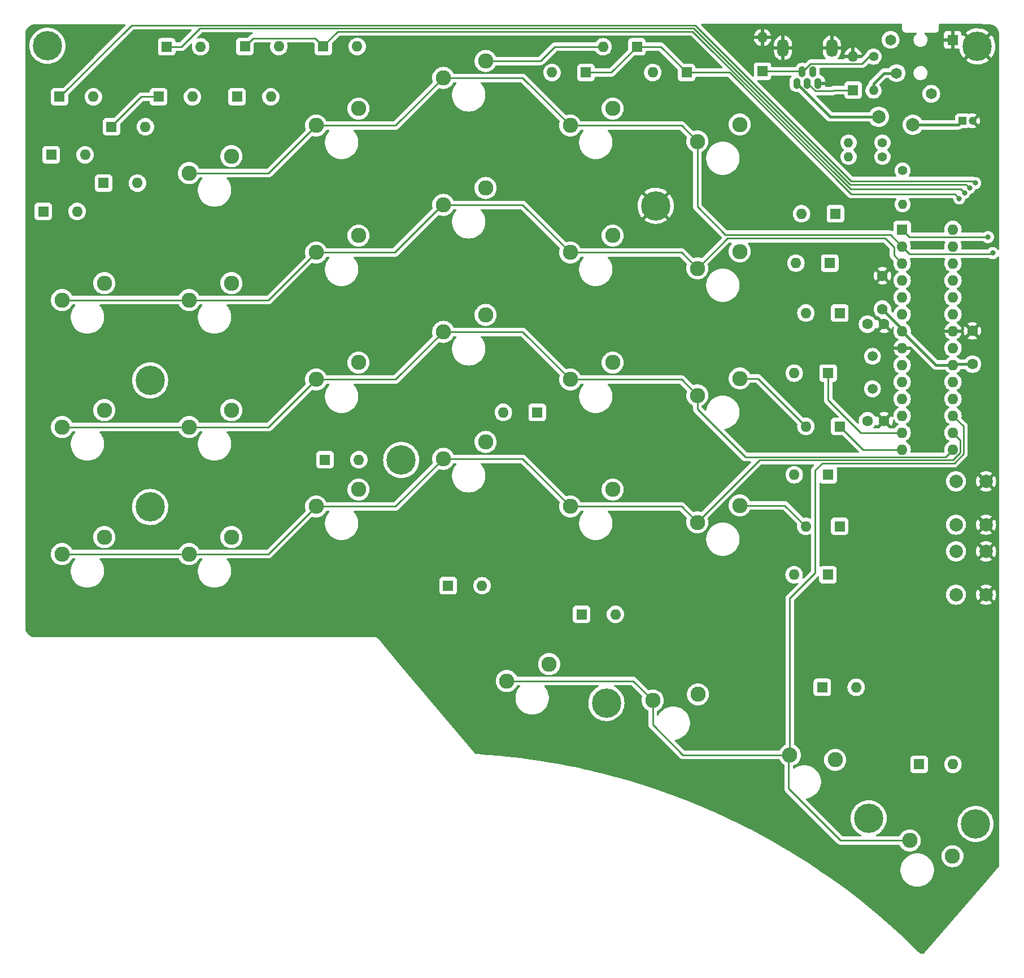
<source format=gbr>
%TF.GenerationSoftware,KiCad,Pcbnew,(6.0.5)*%
%TF.CreationDate,2022-07-25T14:01:38-03:00*%
%TF.ProjectId,bluejay_left,626c7565-6a61-4795-9f6c-6566742e6b69,rev?*%
%TF.SameCoordinates,Original*%
%TF.FileFunction,Copper,L2,Bot*%
%TF.FilePolarity,Positive*%
%FSLAX46Y46*%
G04 Gerber Fmt 4.6, Leading zero omitted, Abs format (unit mm)*
G04 Created by KiCad (PCBNEW (6.0.5)) date 2022-07-25 14:01:38*
%MOMM*%
%LPD*%
G01*
G04 APERTURE LIST*
%TA.AperFunction,ComponentPad*%
%ADD10C,1.600000*%
%TD*%
%TA.AperFunction,ComponentPad*%
%ADD11R,1.600000X1.600000*%
%TD*%
%TA.AperFunction,ComponentPad*%
%ADD12O,1.600000X1.600000*%
%TD*%
%TA.AperFunction,ComponentPad*%
%ADD13C,1.500000*%
%TD*%
%TA.AperFunction,ComponentPad*%
%ADD14C,2.286000*%
%TD*%
%TA.AperFunction,ComponentPad*%
%ADD15C,4.400000*%
%TD*%
%TA.AperFunction,ComponentPad*%
%ADD16C,1.400000*%
%TD*%
%TA.AperFunction,ComponentPad*%
%ADD17O,1.400000X1.400000*%
%TD*%
%TA.AperFunction,ComponentPad*%
%ADD18O,1.100000X1.650000*%
%TD*%
%TA.AperFunction,ComponentPad*%
%ADD19O,1.700000X2.700000*%
%TD*%
%TA.AperFunction,ComponentPad*%
%ADD20C,2.000000*%
%TD*%
%TA.AperFunction,ComponentPad*%
%ADD21R,1.650000X1.650000*%
%TD*%
%TA.AperFunction,ComponentPad*%
%ADD22C,1.650000*%
%TD*%
%TA.AperFunction,ComponentPad*%
%ADD23R,1.200000X1.200000*%
%TD*%
%TA.AperFunction,ComponentPad*%
%ADD24C,1.200000*%
%TD*%
%TA.AperFunction,ComponentPad*%
%ADD25C,2.010000*%
%TD*%
%TA.AperFunction,ViaPad*%
%ADD26C,0.800000*%
%TD*%
%TA.AperFunction,Conductor*%
%ADD27C,0.400000*%
%TD*%
%TA.AperFunction,Conductor*%
%ADD28C,0.250000*%
%TD*%
G04 APERTURE END LIST*
D10*
%TO.P,C2,1*%
%TO.N,Net-(C2-Pad1)*%
X40731200Y-3656300D03*
%TO.P,C2,2*%
%TO.N,GND*%
X43231200Y-3656300D03*
%TD*%
D11*
%TO.P,Dc5,1,K*%
%TO.N,/colC*%
X-2130000Y-32700000D03*
D12*
%TO.P,Dc5,2,A*%
%TO.N,Net-(Dc5-Pad2)*%
X2950000Y-32700000D03*
%TD*%
D13*
%TO.P,Y1,1,1*%
%TO.N,Net-(C2-Pad1)*%
X41481200Y1143700D03*
%TO.P,Y1,2,2*%
%TO.N,Net-(C1-Pad1)*%
X41481200Y6023700D03*
%TD*%
D14*
%TO.P,SWa3,1,1*%
%TO.N,Net-(Da3-Pad2)*%
X21590000Y2698700D03*
%TO.P,SWa3,2,2*%
%TO.N,/row3*%
X15240000Y158700D03*
%TD*%
%TO.P,SWa5,1,1*%
%TO.N,Net-(Da5-Pad2)*%
X53487971Y-68980716D03*
%TO.P,SWa5,2,2*%
%TO.N,/row5*%
X47069410Y-66619325D03*
%TD*%
D11*
%TO.P,Da1,1,K*%
%TO.N,/colA*%
X35930000Y27400000D03*
D12*
%TO.P,Da1,2,A*%
%TO.N,Net-(Da1-Pad2)*%
X30850000Y27400000D03*
%TD*%
D14*
%TO.P,SWf2,1,1*%
%TO.N,Net-(Df2-Pad2)*%
X-73660000Y16986300D03*
%TO.P,SWf2,2,2*%
%TO.N,/row2*%
X-80010000Y14446300D03*
%TD*%
%TO.P,SWc2,1,1*%
%TO.N,Net-(Dc2-Pad2)*%
X-16510000Y31273800D03*
%TO.P,SWc2,2,2*%
%TO.N,/row2*%
X-22860000Y28733800D03*
%TD*%
%TO.P,SWd1,1,1*%
%TO.N,Net-(Dd1-Pad2)*%
X-35560000Y43180000D03*
%TO.P,SWd1,2,2*%
%TO.N,/row1*%
X-41910000Y40640000D03*
%TD*%
%TO.P,SWc3,1,1*%
%TO.N,Net-(Dc3-Pad2)*%
X-16510000Y12223800D03*
%TO.P,SWc3,2,2*%
%TO.N,/row3*%
X-22860000Y9683800D03*
%TD*%
D11*
%TO.P,DZ2,1,K*%
%TO.N,/USBPRE_D+*%
X38580000Y45960000D03*
D12*
%TO.P,DZ2,2,A*%
%TO.N,GND*%
X38580000Y51040000D03*
%TD*%
D11*
%TO.P,De2,1,K*%
%TO.N,/colE*%
X-65530000Y44950000D03*
D12*
%TO.P,De2,2,A*%
%TO.N,Net-(De2-Pad2)*%
X-60450000Y44950000D03*
%TD*%
D14*
%TO.P,SWe3,1,1*%
%TO.N,Net-(De3-Pad2)*%
X-54610000Y-2063800D03*
%TO.P,SWe3,2,2*%
%TO.N,/row3*%
X-60960000Y-4603800D03*
%TD*%
D11*
%TO.P,U1,1,~{RESET}/PC6*%
%TO.N,Net-(PB1-Pad1)*%
X45931200Y25037500D03*
D12*
%TO.P,U1,2,PD0*%
%TO.N,/row1*%
X45931200Y22497500D03*
%TO.P,U1,3,PD1*%
%TO.N,/row2*%
X45931200Y19957500D03*
%TO.P,U1,4,PD2*%
%TO.N,/USB_D+*%
X45931200Y17417500D03*
%TO.P,U1,5,PD3*%
%TO.N,/USB_D-*%
X45931200Y14877500D03*
%TO.P,U1,6,PD4*%
%TO.N,unconnected-(U1-Pad6)*%
X45931200Y12337500D03*
%TO.P,U1,7,VCC*%
%TO.N,VCC*%
X45931200Y9797500D03*
%TO.P,U1,8,GND*%
%TO.N,GND*%
X45931200Y7257500D03*
%TO.P,U1,9,XTAL1/PB6*%
%TO.N,Net-(C1-Pad1)*%
X45931200Y4717500D03*
%TO.P,U1,10,XTAL2/PB7*%
%TO.N,Net-(C2-Pad1)*%
X45931200Y2177500D03*
%TO.P,U1,11,PD5*%
%TO.N,unconnected-(U1-Pad11)*%
X45931200Y-362500D03*
%TO.P,U1,12,PD6*%
%TO.N,unconnected-(U1-Pad12)*%
X45931200Y-2902500D03*
%TO.P,U1,13,PD7*%
%TO.N,/colB*%
X45931200Y-5442500D03*
%TO.P,U1,14,PB0*%
%TO.N,/colA*%
X45931200Y-7982500D03*
%TO.P,U1,15,PB1*%
%TO.N,/row3*%
X53551200Y-7982500D03*
%TO.P,U1,16,PB2*%
%TO.N,/row4*%
X53551200Y-5442500D03*
%TO.P,U1,17,PB3*%
%TO.N,/row5*%
X53551200Y-2902500D03*
%TO.P,U1,18,PB4*%
%TO.N,unconnected-(U1-Pad18)*%
X53551200Y-362500D03*
%TO.P,U1,19,PB5*%
%TO.N,unconnected-(U1-Pad19)*%
X53551200Y2177500D03*
%TO.P,U1,20,AVCC*%
%TO.N,VCC*%
X53551200Y4717500D03*
%TO.P,U1,21,AREF*%
%TO.N,unconnected-(U1-Pad21)*%
X53551200Y7257500D03*
%TO.P,U1,22,GND*%
%TO.N,GND*%
X53551200Y9797500D03*
%TO.P,U1,23,PC0*%
%TO.N,/colF*%
X53551200Y12337500D03*
%TO.P,U1,24,PC1*%
%TO.N,/colE*%
X53551200Y14877500D03*
%TO.P,U1,25,PC2*%
%TO.N,/colD*%
X53551200Y17417500D03*
%TO.P,U1,26,PC3*%
%TO.N,/colC*%
X53551200Y19957500D03*
%TO.P,U1,27,PC4*%
%TO.N,/i2c_SDA*%
X53551200Y22497500D03*
%TO.P,U1,28,PC5*%
%TO.N,/i2c_SCL*%
X53551200Y25037500D03*
%TD*%
D11*
%TO.P,Da4,1,K*%
%TO.N,/colA*%
X36567500Y-19500000D03*
D12*
%TO.P,Da4,2,A*%
%TO.N,Net-(Da4-Pad2)*%
X31487500Y-19500000D03*
%TD*%
D11*
%TO.P,De1,1,K*%
%TO.N,/colE*%
X-64317500Y52450000D03*
D12*
%TO.P,De1,2,A*%
%TO.N,Net-(De1-Pad2)*%
X-59237500Y52450000D03*
%TD*%
D14*
%TO.P,SWc4,1,1*%
%TO.N,Net-(Dc4-Pad2)*%
X-16510000Y-6826300D03*
%TO.P,SWc4,2,2*%
%TO.N,/row4*%
X-22860000Y-9366300D03*
%TD*%
%TO.P,SWe2,1,1*%
%TO.N,Net-(De2-Pad2)*%
X-54610000Y16986300D03*
%TO.P,SWe2,2,2*%
%TO.N,/row2*%
X-60960000Y14446300D03*
%TD*%
D11*
%TO.P,Da3,1,K*%
%TO.N,/colA*%
X36586300Y-4500000D03*
D12*
%TO.P,Da3,2,A*%
%TO.N,Net-(Da3-Pad2)*%
X31506300Y-4500000D03*
%TD*%
D14*
%TO.P,SWd5,1,1*%
%TO.N,Net-(Dd5-Pad2)*%
X-6985000Y-40163800D03*
%TO.P,SWd5,2,2*%
%TO.N,/row5*%
X-13335000Y-42703800D03*
%TD*%
D11*
%TO.P,De3,1,K*%
%TO.N,/colE*%
X-72580000Y40450000D03*
D12*
%TO.P,De3,2,A*%
%TO.N,Net-(De3-Pad2)*%
X-67500000Y40450000D03*
%TD*%
D15*
%TO.P,H9,1*%
%TO.N,N/C*%
X56950000Y-64150000D03*
%TD*%
D14*
%TO.P,SWa4,1,1*%
%TO.N,Net-(Da4-Pad2)*%
X21590000Y-16351300D03*
%TO.P,SWa4,2,2*%
%TO.N,/row4*%
X15240000Y-18891300D03*
%TD*%
%TO.P,SWb1,1,1*%
%TO.N,Net-(Db1-Pad2)*%
X2540000Y43180000D03*
%TO.P,SWb1,2,2*%
%TO.N,/row1*%
X-3810000Y40640000D03*
%TD*%
%TO.P,SWb2,1,1*%
%TO.N,Net-(Db2-Pad2)*%
X2540000Y24130000D03*
%TO.P,SWb2,2,2*%
%TO.N,/row2*%
X-3810000Y21590000D03*
%TD*%
D11*
%TO.P,De4,1,K*%
%TO.N,/colE*%
X-73780000Y32000000D03*
D12*
%TO.P,De4,2,A*%
%TO.N,Net-(De4-Pad2)*%
X-68700000Y32000000D03*
%TD*%
D10*
%TO.P,C4,1*%
%TO.N,VCC*%
X42981200Y13093700D03*
%TO.P,C4,2*%
%TO.N,GND*%
X42981200Y18093700D03*
%TD*%
D14*
%TO.P,SWa2,1,1*%
%TO.N,Net-(Da2-Pad2)*%
X21590000Y21748800D03*
%TO.P,SWa2,2,2*%
%TO.N,/row2*%
X15240000Y19208800D03*
%TD*%
D11*
%TO.P,Db2,1,K*%
%TO.N,/colB*%
X34836300Y3500000D03*
D12*
%TO.P,Db2,2,A*%
%TO.N,Net-(Db2-Pad2)*%
X29756300Y3500000D03*
%TD*%
D15*
%TO.P,H8,1*%
%TO.N,N/C*%
X40900000Y-63300000D03*
%TD*%
D14*
%TO.P,SWf3,1,1*%
%TO.N,Net-(Df3-Pad2)*%
X-73660000Y-2063800D03*
%TO.P,SWf3,2,2*%
%TO.N,/row3*%
X-80010000Y-4603800D03*
%TD*%
%TO.P,SWd4,1,1*%
%TO.N,Net-(Dd4-Pad2)*%
X-35560000Y-13970000D03*
%TO.P,SWd4,2,2*%
%TO.N,/row4*%
X-41910000Y-16510000D03*
%TD*%
D11*
%TO.P,Db4,1,K*%
%TO.N,/colB*%
X34817500Y-26750000D03*
D12*
%TO.P,Db4,2,A*%
%TO.N,Net-(Db4-Pad2)*%
X29737500Y-26750000D03*
%TD*%
D16*
%TO.P,R1,1*%
%TO.N,/USBPRE_D-*%
X41640000Y50980000D03*
D17*
%TO.P,R1,2*%
%TO.N,VCC*%
X41640000Y45900000D03*
%TD*%
D15*
%TO.P,H5,1*%
%TO.N,N/C*%
X-29150000Y-9550000D03*
%TD*%
D11*
%TO.P,DZ1,1,K*%
%TO.N,/USBPRE_D-*%
X25000000Y48782500D03*
D12*
%TO.P,DZ1,2,A*%
%TO.N,GND*%
X25000000Y53862500D03*
%TD*%
D14*
%TO.P,SWb4,1,1*%
%TO.N,Net-(Db4-Pad2)*%
X2540000Y-13970000D03*
%TO.P,SWb4,2,2*%
%TO.N,/row4*%
X-3810000Y-16510000D03*
%TD*%
%TO.P,SWe4,1,1*%
%TO.N,Net-(De4-Pad2)*%
X-54610000Y-21113800D03*
%TO.P,SWe4,2,2*%
%TO.N,/row4*%
X-60960000Y-23653800D03*
%TD*%
D15*
%TO.P,H1,1*%
%TO.N,N/C*%
X-82200000Y52600000D03*
%TD*%
D11*
%TO.P,Dd2,1,K*%
%TO.N,/colD*%
X-52580000Y52500000D03*
D12*
%TO.P,Dd2,2,A*%
%TO.N,Net-(Dd2-Pad2)*%
X-47500000Y52500000D03*
%TD*%
D14*
%TO.P,SWa1,1,1*%
%TO.N,Net-(Da1-Pad2)*%
X21590000Y40798800D03*
%TO.P,SWa1,2,2*%
%TO.N,/row1*%
X15240000Y38258800D03*
%TD*%
D11*
%TO.P,Dd1,1,K*%
%TO.N,/colD*%
X-40830000Y52500000D03*
D12*
%TO.P,Dd1,2,A*%
%TO.N,Net-(Dd1-Pad2)*%
X-35750000Y52500000D03*
%TD*%
D11*
%TO.P,Df2,1,K*%
%TO.N,/colF*%
X-80380000Y44950000D03*
D12*
%TO.P,Df2,2,A*%
%TO.N,Net-(Df2-Pad2)*%
X-75300000Y44950000D03*
%TD*%
D15*
%TO.P,H7,1*%
%TO.N,N/C*%
X1600000Y-46000000D03*
%TD*%
D11*
%TO.P,Dd4,1,K*%
%TO.N,/colD*%
X-40580000Y-9500000D03*
D12*
%TO.P,Dd4,2,A*%
%TO.N,Net-(Dd4-Pad2)*%
X-35500000Y-9500000D03*
%TD*%
D11*
%TO.P,Db1,1,K*%
%TO.N,/colB*%
X35086300Y20000000D03*
D12*
%TO.P,Db1,2,A*%
%TO.N,Net-(Db1-Pad2)*%
X30006300Y20000000D03*
%TD*%
D15*
%TO.P,H2,1,1*%
%TO.N,GND*%
X57200000Y52500000D03*
%TD*%
D11*
%TO.P,Da2,1,K*%
%TO.N,/colA*%
X36586300Y12500000D03*
D12*
%TO.P,Da2,2,A*%
%TO.N,Net-(Da2-Pad2)*%
X31506300Y12500000D03*
%TD*%
D15*
%TO.P,H3,1,1*%
%TO.N,GND*%
X9000000Y28600000D03*
%TD*%
D11*
%TO.P,Dc4,1,K*%
%TO.N,/colC*%
X-8770000Y-2400000D03*
D12*
%TO.P,Dc4,2,A*%
%TO.N,Net-(Dc4-Pad2)*%
X-13850000Y-2400000D03*
%TD*%
D11*
%TO.P,Dc2,1,K*%
%TO.N,/colC*%
X-1470000Y48600000D03*
D12*
%TO.P,Dc2,2,A*%
%TO.N,Net-(Dc2-Pad2)*%
X-6550000Y48600000D03*
%TD*%
D11*
%TO.P,Df3,1,K*%
%TO.N,/colF*%
X-81630000Y36250000D03*
D12*
%TO.P,Df3,2,A*%
%TO.N,Net-(Df3-Pad2)*%
X-76550000Y36250000D03*
%TD*%
D16*
%TO.P,R3,1*%
%TO.N,/USB_D+*%
X42990000Y38080000D03*
D17*
%TO.P,R3,2*%
%TO.N,/USBPRE_D+*%
X37910000Y38080000D03*
%TD*%
D11*
%TO.P,Da5,1,K*%
%TO.N,/colA*%
X48470000Y-55200000D03*
D12*
%TO.P,Da5,2,A*%
%TO.N,Net-(Da5-Pad2)*%
X53550000Y-55200000D03*
%TD*%
D14*
%TO.P,SWb3,1,1*%
%TO.N,Net-(Db3-Pad2)*%
X2540000Y5080000D03*
%TO.P,SWb3,2,2*%
%TO.N,/row3*%
X-3810000Y2540000D03*
%TD*%
D11*
%TO.P,Db3,1,K*%
%TO.N,/colB*%
X34836300Y-11750000D03*
D12*
%TO.P,Db3,2,A*%
%TO.N,Net-(Db3-Pad2)*%
X29756300Y-11750000D03*
%TD*%
D10*
%TO.P,C5,1*%
%TO.N,VCC*%
X56481200Y4843700D03*
%TO.P,C5,2*%
%TO.N,GND*%
X56481200Y9843700D03*
%TD*%
D18*
%TO.P,USB1,1,GND*%
%TO.N,GND*%
X33331200Y46968700D03*
%TO.P,USB1,2,ID*%
%TO.N,unconnected-(USB1-Pad2)*%
X32531200Y48718700D03*
%TO.P,USB1,3,D+*%
%TO.N,/USBPRE_D+*%
X31731200Y46968700D03*
%TO.P,USB1,4,D-*%
%TO.N,/USBPRE_D-*%
X30931200Y48718700D03*
%TO.P,USB1,5,VBUS*%
%TO.N,Net-(F1-Pad2)*%
X30131200Y46968700D03*
D19*
%TO.P,USB1,SH,SHIELD*%
%TO.N,GND*%
X28081200Y52293700D03*
X35381200Y52293700D03*
%TD*%
D14*
%TO.P,SWb5,1,1*%
%TO.N,Net-(Db5-Pad2)*%
X35898802Y-54533384D03*
%TO.P,SWb5,2,2*%
%TO.N,/row5*%
X29099627Y-53794926D03*
%TD*%
D15*
%TO.P,H6,1*%
%TO.N,N/C*%
X-66800000Y-16600000D03*
%TD*%
D11*
%TO.P,Dd5,1,K*%
%TO.N,/colD*%
X-22117500Y-28400000D03*
D12*
%TO.P,Dd5,2,A*%
%TO.N,Net-(Dd5-Pad2)*%
X-17037500Y-28400000D03*
%TD*%
D15*
%TO.P,H4,1*%
%TO.N,N/C*%
X-66800000Y2400000D03*
%TD*%
D10*
%TO.P,C1,1*%
%TO.N,Net-(C1-Pad1)*%
X40731200Y10843700D03*
%TO.P,C1,2*%
%TO.N,GND*%
X43231200Y10843700D03*
%TD*%
D20*
%TO.P,PB2,1,1*%
%TO.N,/row1*%
X54000000Y-23250000D03*
X54000000Y-29750000D03*
%TO.P,PB2,2,2*%
%TO.N,GND*%
X58500000Y-29750000D03*
X58500000Y-23250000D03*
%TD*%
D14*
%TO.P,SWc1,1,1*%
%TO.N,Net-(Dc1-Pad2)*%
X-16510000Y50323800D03*
%TO.P,SWc1,2,2*%
%TO.N,/row1*%
X-22860000Y47783800D03*
%TD*%
D11*
%TO.P,Dd3,1,K*%
%TO.N,/colD*%
X-53780000Y44950000D03*
D12*
%TO.P,Dd3,2,A*%
%TO.N,Net-(Dd3-Pad2)*%
X-48700000Y44950000D03*
%TD*%
D20*
%TO.P,PB1,1,1*%
%TO.N,Net-(PB1-Pad1)*%
X54000000Y-12750000D03*
X54000000Y-19250000D03*
%TO.P,PB1,2,2*%
%TO.N,GND*%
X58500000Y-19250000D03*
X58500000Y-12750000D03*
%TD*%
D14*
%TO.P,SWe1,1,1*%
%TO.N,Net-(De1-Pad2)*%
X-54610000Y36036300D03*
%TO.P,SWe1,2,2*%
%TO.N,/row1*%
X-60960000Y33496300D03*
%TD*%
D11*
%TO.P,Db5,1,K*%
%TO.N,/colB*%
X33970000Y-43650000D03*
D12*
%TO.P,Db5,2,A*%
%TO.N,Net-(Db5-Pad2)*%
X39050000Y-43650000D03*
%TD*%
D11*
%TO.P,Df4,1,K*%
%TO.N,/colF*%
X-82817500Y27750000D03*
D12*
%TO.P,Df4,2,A*%
%TO.N,Net-(Df4-Pad2)*%
X-77737500Y27750000D03*
%TD*%
D11*
%TO.P,Dc1,1,K*%
%TO.N,/colC*%
X6180000Y52450000D03*
D12*
%TO.P,Dc1,2,A*%
%TO.N,Net-(Dc1-Pad2)*%
X1100000Y52450000D03*
%TD*%
D14*
%TO.P,SWf4,1,1*%
%TO.N,Net-(Df4-Pad2)*%
X-73660000Y-21113800D03*
%TO.P,SWf4,2,2*%
%TO.N,/row4*%
X-80010000Y-23653800D03*
%TD*%
%TO.P,SWd3,1,1*%
%TO.N,Net-(Dd3-Pad2)*%
X-35560000Y5080000D03*
%TO.P,SWd3,2,2*%
%TO.N,/row3*%
X-41910000Y2540000D03*
%TD*%
D21*
%TO.P,J1,1*%
%TO.N,GND*%
X53500000Y53500000D03*
D22*
%TO.P,J1,2*%
%TO.N,VCC*%
X45100000Y48500000D03*
%TO.P,J1,3*%
%TO.N,/i2c_SCL*%
X50300000Y45400000D03*
%TO.P,J1,4*%
%TO.N,/i2c_SDA*%
X44200000Y53500000D03*
%TD*%
D23*
%TO.P,C3,1*%
%TO.N,VCC*%
X54981200Y41343700D03*
D24*
%TO.P,C3,2*%
%TO.N,GND*%
X56481200Y41343700D03*
%TD*%
D25*
%TO.P,F1,1*%
%TO.N,VCC*%
X47531200Y40743700D03*
%TO.P,F1,2*%
%TO.N,Net-(F1-Pad2)*%
X42431200Y41943700D03*
%TD*%
D14*
%TO.P,SWc5,1,1*%
%TO.N,Net-(Dc5-Pad2)*%
X15324714Y-44701679D03*
%TO.P,SWc5,2,2*%
%TO.N,/row5*%
X8548855Y-45630026D03*
%TD*%
%TO.P,SWd2,1,1*%
%TO.N,Net-(Dd2-Pad2)*%
X-35560000Y24130000D03*
%TO.P,SWd2,2,2*%
%TO.N,/row2*%
X-41910000Y21590000D03*
%TD*%
D16*
%TO.P,R2,1*%
%TO.N,/USB_D-*%
X42990000Y35950000D03*
D17*
%TO.P,R2,2*%
%TO.N,/USBPRE_D-*%
X37910000Y35950000D03*
%TD*%
D16*
%TO.P,R4,1*%
%TO.N,VCC*%
X46000000Y33900000D03*
D17*
%TO.P,R4,2*%
%TO.N,Net-(PB1-Pad1)*%
X46000000Y28820000D03*
%TD*%
D11*
%TO.P,Dc3,1,K*%
%TO.N,/colC*%
X13630000Y48600000D03*
D12*
%TO.P,Dc3,2,A*%
%TO.N,Net-(Dc3-Pad2)*%
X8550000Y48600000D03*
%TD*%
D26*
%TO.N,GND*%
X36000000Y40000000D03*
X49750000Y22750000D03*
%TO.N,/colC*%
X54500000Y29700000D03*
%TO.N,/colD*%
X55275500Y30550989D03*
%TO.N,/colE*%
X56031904Y31275500D03*
%TO.N,/colF*%
X56881211Y32000000D03*
%TO.N,Net-(PB1-Pad1)*%
X58800000Y23900000D03*
%TO.N,/row1*%
X59516988Y21498695D03*
%TD*%
D27*
%TO.N,VCC*%
X56481200Y4843700D02*
X53677400Y4843700D01*
X54381200Y40743700D02*
X54981200Y41343700D01*
X53677400Y4843700D02*
X53551200Y4717500D01*
X47531200Y40743700D02*
X54381200Y40743700D01*
X43230000Y48500000D02*
X41640000Y46910000D01*
X51011200Y4717500D02*
X45931200Y9797500D01*
X45931200Y10143700D02*
X42981200Y13093700D01*
X45100000Y48500000D02*
X43230000Y48500000D01*
X45931200Y9797500D02*
X45931200Y10143700D01*
X41640000Y46910000D02*
X41640000Y45900000D01*
X53551200Y4717500D02*
X51011200Y4717500D01*
D28*
%TO.N,/colA*%
X40068800Y-7982500D02*
X45931200Y-7982500D01*
X36586300Y-4500000D02*
X40068800Y-7982500D01*
%TO.N,Net-(Da3-Pad2)*%
X24307600Y2698700D02*
X31506300Y-4500000D01*
X21590000Y2698700D02*
X24307600Y2698700D01*
%TO.N,Net-(Da4-Pad2)*%
X21590000Y-16351300D02*
X28338800Y-16351300D01*
X28338800Y-16351300D02*
X31487500Y-19500000D01*
%TO.N,/colB*%
X39742500Y-5442500D02*
X45931200Y-5442500D01*
X34836300Y-536300D02*
X39742500Y-5442500D01*
X34836300Y3500000D02*
X34836300Y-536300D01*
%TO.N,/colC*%
X54500000Y29700000D02*
X53831789Y30368211D01*
X2330000Y48600000D02*
X6180000Y52450000D01*
X53831789Y30368211D02*
X38296071Y30368211D01*
X20064282Y48600000D02*
X13630000Y48600000D01*
X38296071Y30368211D02*
X20064282Y48600000D01*
X-1470000Y48600000D02*
X2330000Y48600000D01*
X6180000Y52450000D02*
X9780000Y52450000D01*
X9780000Y52450000D02*
X13630000Y48600000D01*
%TO.N,Net-(Dc1-Pad2)*%
X-6150000Y52450000D02*
X1100000Y52450000D01*
X-8276200Y50323800D02*
X-6150000Y52450000D01*
X-16510000Y50323800D02*
X-8276200Y50323800D01*
%TO.N,/colD*%
X-51330000Y53750000D02*
X-42080000Y53750000D01*
X54726489Y31100000D02*
X55275500Y30550989D01*
X-42080000Y53750000D02*
X-40830000Y52500000D01*
X38200000Y31100000D02*
X54726489Y31100000D01*
X-38635718Y54764282D02*
X14535718Y54764282D01*
X-52580000Y52500000D02*
X-51330000Y53750000D01*
X-40830000Y52570000D02*
X-38635718Y54764282D01*
X14535718Y54764282D02*
X38200000Y31100000D01*
X-40830000Y52500000D02*
X-40830000Y52570000D01*
%TO.N,/colE*%
X-68117500Y44950000D02*
X-65530000Y44950000D01*
X-72580000Y40450000D02*
X-72580000Y40487500D01*
X-62117500Y52450000D02*
X-59317020Y55250480D01*
X14713802Y55250480D02*
X38164282Y31800000D01*
X55507404Y31800000D02*
X56031904Y31275500D01*
X-72580000Y40487500D02*
X-68117500Y44950000D01*
X-59317020Y55250480D02*
X14713802Y55250480D01*
X-64317500Y52450000D02*
X-62117500Y52450000D01*
X38164282Y31800000D02*
X55507404Y31800000D01*
%TO.N,/colF*%
X-80300000Y44950000D02*
X-80380000Y44950000D01*
X56581211Y32300000D02*
X38300000Y32300000D01*
X-69550000Y55700000D02*
X-80300000Y44950000D01*
X56881211Y32000000D02*
X56581211Y32300000D01*
X14900000Y55700000D02*
X-69550000Y55700000D01*
X38300000Y32300000D02*
X14900000Y55700000D01*
%TO.N,/USBPRE_D-*%
X30931200Y48443700D02*
X30931200Y48630458D01*
X30592400Y48782500D02*
X30931200Y48443700D01*
X40990000Y50980000D02*
X41640000Y50980000D01*
X39925489Y49915489D02*
X40990000Y50980000D01*
X30931200Y48630458D02*
X32216231Y49915489D01*
X25000000Y48782500D02*
X30592400Y48782500D01*
X32216231Y49915489D02*
X39925489Y49915489D01*
%TO.N,/USBPRE_D+*%
X35677500Y45960000D02*
X38580000Y45960000D01*
X31731200Y47243700D02*
X31731200Y47056942D01*
X31731200Y47056942D02*
X32968962Y45819180D01*
X35536680Y45819180D02*
X35677500Y45960000D01*
X32968962Y45819180D02*
X35536680Y45819180D01*
D27*
%TO.N,Net-(F1-Pad2)*%
X30131200Y47243700D02*
X30131200Y46950876D01*
X35138376Y41943700D02*
X42431200Y41943700D01*
X30131200Y46950876D02*
X35138376Y41943700D01*
D28*
%TO.N,Net-(PB1-Pad1)*%
X57812989Y23912989D02*
X47055711Y23912989D01*
X47055711Y23912989D02*
X45931200Y25037500D01*
X58800000Y23900000D02*
X57812989Y23912989D01*
%TO.N,/row1*%
X47055711Y21372989D02*
X45931200Y22497500D01*
X-41910000Y40640000D02*
X-30003800Y40640000D01*
X-3810000Y40640000D02*
X12858800Y40640000D01*
X-10953800Y47783800D02*
X-3810000Y40640000D01*
X-60960000Y33496300D02*
X-49053700Y33496300D01*
X12858800Y40640000D02*
X15240000Y38258800D01*
X44178700Y24250000D02*
X45931200Y22497500D01*
X59391282Y21372989D02*
X47055711Y21372989D01*
X19450000Y24250000D02*
X44178700Y24250000D01*
X-49053700Y33496300D02*
X-41910000Y40640000D01*
X15240000Y28460000D02*
X19450000Y24250000D01*
X-22860000Y47783800D02*
X-10953800Y47783800D01*
X59516988Y21498695D02*
X59391282Y21372989D01*
X-30003800Y40640000D02*
X-22860000Y47783800D01*
X15240000Y38258800D02*
X15240000Y28460000D01*
%TO.N,/row2*%
X-10953800Y28733800D02*
X-3810000Y21590000D01*
X-60960000Y14446300D02*
X-49053700Y14446300D01*
X44700000Y22388878D02*
X44700000Y21188700D01*
X12858800Y21590000D02*
X15240000Y19208800D01*
X44700000Y21188700D02*
X45931200Y19957500D01*
X19731200Y23700000D02*
X43388878Y23700000D01*
X-49053700Y14446300D02*
X-41910000Y21590000D01*
X43388878Y23700000D02*
X44700000Y22388878D01*
X-30110000Y21590000D02*
X-22966200Y28733800D01*
X-22966200Y28733800D02*
X-22860000Y28733800D01*
X-22860000Y28733800D02*
X-10953800Y28733800D01*
X-41910000Y21590000D02*
X-30110000Y21590000D01*
X-3810000Y21590000D02*
X12858800Y21590000D01*
X15240000Y19208800D02*
X19731200Y23700000D01*
X-80010000Y14446300D02*
X-60960000Y14446300D01*
%TO.N,/row3*%
X-30003800Y2540000D02*
X-22860000Y9683800D01*
X-49053800Y-4603800D02*
X-41910000Y2540000D01*
X12858700Y2540000D02*
X15240000Y158700D01*
X-10953800Y9683800D02*
X-3810000Y2540000D01*
X22426257Y-9107011D02*
X52426689Y-9107011D01*
X-80010000Y-4603800D02*
X-60960000Y-4603800D01*
X-22860000Y9683800D02*
X-10953800Y9683800D01*
X-41910000Y2540000D02*
X-30003800Y2540000D01*
X15240000Y158700D02*
X15240000Y-1920754D01*
X-60960000Y-4603800D02*
X-49053800Y-4603800D01*
X15240000Y-1920754D02*
X22426257Y-9107011D01*
X52426689Y-9107011D02*
X53551200Y-7982500D01*
X-3810000Y2540000D02*
X12858700Y2540000D01*
%TO.N,/row4*%
X54675711Y-8448289D02*
X54675711Y-6567011D01*
X-80010000Y-23653800D02*
X-60960000Y-23653800D01*
X-3810000Y-16510000D02*
X12858700Y-16510000D01*
X-41910000Y-16510000D02*
X-30003700Y-16510000D01*
X24543469Y-9556531D02*
X53567469Y-9556531D01*
X53567469Y-9556531D02*
X54675711Y-8448289D01*
X-30003700Y-16510000D02*
X-22860000Y-9366300D01*
X15240000Y-18860000D02*
X24543469Y-9556531D01*
X-60960000Y-23653800D02*
X-49053800Y-23653800D01*
X-10953700Y-9366300D02*
X-3810000Y-16510000D01*
X12858700Y-16510000D02*
X15240000Y-18891300D01*
X-49053800Y-23653800D02*
X-41910000Y-16510000D01*
X54675711Y-6567011D02*
X53551200Y-5442500D01*
X-22860000Y-9366300D02*
X-10953700Y-9366300D01*
X15240000Y-18891300D02*
X15240000Y-18860000D01*
%TO.N,/row5*%
X33993949Y-10006051D02*
X53753666Y-10006051D01*
X29099627Y-30300373D02*
X32900000Y-26500000D01*
X28902779Y-53991774D02*
X29099627Y-53794926D01*
X29099627Y-53794926D02*
X29099627Y-30300373D01*
X47069410Y-66619325D02*
X36714771Y-66619325D01*
X32900000Y-11100000D02*
X33993949Y-10006051D01*
X32900000Y-26500000D02*
X32900000Y-11100000D01*
X28902779Y-58807333D02*
X28902779Y-53991774D01*
X53753666Y-10006051D02*
X55125231Y-8634486D01*
X5622629Y-42703800D02*
X-13335000Y-42703800D01*
X55125231Y-8634486D02*
X55125231Y-4476531D01*
X55125231Y-4476531D02*
X53551200Y-2902500D01*
X36714771Y-66619325D02*
X28902779Y-58807333D01*
X8548855Y-49283409D02*
X8548855Y-45630026D01*
X13060372Y-53794926D02*
X8548855Y-49283409D01*
X29099627Y-53794926D02*
X13060372Y-53794926D01*
X8548855Y-45630026D02*
X5622629Y-42703800D01*
%TD*%
%TA.AperFunction,Conductor*%
%TO.N,GND*%
G36*
X45883621Y55871498D02*
G01*
X45930114Y55817842D01*
X45941500Y55765500D01*
X45941500Y55108623D01*
X45941498Y55107853D01*
X45941024Y55030279D01*
X45947026Y55009278D01*
X45949150Y55001847D01*
X45952728Y54985085D01*
X45956920Y54955813D01*
X45960634Y54947645D01*
X45960634Y54947644D01*
X45967548Y54932438D01*
X45973996Y54914914D01*
X45981051Y54890229D01*
X45985843Y54882635D01*
X45985844Y54882632D01*
X45996830Y54865220D01*
X46004969Y54850137D01*
X46017208Y54823218D01*
X46023069Y54816416D01*
X46033970Y54803765D01*
X46045073Y54788761D01*
X46058776Y54767042D01*
X46065501Y54761103D01*
X46065504Y54761099D01*
X46080938Y54747468D01*
X46092982Y54735276D01*
X46106427Y54719673D01*
X46106430Y54719671D01*
X46112287Y54712873D01*
X46119816Y54707993D01*
X46119817Y54707992D01*
X46133835Y54698906D01*
X46148709Y54687615D01*
X46161217Y54676569D01*
X46167951Y54670622D01*
X46194711Y54658058D01*
X46209691Y54649737D01*
X46226983Y54638529D01*
X46226988Y54638527D01*
X46234515Y54633648D01*
X46243108Y54631078D01*
X46243113Y54631076D01*
X46259120Y54626289D01*
X46276564Y54619628D01*
X46291676Y54612533D01*
X46291678Y54612532D01*
X46299800Y54608719D01*
X46308667Y54607338D01*
X46308668Y54607338D01*
X46311353Y54606920D01*
X46329017Y54604170D01*
X46345732Y54600387D01*
X46365466Y54594485D01*
X46365472Y54594484D01*
X46374066Y54591914D01*
X46383037Y54591859D01*
X46383038Y54591859D01*
X46393097Y54591798D01*
X46408506Y54591704D01*
X46409289Y54591671D01*
X46410386Y54591500D01*
X46441377Y54591500D01*
X46442147Y54591498D01*
X46515785Y54591048D01*
X46515786Y54591048D01*
X46519721Y54591024D01*
X46521065Y54591408D01*
X46522410Y54591500D01*
X48009626Y54591500D01*
X48077747Y54571498D01*
X48124240Y54517842D01*
X48134344Y54447568D01*
X48104850Y54382988D01*
X48089262Y54367857D01*
X47955311Y54258610D01*
X47955308Y54258607D01*
X47950536Y54254715D01*
X47946608Y54249967D01*
X47946607Y54249966D01*
X47875746Y54164310D01*
X47818217Y54094770D01*
X47815288Y54089353D01*
X47815286Y54089350D01*
X47722416Y53917590D01*
X47722414Y53917585D01*
X47719486Y53912170D01*
X47658102Y53713871D01*
X47657458Y53707746D01*
X47657458Y53707745D01*
X47642959Y53569789D01*
X47636404Y53507425D01*
X47638145Y53488297D01*
X47650592Y53351531D01*
X47655218Y53300697D01*
X47656956Y53294791D01*
X47656957Y53294787D01*
X47684415Y53201493D01*
X47713827Y53101560D01*
X47809999Y52917600D01*
X47813859Y52912800D01*
X47813859Y52912799D01*
X47820753Y52904225D01*
X47940071Y52755823D01*
X47944788Y52751865D01*
X47944790Y52751863D01*
X47966791Y52733402D01*
X48099089Y52622391D01*
X48104481Y52619427D01*
X48104485Y52619424D01*
X48247249Y52540939D01*
X48280995Y52522387D01*
X48478861Y52459621D01*
X48484978Y52458935D01*
X48484982Y52458934D01*
X48561598Y52450341D01*
X48640413Y52441500D01*
X48752237Y52441500D01*
X48755293Y52441800D01*
X48755300Y52441800D01*
X48900466Y52456034D01*
X48900469Y52456035D01*
X48906592Y52456635D01*
X49050226Y52500000D01*
X49099407Y52514848D01*
X49099410Y52514849D01*
X49105315Y52516632D01*
X49112635Y52520524D01*
X49283153Y52611191D01*
X49283155Y52611192D01*
X49288599Y52614087D01*
X49308516Y52630331D01*
X52167001Y52630331D01*
X52167371Y52623510D01*
X52172895Y52572648D01*
X52176521Y52557396D01*
X52221676Y52436946D01*
X52230214Y52421351D01*
X52306715Y52319276D01*
X52319276Y52306715D01*
X52421351Y52230214D01*
X52436946Y52221676D01*
X52557394Y52176522D01*
X52572649Y52172895D01*
X52623514Y52167369D01*
X52630328Y52167000D01*
X53227885Y52167000D01*
X53243124Y52171475D01*
X53244329Y52172865D01*
X53246000Y52180548D01*
X53246000Y52185116D01*
X53754000Y52185116D01*
X53758475Y52169877D01*
X53759865Y52168672D01*
X53767548Y52167001D01*
X54369669Y52167001D01*
X54376480Y52167370D01*
X54389265Y52168759D01*
X54459147Y52156232D01*
X54511164Y52107912D01*
X54527054Y52064834D01*
X54558085Y51884241D01*
X54559818Y51876854D01*
X54651196Y51571305D01*
X54653799Y51564192D01*
X54781227Y51271827D01*
X54784669Y51265071D01*
X54946296Y50990135D01*
X54950519Y50983850D01*
X55101463Y50786066D01*
X55112989Y50777604D01*
X55125054Y50784265D01*
X56827980Y52487190D01*
X56834357Y52498869D01*
X57564408Y52498869D01*
X57564539Y52497034D01*
X57568790Y52490420D01*
X59273285Y50785926D01*
X59286408Y50778760D01*
X59296709Y50786149D01*
X59400751Y50913945D01*
X59405164Y50920086D01*
X59575349Y51189813D01*
X59579005Y51196464D01*
X59715544Y51484665D01*
X59718375Y51491705D01*
X59819306Y51794233D01*
X59821270Y51801567D01*
X59885122Y52114011D01*
X59886194Y52121535D01*
X59912173Y52440949D01*
X59912378Y52445424D01*
X59912927Y52497779D01*
X59912817Y52502211D01*
X59893529Y52822147D01*
X59892621Y52829649D01*
X59835319Y53143407D01*
X59833518Y53150740D01*
X59738935Y53455345D01*
X59736263Y53462417D01*
X59605781Y53753430D01*
X59602264Y53760157D01*
X59437771Y54033379D01*
X59433481Y54039623D01*
X59297991Y54213353D01*
X59286199Y54221822D01*
X59274486Y54215275D01*
X57572020Y52512810D01*
X57564408Y52498869D01*
X56834357Y52498869D01*
X56835592Y52501131D01*
X56835461Y52502966D01*
X56831210Y52509580D01*
X55126445Y54214344D01*
X55113510Y54221408D01*
X55102949Y54213748D01*
X55057539Y54156762D01*
X54999444Y54115953D01*
X54928507Y54113030D01*
X54867252Y54148923D01*
X54835125Y54212235D01*
X54832999Y54235285D01*
X54832999Y54369669D01*
X54832629Y54376490D01*
X54827105Y54427352D01*
X54823479Y54442604D01*
X54778324Y54563054D01*
X54769786Y54578649D01*
X54763844Y54586577D01*
X55477917Y54586577D01*
X55484520Y54574691D01*
X57187190Y52872020D01*
X57201131Y52864408D01*
X57202966Y52864539D01*
X57209580Y52868790D01*
X58914559Y54573770D01*
X58921571Y54586611D01*
X58913777Y54597299D01*
X58751298Y54725387D01*
X58745075Y54729712D01*
X58472702Y54895643D01*
X58466025Y54899178D01*
X58175686Y55031187D01*
X58168616Y55033901D01*
X57864537Y55130068D01*
X57857186Y55131915D01*
X57543746Y55190858D01*
X57536237Y55191806D01*
X57217989Y55212665D01*
X57210424Y55212705D01*
X56891964Y55195179D01*
X56884450Y55194310D01*
X56570405Y55138652D01*
X56563044Y55136885D01*
X56257980Y55043908D01*
X56250860Y55041260D01*
X55959182Y54912310D01*
X55952445Y54908833D01*
X55678355Y54745767D01*
X55672091Y54741510D01*
X55486385Y54598238D01*
X55477917Y54586577D01*
X54763844Y54586577D01*
X54693285Y54680724D01*
X54680724Y54693285D01*
X54578649Y54769786D01*
X54563054Y54778324D01*
X54442606Y54823478D01*
X54427351Y54827105D01*
X54376486Y54832631D01*
X54369672Y54833000D01*
X53772115Y54833000D01*
X53756876Y54828525D01*
X53755671Y54827135D01*
X53754000Y54819452D01*
X53754000Y52185116D01*
X53246000Y52185116D01*
X53246000Y53227885D01*
X53241525Y53243124D01*
X53240135Y53244329D01*
X53232452Y53246000D01*
X52185116Y53246000D01*
X52169877Y53241525D01*
X52168672Y53240135D01*
X52167001Y53232452D01*
X52167001Y52630331D01*
X49308516Y52630331D01*
X49373588Y52683402D01*
X49444689Y52741390D01*
X49444692Y52741393D01*
X49449464Y52745285D01*
X49519257Y52829649D01*
X49577855Y52900482D01*
X49581783Y52905230D01*
X49584714Y52910650D01*
X49677584Y53082410D01*
X49677586Y53082415D01*
X49680514Y53087830D01*
X49741898Y53286129D01*
X49743160Y53298134D01*
X49762952Y53486446D01*
X49762952Y53486448D01*
X49763596Y53492575D01*
X49748062Y53663261D01*
X49745341Y53693164D01*
X49745340Y53693167D01*
X49744782Y53699303D01*
X49742298Y53707745D01*
X49723353Y53772115D01*
X52167000Y53772115D01*
X52171475Y53756876D01*
X52172865Y53755671D01*
X52180548Y53754000D01*
X53227885Y53754000D01*
X53243124Y53758475D01*
X53244329Y53759865D01*
X53246000Y53767548D01*
X53246000Y54814884D01*
X53241525Y54830123D01*
X53240135Y54831328D01*
X53232452Y54832999D01*
X52630331Y54832999D01*
X52623510Y54832629D01*
X52572648Y54827105D01*
X52557396Y54823479D01*
X52436946Y54778324D01*
X52421351Y54769786D01*
X52319276Y54693285D01*
X52306715Y54680724D01*
X52230214Y54578649D01*
X52221676Y54563054D01*
X52176522Y54442606D01*
X52172895Y54427351D01*
X52167369Y54376486D01*
X52167000Y54369672D01*
X52167000Y53772115D01*
X49723353Y53772115D01*
X49693738Y53872737D01*
X49686173Y53898440D01*
X49590001Y54082400D01*
X49459929Y54244177D01*
X49454264Y54248931D01*
X49311197Y54368978D01*
X49271870Y54428088D01*
X49270744Y54499076D01*
X49308175Y54559403D01*
X49372280Y54589917D01*
X49392188Y54591500D01*
X50941377Y54591500D01*
X50942148Y54591498D01*
X51019721Y54591024D01*
X51048152Y54599150D01*
X51064915Y54602728D01*
X51065753Y54602848D01*
X51094187Y54606920D01*
X51117564Y54617549D01*
X51135087Y54623996D01*
X51159771Y54631051D01*
X51167365Y54635843D01*
X51167368Y54635844D01*
X51184780Y54646830D01*
X51199865Y54654970D01*
X51226782Y54667208D01*
X51246235Y54683970D01*
X51261239Y54695073D01*
X51282958Y54708776D01*
X51288897Y54715501D01*
X51288901Y54715504D01*
X51302532Y54730938D01*
X51314724Y54742982D01*
X51330327Y54756427D01*
X51330329Y54756430D01*
X51337127Y54762287D01*
X51351094Y54783835D01*
X51362385Y54798709D01*
X51373431Y54811217D01*
X51373432Y54811218D01*
X51379378Y54817951D01*
X51391943Y54844713D01*
X51400263Y54859691D01*
X51411471Y54876983D01*
X51411473Y54876988D01*
X51416352Y54884515D01*
X51418922Y54893108D01*
X51418924Y54893113D01*
X51423711Y54909120D01*
X51430372Y54926564D01*
X51437467Y54941676D01*
X51437468Y54941678D01*
X51441281Y54949800D01*
X51445830Y54979017D01*
X51449613Y54995732D01*
X51455515Y55015466D01*
X51455516Y55015472D01*
X51458086Y55024066D01*
X51458296Y55058506D01*
X51458329Y55059289D01*
X51458500Y55060386D01*
X51458500Y55091377D01*
X51458502Y55092147D01*
X51458952Y55165785D01*
X51458952Y55165786D01*
X51458976Y55169721D01*
X51458592Y55171065D01*
X51458500Y55172410D01*
X51458500Y55765500D01*
X51478502Y55833621D01*
X51532158Y55880114D01*
X51584500Y55891500D01*
X57040759Y55891500D01*
X57044432Y55891446D01*
X58925216Y55836616D01*
X58941331Y55835106D01*
X58973209Y55830033D01*
X58988526Y55831984D01*
X59013813Y55832644D01*
X59182821Y55820040D01*
X59200532Y55817444D01*
X59390887Y55775551D01*
X59408052Y55770471D01*
X59590542Y55702027D01*
X59606815Y55694566D01*
X59777774Y55600945D01*
X59792824Y55591253D01*
X59948784Y55474355D01*
X59962309Y55462628D01*
X60100128Y55324809D01*
X60111855Y55311284D01*
X60228753Y55155324D01*
X60238445Y55140274D01*
X60332066Y54969315D01*
X60339527Y54953042D01*
X60407971Y54770552D01*
X60413051Y54753387D01*
X60454944Y54563032D01*
X60457540Y54545321D01*
X60459875Y54514011D01*
X60469609Y54383500D01*
X60469615Y54383414D01*
X60468912Y54365096D01*
X60468841Y54357135D01*
X60467490Y54348261D01*
X60468684Y54339364D01*
X60471580Y54317775D01*
X60472699Y54301021D01*
X60472699Y22123242D01*
X60452697Y22055121D01*
X60399041Y22008628D01*
X60328767Y21998524D01*
X60264187Y22028018D01*
X60253063Y22038932D01*
X60132663Y22172650D01*
X60132662Y22172651D01*
X60128241Y22177561D01*
X60020406Y22255908D01*
X59979082Y22285932D01*
X59979081Y22285933D01*
X59973740Y22289813D01*
X59967712Y22292497D01*
X59967710Y22292498D01*
X59805307Y22364804D01*
X59805306Y22364804D01*
X59799276Y22367489D01*
X59705875Y22387342D01*
X59618932Y22405823D01*
X59618927Y22405823D01*
X59612475Y22407195D01*
X59421501Y22407195D01*
X59415049Y22405823D01*
X59415044Y22405823D01*
X59328100Y22387342D01*
X59234700Y22367489D01*
X59228670Y22364804D01*
X59228669Y22364804D01*
X59066266Y22292498D01*
X59066264Y22292497D01*
X59060236Y22289813D01*
X59054895Y22285933D01*
X59054894Y22285932D01*
X59013570Y22255908D01*
X58905735Y22177561D01*
X58901314Y22172651D01*
X58901313Y22172650D01*
X58789239Y22048179D01*
X58728793Y22010939D01*
X58695603Y22006489D01*
X54938499Y22006489D01*
X54870378Y22026491D01*
X54823885Y22080147D01*
X54813781Y22150421D01*
X54816792Y22165101D01*
X54820752Y22179879D01*
X54844743Y22269413D01*
X54864698Y22497500D01*
X54844743Y22725587D01*
X54843319Y22730902D01*
X54786907Y22941433D01*
X54786906Y22941435D01*
X54785484Y22946743D01*
X54713908Y23100239D01*
X54703247Y23170431D01*
X54732227Y23235244D01*
X54791647Y23274100D01*
X54828103Y23279489D01*
X57808000Y23279489D01*
X57809658Y23279478D01*
X58085026Y23275854D01*
X58152878Y23254957D01*
X58177005Y23234175D01*
X58188747Y23221134D01*
X58194089Y23217253D01*
X58194091Y23217251D01*
X58306533Y23135557D01*
X58343248Y23108882D01*
X58349276Y23106198D01*
X58349278Y23106197D01*
X58435201Y23067942D01*
X58517712Y23031206D01*
X58611113Y23011353D01*
X58698056Y22992872D01*
X58698061Y22992872D01*
X58704513Y22991500D01*
X58895487Y22991500D01*
X58901939Y22992872D01*
X58901944Y22992872D01*
X58988887Y23011353D01*
X59082288Y23031206D01*
X59164799Y23067942D01*
X59250722Y23106197D01*
X59250724Y23106198D01*
X59256752Y23108882D01*
X59411253Y23221134D01*
X59539040Y23363056D01*
X59634527Y23528444D01*
X59693542Y23710072D01*
X59709566Y23862527D01*
X59712814Y23893435D01*
X59713504Y23900000D01*
X59703352Y23996594D01*
X59694232Y24083365D01*
X59694232Y24083367D01*
X59693542Y24089928D01*
X59634527Y24271556D01*
X59539040Y24436944D01*
X59440396Y24546500D01*
X59415675Y24573955D01*
X59415674Y24573956D01*
X59411253Y24578866D01*
X59312157Y24650864D01*
X59262094Y24687237D01*
X59262093Y24687238D01*
X59256752Y24691118D01*
X59250724Y24693802D01*
X59250722Y24693803D01*
X59088319Y24766109D01*
X59088318Y24766109D01*
X59082288Y24768794D01*
X58988888Y24788647D01*
X58901944Y24807128D01*
X58901939Y24807128D01*
X58895487Y24808500D01*
X58704513Y24808500D01*
X58698061Y24807128D01*
X58698056Y24807128D01*
X58611112Y24788647D01*
X58517712Y24768794D01*
X58511682Y24766109D01*
X58511681Y24766109D01*
X58349278Y24693803D01*
X58349276Y24693802D01*
X58343248Y24691118D01*
X58337907Y24687238D01*
X58337906Y24687237D01*
X58287843Y24650864D01*
X58188747Y24578866D01*
X58185191Y24574917D01*
X58121615Y24544407D01*
X58099655Y24542772D01*
X57900084Y24545398D01*
X57896222Y24545667D01*
X57893019Y24546489D01*
X57818008Y24546489D01*
X57816350Y24546500D01*
X57785428Y24546907D01*
X57785427Y24546907D01*
X57781473Y24546959D01*
X57778278Y24546598D01*
X57773902Y24546489D01*
X54938499Y24546489D01*
X54870378Y24566491D01*
X54823885Y24620147D01*
X54813781Y24690421D01*
X54816792Y24705101D01*
X54844743Y24809413D01*
X54864698Y25037500D01*
X54844743Y25265587D01*
X54843319Y25270902D01*
X54786907Y25481433D01*
X54786906Y25481435D01*
X54785484Y25486743D01*
X54783161Y25491725D01*
X54691049Y25689262D01*
X54691046Y25689267D01*
X54688723Y25694249D01*
X54557398Y25881800D01*
X54395500Y26043698D01*
X54390992Y26046855D01*
X54390989Y26046857D01*
X54249065Y26146233D01*
X54207949Y26175023D01*
X54202967Y26177346D01*
X54202962Y26177349D01*
X54005425Y26269461D01*
X54005424Y26269461D01*
X54000443Y26271784D01*
X53995135Y26273206D01*
X53995133Y26273207D01*
X53784602Y26329619D01*
X53784600Y26329619D01*
X53779287Y26331043D01*
X53551200Y26350998D01*
X53323113Y26331043D01*
X53317800Y26329619D01*
X53317798Y26329619D01*
X53107267Y26273207D01*
X53107265Y26273206D01*
X53101957Y26271784D01*
X53096976Y26269461D01*
X53096975Y26269461D01*
X52899438Y26177349D01*
X52899433Y26177346D01*
X52894451Y26175023D01*
X52853335Y26146233D01*
X52711411Y26046857D01*
X52711408Y26046855D01*
X52706900Y26043698D01*
X52545002Y25881800D01*
X52413677Y25694249D01*
X52411354Y25689267D01*
X52411351Y25689262D01*
X52319239Y25491725D01*
X52316916Y25486743D01*
X52315494Y25481435D01*
X52315493Y25481433D01*
X52259081Y25270902D01*
X52257657Y25265587D01*
X52237702Y25037500D01*
X52257657Y24809413D01*
X52285608Y24705101D01*
X52283918Y24634124D01*
X52244124Y24575328D01*
X52178860Y24547380D01*
X52163901Y24546489D01*
X47370305Y24546489D01*
X47302184Y24566491D01*
X47281210Y24583394D01*
X47276605Y24587999D01*
X47242579Y24650311D01*
X47239700Y24677094D01*
X47239700Y25885634D01*
X47232945Y25947816D01*
X47181815Y26084205D01*
X47094461Y26200761D01*
X46977905Y26288115D01*
X46841516Y26339245D01*
X46779334Y26346000D01*
X45083066Y26346000D01*
X45020884Y26339245D01*
X44884495Y26288115D01*
X44767939Y26200761D01*
X44680585Y26084205D01*
X44629455Y25947816D01*
X44622700Y25885634D01*
X44622700Y24941884D01*
X44602698Y24873763D01*
X44549042Y24827270D01*
X44478768Y24817166D01*
X44436001Y24831468D01*
X44413760Y24843695D01*
X44394137Y24848733D01*
X44375434Y24855137D01*
X44364120Y24860033D01*
X44364119Y24860033D01*
X44356845Y24863181D01*
X44349022Y24864420D01*
X44349012Y24864423D01*
X44313176Y24870099D01*
X44301556Y24872505D01*
X44266411Y24881528D01*
X44266410Y24881528D01*
X44258730Y24883500D01*
X44238476Y24883500D01*
X44218765Y24885051D01*
X44206586Y24886980D01*
X44198757Y24888220D01*
X44190865Y24887474D01*
X44154739Y24884059D01*
X44142881Y24883500D01*
X19764594Y24883500D01*
X19696473Y24903502D01*
X19675499Y24920405D01*
X17195905Y27400000D01*
X29536502Y27400000D01*
X29556457Y27171913D01*
X29557881Y27166600D01*
X29557881Y27166598D01*
X29580054Y27083850D01*
X29615716Y26950757D01*
X29618039Y26945776D01*
X29618039Y26945775D01*
X29710151Y26748238D01*
X29710154Y26748233D01*
X29712477Y26743251D01*
X29785902Y26638389D01*
X29817041Y26593919D01*
X29843802Y26555700D01*
X30005700Y26393802D01*
X30010208Y26390645D01*
X30010211Y26390643D01*
X30082397Y26340098D01*
X30193251Y26262477D01*
X30198233Y26260154D01*
X30198238Y26260151D01*
X30387568Y26171866D01*
X30400757Y26165716D01*
X30406065Y26164294D01*
X30406067Y26164293D01*
X30616598Y26107881D01*
X30616600Y26107881D01*
X30621913Y26106457D01*
X30850000Y26086502D01*
X31078087Y26106457D01*
X31083400Y26107881D01*
X31083402Y26107881D01*
X31293933Y26164293D01*
X31293935Y26164294D01*
X31299243Y26165716D01*
X31312432Y26171866D01*
X31501762Y26260151D01*
X31501767Y26260154D01*
X31506749Y26262477D01*
X31617603Y26340098D01*
X31689789Y26390643D01*
X31689792Y26390645D01*
X31694300Y26393802D01*
X31852364Y26551866D01*
X34621500Y26551866D01*
X34628255Y26489684D01*
X34679385Y26353295D01*
X34766739Y26236739D01*
X34883295Y26149385D01*
X35019684Y26098255D01*
X35081866Y26091500D01*
X36778134Y26091500D01*
X36840316Y26098255D01*
X36976705Y26149385D01*
X37093261Y26236739D01*
X37180615Y26353295D01*
X37231745Y26489684D01*
X37238500Y26551866D01*
X37238500Y28248134D01*
X37231745Y28310316D01*
X37180615Y28446705D01*
X37093261Y28563261D01*
X36976705Y28650615D01*
X36840316Y28701745D01*
X36778134Y28708500D01*
X35081866Y28708500D01*
X35019684Y28701745D01*
X34883295Y28650615D01*
X34766739Y28563261D01*
X34679385Y28446705D01*
X34628255Y28310316D01*
X34621500Y28248134D01*
X34621500Y26551866D01*
X31852364Y26551866D01*
X31856198Y26555700D01*
X31882960Y26593919D01*
X31914098Y26638389D01*
X31987523Y26743251D01*
X31989846Y26748233D01*
X31989849Y26748238D01*
X32081961Y26945775D01*
X32081961Y26945776D01*
X32084284Y26950757D01*
X32119947Y27083850D01*
X32142119Y27166598D01*
X32142119Y27166600D01*
X32143543Y27171913D01*
X32163498Y27400000D01*
X32143543Y27628087D01*
X32131963Y27671305D01*
X32085707Y27843933D01*
X32085706Y27843935D01*
X32084284Y27849243D01*
X32026759Y27972607D01*
X31989849Y28051762D01*
X31989846Y28051767D01*
X31987523Y28056749D01*
X31902348Y28178391D01*
X31859357Y28239789D01*
X31859355Y28239792D01*
X31856198Y28244300D01*
X31694300Y28406198D01*
X31689792Y28409355D01*
X31689789Y28409357D01*
X31521804Y28526981D01*
X31506749Y28537523D01*
X31501767Y28539846D01*
X31501762Y28539849D01*
X31304225Y28631961D01*
X31304224Y28631961D01*
X31299243Y28634284D01*
X31293935Y28635706D01*
X31293933Y28635707D01*
X31083402Y28692119D01*
X31083400Y28692119D01*
X31078087Y28693543D01*
X30850000Y28713498D01*
X30621913Y28693543D01*
X30616600Y28692119D01*
X30616598Y28692119D01*
X30406067Y28635707D01*
X30406065Y28635706D01*
X30400757Y28634284D01*
X30395776Y28631961D01*
X30395775Y28631961D01*
X30198238Y28539849D01*
X30198233Y28539846D01*
X30193251Y28537523D01*
X30178196Y28526981D01*
X30010211Y28409357D01*
X30010208Y28409355D01*
X30005700Y28406198D01*
X29843802Y28244300D01*
X29840645Y28239792D01*
X29840643Y28239789D01*
X29797652Y28178391D01*
X29712477Y28056749D01*
X29710154Y28051767D01*
X29710151Y28051762D01*
X29673241Y27972607D01*
X29615716Y27849243D01*
X29614294Y27843935D01*
X29614293Y27843933D01*
X29568037Y27671305D01*
X29556457Y27628087D01*
X29536502Y27400000D01*
X17195905Y27400000D01*
X15910405Y28685500D01*
X15876379Y28747812D01*
X15873500Y28774595D01*
X15873500Y35561362D01*
X16547600Y35561362D01*
X16587064Y35248970D01*
X16665370Y34943987D01*
X16666823Y34940318D01*
X16666823Y34940317D01*
X16681770Y34902566D01*
X16781284Y34651223D01*
X16783186Y34647764D01*
X16783187Y34647761D01*
X16930559Y34379693D01*
X16932976Y34375296D01*
X17045649Y34220215D01*
X17096807Y34149802D01*
X17118055Y34120556D01*
X17333602Y33891022D01*
X17576218Y33690313D01*
X17842076Y33521594D01*
X17845655Y33519910D01*
X17845662Y33519906D01*
X18123394Y33389216D01*
X18123398Y33389214D01*
X18126984Y33387527D01*
X18426448Y33290225D01*
X18735746Y33231223D01*
X18829300Y33225337D01*
X18969358Y33216525D01*
X18969374Y33216524D01*
X18971353Y33216400D01*
X19128647Y33216400D01*
X19130626Y33216524D01*
X19130642Y33216525D01*
X19270700Y33225337D01*
X19364254Y33231223D01*
X19673552Y33290225D01*
X19973016Y33387527D01*
X19976602Y33389214D01*
X19976606Y33389216D01*
X20254338Y33519906D01*
X20254345Y33519910D01*
X20257924Y33521594D01*
X20523782Y33690313D01*
X20766398Y33891022D01*
X20981945Y34120556D01*
X21003194Y34149802D01*
X21054351Y34220215D01*
X21167024Y34375296D01*
X21169442Y34379693D01*
X21316813Y34647761D01*
X21316814Y34647764D01*
X21318716Y34651223D01*
X21418230Y34902566D01*
X21433177Y34940317D01*
X21433177Y34940318D01*
X21434630Y34943987D01*
X21512936Y35248970D01*
X21552400Y35561362D01*
X21552400Y35876238D01*
X21512936Y36188630D01*
X21434630Y36493613D01*
X21318716Y36786377D01*
X21250063Y36911257D01*
X21168933Y37058832D01*
X21168931Y37058835D01*
X21167024Y37062304D01*
X20996722Y37296705D01*
X20984273Y37313840D01*
X20984272Y37313842D01*
X20981945Y37317044D01*
X20766398Y37546578D01*
X20523782Y37747287D01*
X20257924Y37916006D01*
X20254345Y37917690D01*
X20254338Y37917694D01*
X19976606Y38048384D01*
X19976602Y38048386D01*
X19973016Y38050073D01*
X19673552Y38147375D01*
X19364254Y38206377D01*
X19270700Y38212263D01*
X19130642Y38221075D01*
X19130626Y38221076D01*
X19128647Y38221200D01*
X18971353Y38221200D01*
X18969374Y38221076D01*
X18969358Y38221075D01*
X18829300Y38212263D01*
X18735746Y38206377D01*
X18426448Y38147375D01*
X18126984Y38050073D01*
X18123398Y38048386D01*
X18123394Y38048384D01*
X17845662Y37917694D01*
X17845655Y37917690D01*
X17842076Y37916006D01*
X17576218Y37747287D01*
X17333602Y37546578D01*
X17118055Y37317044D01*
X17115728Y37313842D01*
X17115727Y37313840D01*
X17103278Y37296705D01*
X16932976Y37062304D01*
X16931069Y37058835D01*
X16931067Y37058832D01*
X16849937Y36911257D01*
X16781284Y36786377D01*
X16665370Y36493613D01*
X16587064Y36188630D01*
X16547600Y35876238D01*
X16547600Y35561362D01*
X15873500Y35561362D01*
X15873500Y36649442D01*
X15893502Y36717563D01*
X15951281Y36765851D01*
X15987516Y36780860D01*
X15992084Y36782752D01*
X16213729Y36918577D01*
X16325218Y37013797D01*
X16407636Y37084189D01*
X16411398Y37087402D01*
X16514140Y37207698D01*
X16577005Y37281303D01*
X16577006Y37281304D01*
X16580223Y37285071D01*
X16716048Y37506716D01*
X16719166Y37514242D01*
X16813633Y37742307D01*
X16813634Y37742309D01*
X16815527Y37746880D01*
X16856130Y37916006D01*
X16875056Y37994837D01*
X16875057Y37994843D01*
X16876211Y37999650D01*
X16896607Y38258800D01*
X16876211Y38517950D01*
X16862836Y38573665D01*
X16816682Y38765908D01*
X16815527Y38770720D01*
X16773993Y38870992D01*
X16717942Y39006312D01*
X16717941Y39006314D01*
X16716048Y39010884D01*
X16580223Y39232529D01*
X16543809Y39275165D01*
X16414611Y39426436D01*
X16411398Y39430198D01*
X16213729Y39599023D01*
X15992084Y39734848D01*
X15987514Y39736741D01*
X15987512Y39736742D01*
X15756493Y39832433D01*
X15756491Y39832434D01*
X15751920Y39834327D01*
X15654992Y39857597D01*
X15503963Y39893856D01*
X15503957Y39893857D01*
X15499150Y39895011D01*
X15240000Y39915407D01*
X14980850Y39895011D01*
X14976043Y39893857D01*
X14976037Y39893856D01*
X14825008Y39857597D01*
X14728080Y39834327D01*
X14687277Y39817426D01*
X14616689Y39809837D01*
X14549965Y39844740D01*
X13595905Y40798800D01*
X19933393Y40798800D01*
X19953789Y40539650D01*
X19954943Y40534843D01*
X19954944Y40534837D01*
X19991913Y40380850D01*
X20014473Y40286880D01*
X20016366Y40282309D01*
X20016367Y40282307D01*
X20109119Y40058385D01*
X20113952Y40046716D01*
X20249777Y39825071D01*
X20252994Y39821304D01*
X20252995Y39821303D01*
X20276103Y39794247D01*
X20418602Y39627402D01*
X20422364Y39624189D01*
X20512109Y39547540D01*
X20616271Y39458577D01*
X20837916Y39322752D01*
X20842486Y39320859D01*
X20842488Y39320858D01*
X21072655Y39225520D01*
X21078080Y39223273D01*
X21101573Y39217633D01*
X21326037Y39163744D01*
X21326043Y39163743D01*
X21330850Y39162589D01*
X21590000Y39142193D01*
X21849150Y39162589D01*
X21853957Y39163743D01*
X21853963Y39163744D01*
X22078427Y39217633D01*
X22101920Y39223273D01*
X22107345Y39225520D01*
X22337512Y39320858D01*
X22337514Y39320859D01*
X22342084Y39322752D01*
X22563729Y39458577D01*
X22667892Y39547540D01*
X22757636Y39624189D01*
X22761398Y39627402D01*
X22903897Y39794247D01*
X22927005Y39821303D01*
X22927006Y39821304D01*
X22930223Y39825071D01*
X23066048Y40046716D01*
X23070882Y40058385D01*
X23163633Y40282307D01*
X23163634Y40282309D01*
X23165527Y40286880D01*
X23188087Y40380850D01*
X23225056Y40534837D01*
X23225057Y40534843D01*
X23226211Y40539650D01*
X23246607Y40798800D01*
X23226211Y41057950D01*
X23218600Y41089655D01*
X23180096Y41250033D01*
X23165527Y41310720D01*
X23159404Y41325503D01*
X23067942Y41546312D01*
X23067941Y41546314D01*
X23066048Y41550884D01*
X22930223Y41772529D01*
X22870040Y41842995D01*
X22764611Y41966436D01*
X22761398Y41970198D01*
X22663260Y42054016D01*
X22567497Y42135805D01*
X22567496Y42135806D01*
X22563729Y42139023D01*
X22342084Y42274848D01*
X22337514Y42276741D01*
X22337512Y42276742D01*
X22106493Y42372433D01*
X22106491Y42372434D01*
X22101920Y42374327D01*
X22005534Y42397467D01*
X21853963Y42433856D01*
X21853957Y42433857D01*
X21849150Y42435011D01*
X21590000Y42455407D01*
X21330850Y42435011D01*
X21326043Y42433857D01*
X21326037Y42433856D01*
X21174466Y42397467D01*
X21078080Y42374327D01*
X21073509Y42372434D01*
X21073507Y42372433D01*
X20842488Y42276742D01*
X20842486Y42276741D01*
X20837916Y42274848D01*
X20616271Y42139023D01*
X20612504Y42135806D01*
X20612503Y42135805D01*
X20516740Y42054016D01*
X20418602Y41970198D01*
X20415389Y41966436D01*
X20309961Y41842995D01*
X20249777Y41772529D01*
X20113952Y41550884D01*
X20112059Y41546314D01*
X20112058Y41546312D01*
X20020596Y41325503D01*
X20014473Y41310720D01*
X19999904Y41250033D01*
X19961401Y41089655D01*
X19953789Y41057950D01*
X19933393Y40798800D01*
X13595905Y40798800D01*
X13362452Y41032253D01*
X13354912Y41040539D01*
X13350800Y41047018D01*
X13301148Y41093644D01*
X13298307Y41096398D01*
X13278570Y41116135D01*
X13275373Y41118615D01*
X13266351Y41126320D01*
X13239900Y41151159D01*
X13234121Y41156586D01*
X13227175Y41160405D01*
X13227172Y41160407D01*
X13216366Y41166348D01*
X13199847Y41177199D01*
X13199383Y41177559D01*
X13183841Y41189614D01*
X13176572Y41192759D01*
X13176568Y41192762D01*
X13143263Y41207174D01*
X13132613Y41212391D01*
X13093860Y41233695D01*
X13074237Y41238733D01*
X13055534Y41245137D01*
X13044220Y41250033D01*
X13044219Y41250033D01*
X13036945Y41253181D01*
X13029122Y41254420D01*
X13029112Y41254423D01*
X12993276Y41260099D01*
X12981656Y41262505D01*
X12946511Y41271528D01*
X12946510Y41271528D01*
X12938830Y41273500D01*
X12918576Y41273500D01*
X12898865Y41275051D01*
X12891668Y41276191D01*
X12878857Y41278220D01*
X12870965Y41277474D01*
X12834839Y41274059D01*
X12822981Y41273500D01*
X2571727Y41273500D01*
X2544213Y41281579D01*
X2534176Y41276191D01*
X2508273Y41273500D01*
X-2200642Y41273500D01*
X-2268763Y41293502D01*
X-2317051Y41351281D01*
X-2332060Y41387516D01*
X-2333952Y41392084D01*
X-2469777Y41613729D01*
X-2528052Y41681961D01*
X-2635389Y41807636D01*
X-2638602Y41811398D01*
X-2824533Y41970198D01*
X-2832503Y41977005D01*
X-2832504Y41977006D01*
X-2836271Y41980223D01*
X-3057916Y42116048D01*
X-3062486Y42117941D01*
X-3062488Y42117942D01*
X-3293507Y42213633D01*
X-3293509Y42213634D01*
X-3298080Y42215527D01*
X-3414918Y42243577D01*
X-3546037Y42275056D01*
X-3546043Y42275057D01*
X-3550850Y42276211D01*
X-3810000Y42296607D01*
X-4069150Y42276211D01*
X-4073957Y42275057D01*
X-4073963Y42275056D01*
X-4205082Y42243577D01*
X-4321920Y42215527D01*
X-4326491Y42213634D01*
X-4326493Y42213633D01*
X-4362723Y42198626D01*
X-4433313Y42191037D01*
X-4500036Y42225940D01*
X-5454096Y43180000D01*
X883393Y43180000D01*
X903789Y42920850D01*
X904943Y42916043D01*
X904944Y42916037D01*
X943133Y42756967D01*
X964473Y42668080D01*
X966366Y42663509D01*
X966367Y42663507D01*
X1061492Y42433856D01*
X1063952Y42427916D01*
X1199777Y42206271D01*
X1202994Y42202504D01*
X1202995Y42202503D01*
X1275217Y42117942D01*
X1368602Y42008602D01*
X1566271Y41839777D01*
X1787916Y41703952D01*
X1792486Y41702059D01*
X1792488Y41702058D01*
X2015934Y41609504D01*
X2028080Y41604473D01*
X2088994Y41589849D01*
X2276037Y41544944D01*
X2276043Y41544943D01*
X2280850Y41543789D01*
X2518159Y41525112D01*
X2534108Y41519033D01*
X2536229Y41520396D01*
X2561841Y41525112D01*
X2799150Y41543789D01*
X2803957Y41544943D01*
X2803963Y41544944D01*
X2991006Y41589849D01*
X3051920Y41604473D01*
X3064066Y41609504D01*
X3287512Y41702058D01*
X3287514Y41702059D01*
X3292084Y41703952D01*
X3513729Y41839777D01*
X3711398Y42008602D01*
X3804783Y42117942D01*
X3877005Y42202503D01*
X3877006Y42202504D01*
X3880223Y42206271D01*
X4016048Y42427916D01*
X4018509Y42433856D01*
X4113633Y42663507D01*
X4113634Y42663509D01*
X4115527Y42668080D01*
X4136867Y42756967D01*
X4175056Y42916037D01*
X4175057Y42916043D01*
X4176211Y42920850D01*
X4196607Y43180000D01*
X4176211Y43439150D01*
X4170848Y43461492D01*
X4136285Y43605457D01*
X4115527Y43691920D01*
X4106260Y43714293D01*
X4017942Y43927512D01*
X4017941Y43927514D01*
X4016048Y43932084D01*
X3880223Y44153729D01*
X3804114Y44242842D01*
X3714611Y44347636D01*
X3711398Y44351398D01*
X3513729Y44520223D01*
X3292084Y44656048D01*
X3287514Y44657941D01*
X3287512Y44657942D01*
X3056493Y44753633D01*
X3056491Y44753634D01*
X3051920Y44755527D01*
X2958704Y44777906D01*
X2803963Y44815056D01*
X2803957Y44815057D01*
X2799150Y44816211D01*
X2540000Y44836607D01*
X2280850Y44816211D01*
X2276043Y44815057D01*
X2276037Y44815056D01*
X2121296Y44777906D01*
X2028080Y44755527D01*
X2023509Y44753634D01*
X2023507Y44753633D01*
X1792488Y44657942D01*
X1792486Y44657941D01*
X1787916Y44656048D01*
X1566271Y44520223D01*
X1368602Y44351398D01*
X1365389Y44347636D01*
X1275887Y44242842D01*
X1199777Y44153729D01*
X1063952Y43932084D01*
X1062059Y43927514D01*
X1062058Y43927512D01*
X973740Y43714293D01*
X964473Y43691920D01*
X943715Y43605457D01*
X909153Y43461492D01*
X903789Y43439150D01*
X883393Y43180000D01*
X-5454096Y43180000D01*
X-7452182Y45178087D01*
X-10450148Y48176053D01*
X-10457688Y48184339D01*
X-10461800Y48190818D01*
X-10511452Y48237444D01*
X-10514293Y48240198D01*
X-10534030Y48259935D01*
X-10537227Y48262415D01*
X-10546249Y48270120D01*
X-10557030Y48280244D01*
X-10578479Y48300386D01*
X-10585425Y48304205D01*
X-10585428Y48304207D01*
X-10596234Y48310148D01*
X-10612753Y48320999D01*
X-10613217Y48321359D01*
X-10628759Y48333414D01*
X-10636028Y48336559D01*
X-10636032Y48336562D01*
X-10669337Y48350974D01*
X-10679987Y48356191D01*
X-10718740Y48377495D01*
X-10738363Y48382533D01*
X-10757066Y48388937D01*
X-10768380Y48393833D01*
X-10768381Y48393833D01*
X-10775655Y48396981D01*
X-10783478Y48398220D01*
X-10783488Y48398223D01*
X-10819324Y48403899D01*
X-10830944Y48406305D01*
X-10866089Y48415328D01*
X-10866090Y48415328D01*
X-10873770Y48417300D01*
X-10894024Y48417300D01*
X-10913735Y48418851D01*
X-10920932Y48419991D01*
X-10933743Y48422020D01*
X-10941635Y48421274D01*
X-10977761Y48417859D01*
X-10989619Y48417300D01*
X-16478273Y48417300D01*
X-16505787Y48425379D01*
X-16515824Y48419991D01*
X-16541727Y48417300D01*
X-21250642Y48417300D01*
X-21318763Y48437302D01*
X-21367051Y48495081D01*
X-21368556Y48498715D01*
X-21383952Y48535884D01*
X-21423243Y48600000D01*
X-7863498Y48600000D01*
X-7843543Y48371913D01*
X-7842119Y48366600D01*
X-7842119Y48366598D01*
X-7789066Y48168605D01*
X-7784284Y48150757D01*
X-7781961Y48145776D01*
X-7781961Y48145775D01*
X-7689849Y47948238D01*
X-7689846Y47948233D01*
X-7687523Y47943251D01*
X-7643262Y47880040D01*
X-7612981Y47836795D01*
X-7556198Y47755700D01*
X-7394300Y47593802D01*
X-7389792Y47590645D01*
X-7389789Y47590643D01*
X-7348458Y47561703D01*
X-7206749Y47462477D01*
X-7201767Y47460154D01*
X-7201762Y47460151D01*
X-7032764Y47381347D01*
X-6999243Y47365716D01*
X-6993935Y47364294D01*
X-6993933Y47364293D01*
X-6783402Y47307881D01*
X-6783400Y47307881D01*
X-6778087Y47306457D01*
X-6550000Y47286502D01*
X-6321913Y47306457D01*
X-6316600Y47307881D01*
X-6316598Y47307881D01*
X-6106067Y47364293D01*
X-6106065Y47364294D01*
X-6100757Y47365716D01*
X-6067236Y47381347D01*
X-5898238Y47460151D01*
X-5898233Y47460154D01*
X-5893251Y47462477D01*
X-5751542Y47561703D01*
X-5710211Y47590643D01*
X-5710208Y47590645D01*
X-5705700Y47593802D01*
X-5543802Y47755700D01*
X-5487018Y47836795D01*
X-5456738Y47880040D01*
X-5412477Y47943251D01*
X-5410154Y47948233D01*
X-5410151Y47948238D01*
X-5318039Y48145775D01*
X-5318039Y48145776D01*
X-5315716Y48150757D01*
X-5310933Y48168605D01*
X-5257881Y48366598D01*
X-5257881Y48366600D01*
X-5256457Y48371913D01*
X-5236502Y48600000D01*
X-5256457Y48828087D01*
X-5280439Y48917590D01*
X-5314293Y49043933D01*
X-5314294Y49043935D01*
X-5315716Y49049243D01*
X-5346060Y49114316D01*
X-5410151Y49251762D01*
X-5410154Y49251767D01*
X-5412477Y49256749D01*
X-5525986Y49418856D01*
X-5540643Y49439789D01*
X-5540645Y49439792D01*
X-5543802Y49444300D01*
X-5705700Y49606198D01*
X-5710208Y49609355D01*
X-5710211Y49609357D01*
X-5793675Y49667799D01*
X-5893251Y49737523D01*
X-5898233Y49739846D01*
X-5898238Y49739849D01*
X-6095775Y49831961D01*
X-6095776Y49831961D01*
X-6100757Y49834284D01*
X-6106065Y49835706D01*
X-6106067Y49835707D01*
X-6316598Y49892119D01*
X-6316600Y49892119D01*
X-6321913Y49893543D01*
X-6550000Y49913498D01*
X-6778087Y49893543D01*
X-6783400Y49892119D01*
X-6783402Y49892119D01*
X-6993933Y49835707D01*
X-6993935Y49835706D01*
X-6999243Y49834284D01*
X-7004224Y49831961D01*
X-7004225Y49831961D01*
X-7201762Y49739849D01*
X-7201767Y49739846D01*
X-7206749Y49737523D01*
X-7306325Y49667799D01*
X-7389789Y49609357D01*
X-7389792Y49609355D01*
X-7394300Y49606198D01*
X-7556198Y49444300D01*
X-7559355Y49439792D01*
X-7559357Y49439789D01*
X-7574014Y49418856D01*
X-7687523Y49256749D01*
X-7689846Y49251767D01*
X-7689849Y49251762D01*
X-7753940Y49114316D01*
X-7784284Y49049243D01*
X-7785706Y49043935D01*
X-7785707Y49043933D01*
X-7819561Y48917590D01*
X-7843543Y48828087D01*
X-7863498Y48600000D01*
X-21423243Y48600000D01*
X-21519777Y48757529D01*
X-21584578Y48833402D01*
X-21685389Y48951436D01*
X-21688602Y48955198D01*
X-21791235Y49042855D01*
X-21882503Y49120805D01*
X-21882504Y49120806D01*
X-21886271Y49124023D01*
X-22107916Y49259848D01*
X-22112486Y49261741D01*
X-22112488Y49261742D01*
X-22343507Y49357433D01*
X-22343509Y49357434D01*
X-22348080Y49359327D01*
X-22436589Y49380576D01*
X-22596037Y49418856D01*
X-22596043Y49418857D01*
X-22600850Y49420011D01*
X-22860000Y49440407D01*
X-23119150Y49420011D01*
X-23123957Y49418857D01*
X-23123963Y49418856D01*
X-23283411Y49380576D01*
X-23371920Y49359327D01*
X-23376491Y49357434D01*
X-23376493Y49357433D01*
X-23607512Y49261742D01*
X-23607514Y49261741D01*
X-23612084Y49259848D01*
X-23833729Y49124023D01*
X-23837496Y49120806D01*
X-23837497Y49120805D01*
X-23928765Y49042855D01*
X-24031398Y48955198D01*
X-24034611Y48951436D01*
X-24135421Y48833402D01*
X-24200223Y48757529D01*
X-24336048Y48535884D01*
X-24337940Y48531316D01*
X-24337942Y48531312D01*
X-24433594Y48300386D01*
X-24435527Y48295720D01*
X-24444118Y48259935D01*
X-24489734Y48069927D01*
X-24496211Y48042950D01*
X-24516607Y47783800D01*
X-24496211Y47524650D01*
X-24495057Y47519843D01*
X-24495056Y47519837D01*
X-24464373Y47392032D01*
X-24435527Y47271880D01*
X-24433634Y47267309D01*
X-24433633Y47267307D01*
X-24418626Y47231077D01*
X-24411037Y47160487D01*
X-24445940Y47093764D01*
X-30229300Y41310405D01*
X-30291612Y41276379D01*
X-30318395Y41273500D01*
X-35528273Y41273500D01*
X-35555787Y41281579D01*
X-35565824Y41276191D01*
X-35591727Y41273500D01*
X-40300642Y41273500D01*
X-40368763Y41293502D01*
X-40417051Y41351281D01*
X-40432060Y41387516D01*
X-40433952Y41392084D01*
X-40569777Y41613729D01*
X-40628052Y41681961D01*
X-40735389Y41807636D01*
X-40738602Y41811398D01*
X-40924533Y41970198D01*
X-40932503Y41977005D01*
X-40932504Y41977006D01*
X-40936271Y41980223D01*
X-41157916Y42116048D01*
X-41162486Y42117941D01*
X-41162488Y42117942D01*
X-41393507Y42213633D01*
X-41393509Y42213634D01*
X-41398080Y42215527D01*
X-41514918Y42243577D01*
X-41646037Y42275056D01*
X-41646043Y42275057D01*
X-41650850Y42276211D01*
X-41910000Y42296607D01*
X-42169150Y42276211D01*
X-42173957Y42275057D01*
X-42173963Y42275056D01*
X-42305082Y42243577D01*
X-42421920Y42215527D01*
X-42426491Y42213634D01*
X-42426493Y42213633D01*
X-42657512Y42117942D01*
X-42657514Y42117941D01*
X-42662084Y42116048D01*
X-42883729Y41980223D01*
X-42887496Y41977006D01*
X-42887497Y41977005D01*
X-42895467Y41970198D01*
X-43081398Y41811398D01*
X-43084611Y41807636D01*
X-43191947Y41681961D01*
X-43250223Y41613729D01*
X-43386048Y41392084D01*
X-43387940Y41387516D01*
X-43387942Y41387512D01*
X-43477574Y41171121D01*
X-43485527Y41151920D01*
X-43486682Y41147108D01*
X-43542159Y40916027D01*
X-43546211Y40899150D01*
X-43566607Y40640000D01*
X-43546211Y40380850D01*
X-43545057Y40376043D01*
X-43545056Y40376037D01*
X-43510645Y40232705D01*
X-43485527Y40128080D01*
X-43468626Y40087277D01*
X-43461037Y40016689D01*
X-43495940Y39949965D01*
X-49279200Y34166705D01*
X-49341512Y34132679D01*
X-49368295Y34129800D01*
X-54578273Y34129800D01*
X-54605787Y34137879D01*
X-54615824Y34132491D01*
X-54641727Y34129800D01*
X-59350642Y34129800D01*
X-59418763Y34149802D01*
X-59467051Y34207581D01*
X-59482060Y34243816D01*
X-59483952Y34248384D01*
X-59619777Y34470029D01*
X-59788602Y34667698D01*
X-59832921Y34705550D01*
X-59982503Y34833305D01*
X-59982504Y34833306D01*
X-59986271Y34836523D01*
X-60207916Y34972348D01*
X-60212486Y34974241D01*
X-60212488Y34974242D01*
X-60443507Y35069933D01*
X-60443509Y35069934D01*
X-60448080Y35071827D01*
X-60545291Y35095165D01*
X-60696037Y35131356D01*
X-60696043Y35131357D01*
X-60700850Y35132511D01*
X-60960000Y35152907D01*
X-61219150Y35132511D01*
X-61223957Y35131357D01*
X-61223963Y35131356D01*
X-61374709Y35095165D01*
X-61471920Y35071827D01*
X-61476491Y35069934D01*
X-61476493Y35069933D01*
X-61707512Y34974242D01*
X-61707514Y34974241D01*
X-61712084Y34972348D01*
X-61933729Y34836523D01*
X-61937496Y34833306D01*
X-61937497Y34833305D01*
X-62087079Y34705550D01*
X-62131398Y34667698D01*
X-62300223Y34470029D01*
X-62436048Y34248384D01*
X-62437940Y34243816D01*
X-62437942Y34243812D01*
X-62490896Y34115970D01*
X-62535527Y34008220D01*
X-62536682Y34003408D01*
X-62563663Y33891022D01*
X-62596211Y33755450D01*
X-62616607Y33496300D01*
X-62596211Y33237150D01*
X-62595057Y33232343D01*
X-62595056Y33232337D01*
X-62572293Y33137523D01*
X-62535527Y32984380D01*
X-62533634Y32979809D01*
X-62533633Y32979807D01*
X-62439165Y32751742D01*
X-62436048Y32744216D01*
X-62300223Y32522571D01*
X-62297006Y32518804D01*
X-62297005Y32518803D01*
X-62234140Y32445198D01*
X-62131398Y32324902D01*
X-62127636Y32321689D01*
X-61973363Y32189928D01*
X-61933729Y32156077D01*
X-61712084Y32020252D01*
X-61707514Y32018359D01*
X-61707512Y32018358D01*
X-61647342Y31993435D01*
X-61471920Y31920773D01*
X-61385457Y31900015D01*
X-61223963Y31861244D01*
X-61223957Y31861243D01*
X-61219150Y31860089D01*
X-60960000Y31839693D01*
X-60700850Y31860089D01*
X-60696043Y31861243D01*
X-60696037Y31861244D01*
X-60534543Y31900015D01*
X-60448080Y31920773D01*
X-60272658Y31993435D01*
X-60212488Y32018358D01*
X-60212486Y32018359D01*
X-60207916Y32020252D01*
X-59986271Y32156077D01*
X-59946636Y32189928D01*
X-59792364Y32321689D01*
X-59788602Y32324902D01*
X-59685860Y32445198D01*
X-59622995Y32518803D01*
X-59622994Y32518804D01*
X-59619777Y32522571D01*
X-59483952Y32744216D01*
X-59467051Y32785019D01*
X-59422502Y32840299D01*
X-59350642Y32862800D01*
X-59083642Y32862800D01*
X-59015521Y32842798D01*
X-58969028Y32789142D01*
X-58958924Y32718868D01*
X-58991792Y32650547D01*
X-59081945Y32554544D01*
X-59084272Y32551342D01*
X-59084273Y32551340D01*
X-59102105Y32526796D01*
X-59267024Y32299804D01*
X-59268931Y32296335D01*
X-59268933Y32296332D01*
X-59346039Y32156077D01*
X-59418716Y32023877D01*
X-59534630Y31731113D01*
X-59612936Y31426130D01*
X-59652400Y31113738D01*
X-59652400Y30798862D01*
X-59612936Y30486470D01*
X-59534630Y30181487D01*
X-59418716Y29888723D01*
X-59416814Y29885264D01*
X-59416813Y29885261D01*
X-59269441Y29617193D01*
X-59267024Y29612796D01*
X-59154351Y29457715D01*
X-59087228Y29365328D01*
X-59081945Y29358056D01*
X-58866398Y29128522D01*
X-58623782Y28927813D01*
X-58475785Y28833891D01*
X-58403940Y28788297D01*
X-58357924Y28759094D01*
X-58354345Y28757410D01*
X-58354338Y28757406D01*
X-58076606Y28626716D01*
X-58076602Y28626714D01*
X-58073016Y28625027D01*
X-58069244Y28623801D01*
X-58069243Y28623801D01*
X-57986863Y28597034D01*
X-57773552Y28527725D01*
X-57464254Y28468723D01*
X-57370700Y28462837D01*
X-57230642Y28454025D01*
X-57230626Y28454024D01*
X-57228647Y28453900D01*
X-57071353Y28453900D01*
X-57069374Y28454024D01*
X-57069358Y28454025D01*
X-56929300Y28462837D01*
X-56835746Y28468723D01*
X-56526448Y28527725D01*
X-56313137Y28597034D01*
X-56230757Y28623801D01*
X-56230756Y28623801D01*
X-56226984Y28625027D01*
X-56223398Y28626714D01*
X-56223394Y28626716D01*
X-55945662Y28757406D01*
X-55945655Y28757410D01*
X-55942076Y28759094D01*
X-55896059Y28788297D01*
X-55824215Y28833891D01*
X-55676218Y28927813D01*
X-55433602Y29128522D01*
X-55218055Y29358056D01*
X-55212771Y29365328D01*
X-55145649Y29457715D01*
X-55032976Y29612796D01*
X-55030558Y29617193D01*
X-54883187Y29885261D01*
X-54883186Y29885264D01*
X-54881284Y29888723D01*
X-54765370Y30181487D01*
X-54687064Y30486470D01*
X-54647600Y30798862D01*
X-54647600Y31113738D01*
X-54667820Y31273800D01*
X-18166607Y31273800D01*
X-18146211Y31014650D01*
X-18145057Y31009843D01*
X-18145056Y31009837D01*
X-18133500Y30961703D01*
X-18085527Y30761880D01*
X-18083634Y30757309D01*
X-18083633Y30757307D01*
X-18054304Y30686502D01*
X-17986048Y30521716D01*
X-17850223Y30300071D01*
X-17681398Y30102402D01*
X-17677636Y30099189D01*
X-17509711Y29955768D01*
X-17483729Y29933577D01*
X-17262084Y29797752D01*
X-17257514Y29795859D01*
X-17257512Y29795858D01*
X-17053363Y29711297D01*
X-17021920Y29698273D01*
X-16935457Y29677515D01*
X-16773963Y29638744D01*
X-16773957Y29638743D01*
X-16769150Y29637589D01*
X-16531841Y29618912D01*
X-16515892Y29612833D01*
X-16513771Y29614196D01*
X-16488159Y29618912D01*
X-16250850Y29637589D01*
X-16246043Y29638743D01*
X-16246037Y29638744D01*
X-16084543Y29677515D01*
X-15998080Y29698273D01*
X-15966637Y29711297D01*
X-15762488Y29795858D01*
X-15762486Y29795859D01*
X-15757916Y29797752D01*
X-15536271Y29933577D01*
X-15510288Y29955768D01*
X-15342364Y30099189D01*
X-15338602Y30102402D01*
X-15169777Y30300071D01*
X-15033952Y30521716D01*
X-14965695Y30686502D01*
X-14965664Y30686577D01*
X7277917Y30686577D01*
X7284520Y30674691D01*
X8987190Y28972020D01*
X9001131Y28964408D01*
X9002966Y28964539D01*
X9009580Y28968790D01*
X10714559Y30673770D01*
X10721571Y30686611D01*
X10713777Y30697299D01*
X10551298Y30825387D01*
X10545075Y30829712D01*
X10272702Y30995643D01*
X10266025Y30999178D01*
X9975686Y31131187D01*
X9968616Y31133901D01*
X9664537Y31230068D01*
X9657186Y31231915D01*
X9343746Y31290858D01*
X9336237Y31291806D01*
X9017989Y31312665D01*
X9010424Y31312705D01*
X8691964Y31295179D01*
X8684450Y31294310D01*
X8370405Y31238652D01*
X8363044Y31236885D01*
X8057980Y31143908D01*
X8050860Y31141260D01*
X7759182Y31012310D01*
X7752445Y31008833D01*
X7478355Y30845767D01*
X7472091Y30841510D01*
X7286385Y30698238D01*
X7277917Y30686577D01*
X-14965664Y30686577D01*
X-14936367Y30757307D01*
X-14936366Y30757309D01*
X-14934473Y30761880D01*
X-14886500Y30961703D01*
X-14874944Y31009837D01*
X-14874943Y31009843D01*
X-14873789Y31014650D01*
X-14853393Y31273800D01*
X-14873789Y31532950D01*
X-14879338Y31556067D01*
X-14933318Y31780908D01*
X-14934473Y31785720D01*
X-14965117Y31859701D01*
X-15032058Y32021312D01*
X-15032059Y32021314D01*
X-15033952Y32025884D01*
X-15169777Y32247529D01*
X-15233115Y32321689D01*
X-15335389Y32441436D01*
X-15338602Y32445198D01*
X-15382921Y32483050D01*
X-15532503Y32610805D01*
X-15532504Y32610806D01*
X-15536271Y32614023D01*
X-15757916Y32749848D01*
X-15762486Y32751741D01*
X-15762488Y32751742D01*
X-15993507Y32847433D01*
X-15993509Y32847434D01*
X-15998080Y32849327D01*
X-16084882Y32870166D01*
X-16246037Y32908856D01*
X-16246043Y32908857D01*
X-16250850Y32910011D01*
X-16510000Y32930407D01*
X-16769150Y32910011D01*
X-16773957Y32908857D01*
X-16773963Y32908856D01*
X-16935118Y32870166D01*
X-17021920Y32849327D01*
X-17026491Y32847434D01*
X-17026493Y32847433D01*
X-17257512Y32751742D01*
X-17257514Y32751741D01*
X-17262084Y32749848D01*
X-17483729Y32614023D01*
X-17487496Y32610806D01*
X-17487497Y32610805D01*
X-17637079Y32483050D01*
X-17681398Y32445198D01*
X-17684611Y32441436D01*
X-17786884Y32321689D01*
X-17850223Y32247529D01*
X-17986048Y32025884D01*
X-17987941Y32021314D01*
X-17987942Y32021312D01*
X-18054883Y31859701D01*
X-18085527Y31785720D01*
X-18086682Y31780908D01*
X-18140661Y31556067D01*
X-18146211Y31532950D01*
X-18166607Y31273800D01*
X-54667820Y31273800D01*
X-54687064Y31426130D01*
X-54765370Y31731113D01*
X-54881284Y32023877D01*
X-54953961Y32156077D01*
X-55031067Y32296332D01*
X-55031069Y32296335D01*
X-55032976Y32299804D01*
X-55197895Y32526796D01*
X-55215727Y32551340D01*
X-55215728Y32551342D01*
X-55218055Y32554544D01*
X-55308208Y32650547D01*
X-55340259Y32713897D01*
X-55332972Y32784519D01*
X-55288661Y32839990D01*
X-55216358Y32862800D01*
X-49132467Y32862800D01*
X-49121284Y32862273D01*
X-49113791Y32860598D01*
X-49105865Y32860847D01*
X-49105864Y32860847D01*
X-49045714Y32862738D01*
X-49041755Y32862800D01*
X-49013844Y32862800D01*
X-49009909Y32863297D01*
X-49009844Y32863305D01*
X-48998007Y32864238D01*
X-48965749Y32865252D01*
X-48961730Y32865378D01*
X-48953811Y32865627D01*
X-48934357Y32871279D01*
X-48915000Y32875287D01*
X-48902770Y32876832D01*
X-48902769Y32876832D01*
X-48894903Y32877826D01*
X-48887532Y32880745D01*
X-48887530Y32880745D01*
X-48853788Y32894104D01*
X-48842558Y32897949D01*
X-48807717Y32908071D01*
X-48807716Y32908071D01*
X-48800107Y32910282D01*
X-48793288Y32914315D01*
X-48793283Y32914317D01*
X-48782672Y32920593D01*
X-48764924Y32929288D01*
X-48746083Y32936748D01*
X-48731900Y32947052D01*
X-48710313Y32962736D01*
X-48700393Y32969252D01*
X-48669165Y32987720D01*
X-48669162Y32987722D01*
X-48662338Y32991758D01*
X-48648017Y33006079D01*
X-48632983Y33018920D01*
X-48623006Y33026169D01*
X-48616593Y33030828D01*
X-48588402Y33064905D01*
X-48580412Y33073684D01*
X-42600036Y39054060D01*
X-42537724Y39088086D01*
X-42462723Y39081374D01*
X-42421920Y39064473D01*
X-42378546Y39054060D01*
X-42173963Y39004944D01*
X-42173957Y39004943D01*
X-42169150Y39003789D01*
X-41910000Y38983393D01*
X-41650850Y39003789D01*
X-41646043Y39004943D01*
X-41646037Y39004944D01*
X-41441454Y39054060D01*
X-41398080Y39064473D01*
X-41246078Y39127434D01*
X-41162488Y39162058D01*
X-41162486Y39162059D01*
X-41157916Y39163952D01*
X-40936271Y39299777D01*
X-40924124Y39310151D01*
X-40742364Y39465389D01*
X-40738602Y39468602D01*
X-40671183Y39547540D01*
X-40572995Y39662503D01*
X-40572994Y39662504D01*
X-40569777Y39666271D01*
X-40433952Y39887916D01*
X-40417051Y39928719D01*
X-40372502Y39983999D01*
X-40300642Y40006500D01*
X-40033642Y40006500D01*
X-39965521Y39986498D01*
X-39919028Y39932842D01*
X-39908924Y39862568D01*
X-39941792Y39794247D01*
X-40031945Y39698244D01*
X-40217024Y39443504D01*
X-40218931Y39440035D01*
X-40218933Y39440032D01*
X-40352962Y39196233D01*
X-40368716Y39167577D01*
X-40484630Y38874813D01*
X-40562936Y38569830D01*
X-40602400Y38257438D01*
X-40602400Y37942562D01*
X-40562936Y37630170D01*
X-40484630Y37325187D01*
X-40368716Y37032423D01*
X-40366814Y37028964D01*
X-40366813Y37028961D01*
X-40231458Y36782752D01*
X-40217024Y36756496D01*
X-40179047Y36704225D01*
X-40069025Y36552793D01*
X-40031945Y36501756D01*
X-39816398Y36272222D01*
X-39573782Y36071513D01*
X-39307924Y35902794D01*
X-39304345Y35901110D01*
X-39304338Y35901106D01*
X-39026606Y35770416D01*
X-39026602Y35770414D01*
X-39023016Y35768727D01*
X-38723552Y35671425D01*
X-38414254Y35612423D01*
X-38320700Y35606537D01*
X-38180642Y35597725D01*
X-38180626Y35597724D01*
X-38178647Y35597600D01*
X-38021353Y35597600D01*
X-38019374Y35597724D01*
X-38019358Y35597725D01*
X-37879300Y35606537D01*
X-37785746Y35612423D01*
X-37476448Y35671425D01*
X-37176984Y35768727D01*
X-37173398Y35770414D01*
X-37173394Y35770416D01*
X-36895662Y35901106D01*
X-36895655Y35901110D01*
X-36892076Y35902794D01*
X-36626218Y36071513D01*
X-36383602Y36272222D01*
X-36168055Y36501756D01*
X-36130974Y36552793D01*
X-36020953Y36704225D01*
X-35982976Y36756496D01*
X-35968541Y36782752D01*
X-35833187Y37028961D01*
X-35833186Y37028964D01*
X-35831284Y37032423D01*
X-35715370Y37325187D01*
X-35637064Y37630170D01*
X-35597600Y37942562D01*
X-35597600Y38257438D01*
X-35637064Y38569830D01*
X-35715370Y38874813D01*
X-35831284Y39167577D01*
X-35847038Y39196233D01*
X-35981067Y39440032D01*
X-35981069Y39440035D01*
X-35982976Y39443504D01*
X-36168055Y39698244D01*
X-36258208Y39794247D01*
X-36290259Y39857597D01*
X-36282972Y39928219D01*
X-36238661Y39983690D01*
X-36166358Y40006500D01*
X-30082567Y40006500D01*
X-30071384Y40005973D01*
X-30063891Y40004298D01*
X-30055965Y40004547D01*
X-30055964Y40004547D01*
X-29995814Y40006438D01*
X-29991855Y40006500D01*
X-29963944Y40006500D01*
X-29960009Y40006997D01*
X-29959944Y40007005D01*
X-29948107Y40007938D01*
X-29915849Y40008952D01*
X-29911830Y40009078D01*
X-29903911Y40009327D01*
X-29884457Y40014979D01*
X-29865100Y40018987D01*
X-29852870Y40020532D01*
X-29852869Y40020532D01*
X-29845003Y40021526D01*
X-29837632Y40024445D01*
X-29837630Y40024445D01*
X-29803888Y40037804D01*
X-29792658Y40041649D01*
X-29757817Y40051771D01*
X-29757816Y40051771D01*
X-29750207Y40053982D01*
X-29743388Y40058015D01*
X-29743383Y40058017D01*
X-29732772Y40064293D01*
X-29715024Y40072988D01*
X-29696183Y40080448D01*
X-29686520Y40087468D01*
X-29660413Y40106436D01*
X-29650493Y40112952D01*
X-29619265Y40131420D01*
X-29619262Y40131422D01*
X-29612438Y40135458D01*
X-29598117Y40149779D01*
X-29583083Y40162620D01*
X-29573106Y40169869D01*
X-29566693Y40174528D01*
X-29538502Y40208605D01*
X-29530512Y40217384D01*
X-23550035Y46197860D01*
X-23487723Y46231886D01*
X-23412723Y46225174D01*
X-23371920Y46208273D01*
X-23328546Y46197860D01*
X-23123963Y46148744D01*
X-23123957Y46148743D01*
X-23119150Y46147589D01*
X-22860000Y46127193D01*
X-22600850Y46147589D01*
X-22596043Y46148743D01*
X-22596037Y46148744D01*
X-22391454Y46197860D01*
X-22348080Y46208273D01*
X-22266368Y46242119D01*
X-22112488Y46305858D01*
X-22112486Y46305859D01*
X-22107916Y46307752D01*
X-21886271Y46443577D01*
X-21855066Y46470228D01*
X-21692364Y46609189D01*
X-21688602Y46612402D01*
X-21603688Y46711824D01*
X-21522995Y46806303D01*
X-21522994Y46806304D01*
X-21519777Y46810071D01*
X-21383952Y47031716D01*
X-21367051Y47072519D01*
X-21322502Y47127799D01*
X-21250642Y47150300D01*
X-20983642Y47150300D01*
X-20915521Y47130298D01*
X-20869028Y47076642D01*
X-20858924Y47006368D01*
X-20891792Y46938047D01*
X-20981945Y46842044D01*
X-20984272Y46838842D01*
X-20984273Y46838840D01*
X-21004114Y46811531D01*
X-21167024Y46587304D01*
X-21168931Y46583835D01*
X-21168933Y46583832D01*
X-21258162Y46421525D01*
X-21318716Y46311377D01*
X-21434630Y46018613D01*
X-21512936Y45713630D01*
X-21552400Y45401238D01*
X-21552400Y45086362D01*
X-21512936Y44773970D01*
X-21434630Y44468987D01*
X-21318716Y44176223D01*
X-21316814Y44172764D01*
X-21316813Y44172761D01*
X-21239585Y44032285D01*
X-21167024Y43900296D01*
X-21103220Y43812477D01*
X-20985921Y43651029D01*
X-20981945Y43645556D01*
X-20766398Y43416022D01*
X-20523782Y43215313D01*
X-20257924Y43046594D01*
X-20254345Y43044910D01*
X-20254338Y43044906D01*
X-19976606Y42914216D01*
X-19976602Y42914214D01*
X-19973016Y42912527D01*
X-19673552Y42815225D01*
X-19364254Y42756223D01*
X-19270700Y42750337D01*
X-19130642Y42741525D01*
X-19130626Y42741524D01*
X-19128647Y42741400D01*
X-18971353Y42741400D01*
X-18969374Y42741524D01*
X-18969358Y42741525D01*
X-18829300Y42750337D01*
X-18735746Y42756223D01*
X-18426448Y42815225D01*
X-18126984Y42912527D01*
X-18123398Y42914214D01*
X-18123394Y42914216D01*
X-17845662Y43044906D01*
X-17845655Y43044910D01*
X-17842076Y43046594D01*
X-17576218Y43215313D01*
X-17333602Y43416022D01*
X-17118055Y43645556D01*
X-17114078Y43651029D01*
X-16996780Y43812477D01*
X-16932976Y43900296D01*
X-16860414Y44032285D01*
X-16783187Y44172761D01*
X-16783186Y44172764D01*
X-16781284Y44176223D01*
X-16665370Y44468987D01*
X-16587064Y44773970D01*
X-16547600Y45086362D01*
X-16547600Y45401238D01*
X-16587064Y45713630D01*
X-16665370Y46018613D01*
X-16781284Y46311377D01*
X-16841838Y46421525D01*
X-16931067Y46583832D01*
X-16931069Y46583835D01*
X-16932976Y46587304D01*
X-17095886Y46811531D01*
X-17115727Y46838840D01*
X-17115728Y46838842D01*
X-17118055Y46842044D01*
X-17208208Y46938047D01*
X-17240259Y47001397D01*
X-17232972Y47072019D01*
X-17188661Y47127490D01*
X-17116358Y47150300D01*
X-11268394Y47150300D01*
X-11200273Y47130298D01*
X-11179299Y47113395D01*
X-5395940Y41330035D01*
X-5361914Y41267723D01*
X-5368626Y41192723D01*
X-5385527Y41151920D01*
X-5386682Y41147108D01*
X-5442159Y40916027D01*
X-5446211Y40899150D01*
X-5466607Y40640000D01*
X-5446211Y40380850D01*
X-5445057Y40376043D01*
X-5445056Y40376037D01*
X-5410645Y40232705D01*
X-5385527Y40128080D01*
X-5383635Y40123512D01*
X-5383633Y40123507D01*
X-5288508Y39893856D01*
X-5286048Y39887916D01*
X-5150223Y39666271D01*
X-5147006Y39662504D01*
X-5147005Y39662503D01*
X-5048817Y39547540D01*
X-4981398Y39468602D01*
X-4977636Y39465389D01*
X-4795875Y39310151D01*
X-4783729Y39299777D01*
X-4562084Y39163952D01*
X-4557514Y39162059D01*
X-4557512Y39162058D01*
X-4473922Y39127434D01*
X-4321920Y39064473D01*
X-4278546Y39054060D01*
X-4073963Y39004944D01*
X-4073957Y39004943D01*
X-4069150Y39003789D01*
X-3810000Y38983393D01*
X-3550850Y39003789D01*
X-3546043Y39004943D01*
X-3546037Y39004944D01*
X-3341454Y39054060D01*
X-3298080Y39064473D01*
X-3146078Y39127434D01*
X-3062488Y39162058D01*
X-3062486Y39162059D01*
X-3057916Y39163952D01*
X-2836271Y39299777D01*
X-2824124Y39310151D01*
X-2642364Y39465389D01*
X-2638602Y39468602D01*
X-2571183Y39547540D01*
X-2472995Y39662503D01*
X-2472994Y39662504D01*
X-2469777Y39666271D01*
X-2333952Y39887916D01*
X-2317051Y39928719D01*
X-2272502Y39983999D01*
X-2200642Y40006500D01*
X-1933642Y40006500D01*
X-1865521Y39986498D01*
X-1819028Y39932842D01*
X-1808924Y39862568D01*
X-1841792Y39794247D01*
X-1931945Y39698244D01*
X-2117024Y39443504D01*
X-2118931Y39440035D01*
X-2118933Y39440032D01*
X-2252962Y39196233D01*
X-2268716Y39167577D01*
X-2384630Y38874813D01*
X-2462936Y38569830D01*
X-2502400Y38257438D01*
X-2502400Y37942562D01*
X-2462936Y37630170D01*
X-2384630Y37325187D01*
X-2268716Y37032423D01*
X-2266814Y37028964D01*
X-2266813Y37028961D01*
X-2131458Y36782752D01*
X-2117024Y36756496D01*
X-2079047Y36704225D01*
X-1969025Y36552793D01*
X-1931945Y36501756D01*
X-1716398Y36272222D01*
X-1473782Y36071513D01*
X-1207924Y35902794D01*
X-1204345Y35901110D01*
X-1204338Y35901106D01*
X-926606Y35770416D01*
X-926602Y35770414D01*
X-923016Y35768727D01*
X-623552Y35671425D01*
X-314254Y35612423D01*
X-220700Y35606537D01*
X-80642Y35597725D01*
X-80626Y35597724D01*
X-78647Y35597600D01*
X78647Y35597600D01*
X80626Y35597724D01*
X80642Y35597725D01*
X220700Y35606537D01*
X314254Y35612423D01*
X623552Y35671425D01*
X923016Y35768727D01*
X926602Y35770414D01*
X926606Y35770416D01*
X1204338Y35901106D01*
X1204345Y35901110D01*
X1207924Y35902794D01*
X1473782Y36071513D01*
X1716398Y36272222D01*
X1931945Y36501756D01*
X1969026Y36552793D01*
X2079047Y36704225D01*
X2117024Y36756496D01*
X2131459Y36782752D01*
X2266813Y37028961D01*
X2266814Y37028964D01*
X2268716Y37032423D01*
X2384630Y37325187D01*
X2462936Y37630170D01*
X2502400Y37942562D01*
X2502400Y38257438D01*
X2462936Y38569830D01*
X2384630Y38874813D01*
X2268716Y39167577D01*
X2252962Y39196233D01*
X2118933Y39440032D01*
X2118931Y39440035D01*
X2117024Y39443504D01*
X1931945Y39698244D01*
X1841792Y39794247D01*
X1809741Y39857597D01*
X1817028Y39928219D01*
X1861339Y39983690D01*
X1933642Y40006500D01*
X12544206Y40006500D01*
X12612327Y39986498D01*
X12633301Y39969595D01*
X13654060Y38948836D01*
X13688086Y38886524D01*
X13681374Y38811523D01*
X13664473Y38770720D01*
X13663318Y38765908D01*
X13617165Y38573665D01*
X13603789Y38517950D01*
X13583393Y38258800D01*
X13603789Y37999650D01*
X13604943Y37994843D01*
X13604944Y37994837D01*
X13623870Y37916006D01*
X13664473Y37746880D01*
X13666366Y37742309D01*
X13666367Y37742307D01*
X13760835Y37514242D01*
X13763952Y37506716D01*
X13899777Y37285071D01*
X13902994Y37281304D01*
X13902995Y37281303D01*
X13965860Y37207698D01*
X14068602Y37087402D01*
X14072364Y37084189D01*
X14154783Y37013797D01*
X14266271Y36918577D01*
X14487916Y36782752D01*
X14492484Y36780860D01*
X14528719Y36765851D01*
X14583999Y36721302D01*
X14606500Y36649442D01*
X14606500Y28538767D01*
X14605973Y28527584D01*
X14604298Y28520091D01*
X14604547Y28512165D01*
X14604547Y28512164D01*
X14606438Y28452014D01*
X14606500Y28448055D01*
X14606500Y28420144D01*
X14606997Y28416210D01*
X14606997Y28416209D01*
X14607005Y28416144D01*
X14607938Y28404307D01*
X14609327Y28360111D01*
X14614978Y28340661D01*
X14618987Y28321300D01*
X14621526Y28301203D01*
X14624445Y28293832D01*
X14624445Y28293830D01*
X14637804Y28260088D01*
X14641649Y28248858D01*
X14649487Y28221880D01*
X14653982Y28206407D01*
X14658015Y28199588D01*
X14658017Y28199583D01*
X14664293Y28188972D01*
X14672988Y28171224D01*
X14680448Y28152383D01*
X14685110Y28145967D01*
X14685110Y28145966D01*
X14706436Y28116613D01*
X14712952Y28106693D01*
X14730223Y28077490D01*
X14735458Y28068638D01*
X14749779Y28054317D01*
X14762619Y28039284D01*
X14774528Y28022893D01*
X14780634Y28017842D01*
X14808605Y27994702D01*
X14817384Y27986712D01*
X18880600Y23923495D01*
X18914626Y23861183D01*
X18909561Y23790367D01*
X18880600Y23745305D01*
X15930035Y20794740D01*
X15867723Y20760714D01*
X15792723Y20767426D01*
X15751920Y20784327D01*
X15654992Y20807597D01*
X15503963Y20843856D01*
X15503957Y20843857D01*
X15499150Y20845011D01*
X15240000Y20865407D01*
X14980850Y20845011D01*
X14976043Y20843857D01*
X14976037Y20843856D01*
X14825008Y20807597D01*
X14728080Y20784327D01*
X14687277Y20767426D01*
X14616689Y20759837D01*
X14549965Y20794740D01*
X13362452Y21982253D01*
X13354912Y21990539D01*
X13350800Y21997018D01*
X13301148Y22043644D01*
X13298307Y22046398D01*
X13278570Y22066135D01*
X13275373Y22068615D01*
X13266351Y22076320D01*
X13239900Y22101159D01*
X13234121Y22106586D01*
X13227175Y22110405D01*
X13227172Y22110407D01*
X13216366Y22116348D01*
X13199847Y22127199D01*
X13199383Y22127559D01*
X13183841Y22139614D01*
X13176572Y22142759D01*
X13176568Y22142762D01*
X13143263Y22157174D01*
X13132613Y22162391D01*
X13093860Y22183695D01*
X13074237Y22188733D01*
X13055534Y22195137D01*
X13044220Y22200033D01*
X13044219Y22200033D01*
X13036945Y22203181D01*
X13029122Y22204420D01*
X13029112Y22204423D01*
X12993276Y22210099D01*
X12981656Y22212505D01*
X12946511Y22221528D01*
X12946510Y22221528D01*
X12938830Y22223500D01*
X12918576Y22223500D01*
X12898865Y22225051D01*
X12891668Y22226191D01*
X12878857Y22228220D01*
X12870965Y22227474D01*
X12834839Y22224059D01*
X12822981Y22223500D01*
X2571727Y22223500D01*
X2544213Y22231579D01*
X2534176Y22226191D01*
X2508273Y22223500D01*
X-2200642Y22223500D01*
X-2268763Y22243502D01*
X-2317051Y22301281D01*
X-2332060Y22337516D01*
X-2333952Y22342084D01*
X-2469777Y22563729D01*
X-2638602Y22761398D01*
X-2836271Y22930223D01*
X-3057916Y23066048D01*
X-3062486Y23067941D01*
X-3062488Y23067942D01*
X-3293507Y23163633D01*
X-3293509Y23163634D01*
X-3298080Y23165527D01*
X-3384543Y23186285D01*
X-3546037Y23225056D01*
X-3546043Y23225057D01*
X-3550850Y23226211D01*
X-3810000Y23246607D01*
X-4069150Y23226211D01*
X-4073957Y23225057D01*
X-4073963Y23225056D01*
X-4235457Y23186285D01*
X-4321920Y23165527D01*
X-4326491Y23163634D01*
X-4326493Y23163633D01*
X-4362723Y23148626D01*
X-4433313Y23141037D01*
X-4500036Y23175940D01*
X-5454096Y24130000D01*
X883393Y24130000D01*
X903789Y23870850D01*
X904943Y23866043D01*
X904944Y23866037D01*
X933929Y23745305D01*
X964473Y23618080D01*
X1063952Y23377916D01*
X1199777Y23156271D01*
X1202994Y23152504D01*
X1202995Y23152503D01*
X1276835Y23066048D01*
X1368602Y22958602D01*
X1372364Y22955389D01*
X1485608Y22858670D01*
X1566271Y22789777D01*
X1787916Y22653952D01*
X1792486Y22652059D01*
X1792488Y22652058D01*
X1996637Y22567497D01*
X2028080Y22554473D01*
X2114543Y22533715D01*
X2276037Y22494944D01*
X2276043Y22494943D01*
X2280850Y22493789D01*
X2518159Y22475112D01*
X2534108Y22469033D01*
X2536229Y22470396D01*
X2561841Y22475112D01*
X2799150Y22493789D01*
X2803957Y22494943D01*
X2803963Y22494944D01*
X2965457Y22533715D01*
X3051920Y22554473D01*
X3083363Y22567497D01*
X3287512Y22652058D01*
X3287514Y22652059D01*
X3292084Y22653952D01*
X3513729Y22789777D01*
X3594393Y22858670D01*
X3707636Y22955389D01*
X3711398Y22958602D01*
X3803165Y23066048D01*
X3877005Y23152503D01*
X3877006Y23152504D01*
X3880223Y23156271D01*
X4016048Y23377916D01*
X4115527Y23618080D01*
X4146071Y23745305D01*
X4175056Y23866037D01*
X4175057Y23866043D01*
X4176211Y23870850D01*
X4196607Y24130000D01*
X4176211Y24389150D01*
X4115527Y24641920D01*
X4113633Y24646493D01*
X4017942Y24877512D01*
X4017941Y24877514D01*
X4016048Y24882084D01*
X3880223Y25103729D01*
X3711398Y25301398D01*
X3513729Y25470223D01*
X3292084Y25606048D01*
X3287514Y25607941D01*
X3287512Y25607942D01*
X3056493Y25703633D01*
X3056491Y25703634D01*
X3051920Y25705527D01*
X2958704Y25727906D01*
X2803963Y25765056D01*
X2803957Y25765057D01*
X2799150Y25766211D01*
X2540000Y25786607D01*
X2280850Y25766211D01*
X2276043Y25765057D01*
X2276037Y25765056D01*
X2121296Y25727906D01*
X2028080Y25705527D01*
X2023509Y25703634D01*
X2023507Y25703633D01*
X1792488Y25607942D01*
X1792486Y25607941D01*
X1787916Y25606048D01*
X1566271Y25470223D01*
X1368602Y25301398D01*
X1199777Y25103729D01*
X1063952Y24882084D01*
X1062059Y24877514D01*
X1062058Y24877512D01*
X966367Y24646493D01*
X964473Y24641920D01*
X903789Y24389150D01*
X883393Y24130000D01*
X-5454096Y24130000D01*
X-7470328Y26146233D01*
X-7837672Y26513577D01*
X7278703Y26513577D01*
X7286227Y26503146D01*
X7425483Y26390980D01*
X7431657Y26386592D01*
X7702271Y26217822D01*
X7708931Y26214206D01*
X7997852Y26079173D01*
X8004905Y26076380D01*
X8307970Y25977030D01*
X8315282Y25975112D01*
X8628092Y25912891D01*
X8635590Y25911863D01*
X8953610Y25887672D01*
X8961173Y25887554D01*
X9279785Y25901743D01*
X9287326Y25902535D01*
X9601924Y25954899D01*
X9609302Y25956589D01*
X9915355Y26046375D01*
X9922450Y26048929D01*
X10215496Y26174831D01*
X10222263Y26178235D01*
X10498042Y26338420D01*
X10504349Y26342610D01*
X10714305Y26501111D01*
X10722761Y26512504D01*
X10716045Y26524744D01*
X9012810Y28227980D01*
X8998869Y28235592D01*
X8997034Y28235461D01*
X8990420Y28231210D01*
X7285818Y26526607D01*
X7278703Y26513577D01*
X-7837672Y26513577D01*
X-9948712Y28624617D01*
X6287388Y28624617D01*
X6303245Y28306086D01*
X6304076Y28298557D01*
X6358085Y27984241D01*
X6359818Y27976854D01*
X6451196Y27671305D01*
X6453799Y27664192D01*
X6581227Y27371827D01*
X6584669Y27365071D01*
X6746296Y27090135D01*
X6750519Y27083850D01*
X6901463Y26886066D01*
X6912989Y26877604D01*
X6925054Y26884265D01*
X8627980Y28587190D01*
X8634357Y28598869D01*
X9364408Y28598869D01*
X9364539Y28597034D01*
X9368790Y28590420D01*
X11073285Y26885926D01*
X11086408Y26878760D01*
X11096709Y26886149D01*
X11200751Y27013945D01*
X11205164Y27020086D01*
X11375349Y27289813D01*
X11379005Y27296464D01*
X11515544Y27584665D01*
X11518375Y27591705D01*
X11619306Y27894233D01*
X11621270Y27901567D01*
X11685122Y28214011D01*
X11686194Y28221535D01*
X11712173Y28540949D01*
X11712378Y28545424D01*
X11712927Y28597779D01*
X11712817Y28602211D01*
X11693529Y28922147D01*
X11692621Y28929649D01*
X11635319Y29243407D01*
X11633518Y29250740D01*
X11538935Y29555345D01*
X11536263Y29562417D01*
X11405781Y29853430D01*
X11402264Y29860157D01*
X11237771Y30133379D01*
X11233481Y30139623D01*
X11097991Y30313353D01*
X11086199Y30321822D01*
X11074486Y30315275D01*
X9372020Y28612810D01*
X9364408Y28598869D01*
X8634357Y28598869D01*
X8635592Y28601131D01*
X8635461Y28602966D01*
X8631210Y28609580D01*
X6926445Y30314344D01*
X6913510Y30321408D01*
X6902949Y30313748D01*
X6782766Y30162928D01*
X6778410Y30156730D01*
X6611059Y29885236D01*
X6607479Y29878560D01*
X6473956Y29588926D01*
X6471206Y29581875D01*
X6373444Y29278292D01*
X6371561Y29270959D01*
X6310979Y28957830D01*
X6309992Y28950330D01*
X6287467Y28632198D01*
X6287388Y28624617D01*
X-9948712Y28624617D01*
X-10450148Y29126053D01*
X-10457688Y29134339D01*
X-10461800Y29140818D01*
X-10511452Y29187444D01*
X-10514293Y29190198D01*
X-10534030Y29209935D01*
X-10537227Y29212415D01*
X-10546249Y29220120D01*
X-10572700Y29244959D01*
X-10578479Y29250386D01*
X-10585425Y29254205D01*
X-10585428Y29254207D01*
X-10596234Y29260148D01*
X-10612753Y29270999D01*
X-10613217Y29271359D01*
X-10628759Y29283414D01*
X-10636028Y29286559D01*
X-10636032Y29286562D01*
X-10669337Y29300974D01*
X-10679987Y29306191D01*
X-10718740Y29327495D01*
X-10738363Y29332533D01*
X-10757066Y29338937D01*
X-10768380Y29343833D01*
X-10768381Y29343833D01*
X-10775655Y29346981D01*
X-10783478Y29348220D01*
X-10783488Y29348223D01*
X-10819324Y29353899D01*
X-10830944Y29356305D01*
X-10866089Y29365328D01*
X-10866090Y29365328D01*
X-10873770Y29367300D01*
X-10894024Y29367300D01*
X-10913735Y29368851D01*
X-10920932Y29369991D01*
X-10933743Y29372020D01*
X-10941635Y29371274D01*
X-10977761Y29367859D01*
X-10989619Y29367300D01*
X-16478273Y29367300D01*
X-16505787Y29375379D01*
X-16515824Y29369991D01*
X-16541727Y29367300D01*
X-21250642Y29367300D01*
X-21318763Y29387302D01*
X-21367051Y29445081D01*
X-21382060Y29481316D01*
X-21383952Y29485884D01*
X-21519777Y29707529D01*
X-21542992Y29734711D01*
X-21674531Y29888723D01*
X-21688602Y29905198D01*
X-21816046Y30014045D01*
X-21882503Y30070805D01*
X-21882504Y30070806D01*
X-21886271Y30074023D01*
X-22107916Y30209848D01*
X-22112486Y30211741D01*
X-22112488Y30211742D01*
X-22343507Y30307433D01*
X-22343509Y30307434D01*
X-22348080Y30309327D01*
X-22434543Y30330085D01*
X-22596037Y30368856D01*
X-22596043Y30368857D01*
X-22600850Y30370011D01*
X-22860000Y30390407D01*
X-23119150Y30370011D01*
X-23123957Y30368857D01*
X-23123963Y30368856D01*
X-23285457Y30330085D01*
X-23371920Y30309327D01*
X-23376491Y30307434D01*
X-23376493Y30307433D01*
X-23607512Y30211742D01*
X-23607514Y30211741D01*
X-23612084Y30209848D01*
X-23833729Y30074023D01*
X-23837496Y30070806D01*
X-23837497Y30070805D01*
X-23903954Y30014045D01*
X-24031398Y29905198D01*
X-24045469Y29888723D01*
X-24177007Y29734711D01*
X-24200223Y29707529D01*
X-24336048Y29485884D01*
X-24337940Y29481316D01*
X-24337942Y29481312D01*
X-24403632Y29322721D01*
X-24435527Y29245720D01*
X-24436682Y29240908D01*
X-24493614Y29003767D01*
X-24496211Y28992950D01*
X-24516607Y28733800D01*
X-24496211Y28474650D01*
X-24495057Y28469843D01*
X-24495056Y28469837D01*
X-24478315Y28400108D01*
X-24440092Y28240895D01*
X-24443639Y28169989D01*
X-24473516Y28122388D01*
X-30335500Y22260405D01*
X-30397812Y22226379D01*
X-30424595Y22223500D01*
X-35528273Y22223500D01*
X-35555787Y22231579D01*
X-35565824Y22226191D01*
X-35591727Y22223500D01*
X-40300642Y22223500D01*
X-40368763Y22243502D01*
X-40417051Y22301281D01*
X-40432060Y22337516D01*
X-40433952Y22342084D01*
X-40569777Y22563729D01*
X-40738602Y22761398D01*
X-40936271Y22930223D01*
X-41157916Y23066048D01*
X-41162486Y23067941D01*
X-41162488Y23067942D01*
X-41393507Y23163633D01*
X-41393509Y23163634D01*
X-41398080Y23165527D01*
X-41484543Y23186285D01*
X-41646037Y23225056D01*
X-41646043Y23225057D01*
X-41650850Y23226211D01*
X-41910000Y23246607D01*
X-42169150Y23226211D01*
X-42173957Y23225057D01*
X-42173963Y23225056D01*
X-42335457Y23186285D01*
X-42421920Y23165527D01*
X-42426491Y23163634D01*
X-42426493Y23163633D01*
X-42657512Y23067942D01*
X-42657514Y23067941D01*
X-42662084Y23066048D01*
X-42883729Y22930223D01*
X-43081398Y22761398D01*
X-43250223Y22563729D01*
X-43386048Y22342084D01*
X-43387940Y22337516D01*
X-43387942Y22337512D01*
X-43476695Y22123242D01*
X-43485527Y22101920D01*
X-43490754Y22080147D01*
X-43541145Y21870251D01*
X-43546211Y21849150D01*
X-43566607Y21590000D01*
X-43546211Y21330850D01*
X-43545057Y21326043D01*
X-43545056Y21326037D01*
X-43507269Y21168642D01*
X-43485527Y21078080D01*
X-43468626Y21037277D01*
X-43461037Y20966689D01*
X-43495940Y20899965D01*
X-49279200Y15116705D01*
X-49341512Y15082679D01*
X-49368295Y15079800D01*
X-54578273Y15079800D01*
X-54605787Y15087879D01*
X-54615824Y15082491D01*
X-54641727Y15079800D01*
X-59350642Y15079800D01*
X-59418763Y15099802D01*
X-59467051Y15157581D01*
X-59482060Y15193816D01*
X-59483952Y15198384D01*
X-59619777Y15420029D01*
X-59788602Y15617698D01*
X-59986271Y15786523D01*
X-60207916Y15922348D01*
X-60212486Y15924241D01*
X-60212488Y15924242D01*
X-60443507Y16019933D01*
X-60443509Y16019934D01*
X-60448080Y16021827D01*
X-60534543Y16042585D01*
X-60696037Y16081356D01*
X-60696043Y16081357D01*
X-60700850Y16082511D01*
X-60960000Y16102907D01*
X-61219150Y16082511D01*
X-61223957Y16081357D01*
X-61223963Y16081356D01*
X-61385457Y16042585D01*
X-61471920Y16021827D01*
X-61476491Y16019934D01*
X-61476493Y16019933D01*
X-61707512Y15924242D01*
X-61707514Y15924241D01*
X-61712084Y15922348D01*
X-61933729Y15786523D01*
X-62131398Y15617698D01*
X-62300223Y15420029D01*
X-62436048Y15198384D01*
X-62437940Y15193816D01*
X-62452949Y15157581D01*
X-62497498Y15102301D01*
X-62569358Y15079800D01*
X-73628273Y15079800D01*
X-73655787Y15087879D01*
X-73665824Y15082491D01*
X-73691727Y15079800D01*
X-78400642Y15079800D01*
X-78468763Y15099802D01*
X-78517051Y15157581D01*
X-78532060Y15193816D01*
X-78533952Y15198384D01*
X-78669777Y15420029D01*
X-78838602Y15617698D01*
X-79036271Y15786523D01*
X-79257916Y15922348D01*
X-79262486Y15924241D01*
X-79262488Y15924242D01*
X-79493507Y16019933D01*
X-79493509Y16019934D01*
X-79498080Y16021827D01*
X-79584543Y16042585D01*
X-79746037Y16081356D01*
X-79746043Y16081357D01*
X-79750850Y16082511D01*
X-80010000Y16102907D01*
X-80269150Y16082511D01*
X-80273957Y16081357D01*
X-80273963Y16081356D01*
X-80435457Y16042585D01*
X-80521920Y16021827D01*
X-80526491Y16019934D01*
X-80526493Y16019933D01*
X-80757512Y15924242D01*
X-80757514Y15924241D01*
X-80762084Y15922348D01*
X-80983729Y15786523D01*
X-81181398Y15617698D01*
X-81350223Y15420029D01*
X-81486048Y15198384D01*
X-81487940Y15193816D01*
X-81487942Y15193812D01*
X-81583633Y14962793D01*
X-81585527Y14958220D01*
X-81604906Y14877500D01*
X-81613663Y14841022D01*
X-81646211Y14705450D01*
X-81666607Y14446300D01*
X-81646211Y14187150D01*
X-81645057Y14182343D01*
X-81645056Y14182337D01*
X-81610334Y14037711D01*
X-81585527Y13934380D01*
X-81583634Y13929809D01*
X-81583633Y13929807D01*
X-81489165Y13701742D01*
X-81486048Y13694216D01*
X-81350223Y13472571D01*
X-81347006Y13468804D01*
X-81347005Y13468803D01*
X-81284140Y13395198D01*
X-81181398Y13274902D01*
X-81177636Y13271689D01*
X-81043058Y13156749D01*
X-80983729Y13106077D01*
X-80762084Y12970252D01*
X-80757514Y12968359D01*
X-80757512Y12968358D01*
X-80526493Y12872667D01*
X-80521920Y12870773D01*
X-80435457Y12850015D01*
X-80273963Y12811244D01*
X-80273957Y12811243D01*
X-80269150Y12810089D01*
X-80010000Y12789693D01*
X-79750850Y12810089D01*
X-79746043Y12811243D01*
X-79746037Y12811244D01*
X-79584543Y12850015D01*
X-79498080Y12870773D01*
X-79493507Y12872667D01*
X-79262488Y12968358D01*
X-79262486Y12968359D01*
X-79257916Y12970252D01*
X-79036271Y13106077D01*
X-78976941Y13156749D01*
X-78842364Y13271689D01*
X-78838602Y13274902D01*
X-78735860Y13395198D01*
X-78672995Y13468803D01*
X-78672994Y13468804D01*
X-78669777Y13472571D01*
X-78533952Y13694216D01*
X-78517051Y13735019D01*
X-78472502Y13790299D01*
X-78400642Y13812800D01*
X-78133642Y13812800D01*
X-78065521Y13792798D01*
X-78019028Y13739142D01*
X-78008924Y13668868D01*
X-78041792Y13600547D01*
X-78131945Y13504544D01*
X-78317024Y13249804D01*
X-78318931Y13246335D01*
X-78318933Y13246332D01*
X-78460258Y12989262D01*
X-78468716Y12973877D01*
X-78584630Y12681113D01*
X-78662936Y12376130D01*
X-78702400Y12063738D01*
X-78702400Y11748862D01*
X-78662936Y11436470D01*
X-78584630Y11131487D01*
X-78583177Y11127818D01*
X-78583177Y11127817D01*
X-78563097Y11077102D01*
X-78468716Y10838723D01*
X-78466814Y10835264D01*
X-78466813Y10835261D01*
X-78319441Y10567193D01*
X-78317024Y10562796D01*
X-78220751Y10430287D01*
X-78137228Y10315328D01*
X-78131945Y10308056D01*
X-77916398Y10078522D01*
X-77673782Y9877813D01*
X-77407924Y9709094D01*
X-77404345Y9707410D01*
X-77404338Y9707406D01*
X-77126606Y9576716D01*
X-77126602Y9576714D01*
X-77123016Y9575027D01*
X-76823552Y9477725D01*
X-76514254Y9418723D01*
X-76420700Y9412837D01*
X-76280642Y9404025D01*
X-76280626Y9404024D01*
X-76278647Y9403900D01*
X-76121353Y9403900D01*
X-76119374Y9404024D01*
X-76119358Y9404025D01*
X-75979300Y9412837D01*
X-75885746Y9418723D01*
X-75576448Y9477725D01*
X-75276984Y9575027D01*
X-75273398Y9576714D01*
X-75273394Y9576716D01*
X-74995662Y9707406D01*
X-74995655Y9707410D01*
X-74992076Y9709094D01*
X-74726218Y9877813D01*
X-74483602Y10078522D01*
X-74268055Y10308056D01*
X-74262771Y10315328D01*
X-74179249Y10430287D01*
X-74082976Y10562796D01*
X-74080558Y10567193D01*
X-73933187Y10835261D01*
X-73933186Y10835264D01*
X-73931284Y10838723D01*
X-73836903Y11077102D01*
X-73816823Y11127817D01*
X-73816823Y11127818D01*
X-73815370Y11131487D01*
X-73737064Y11436470D01*
X-73697600Y11748862D01*
X-73697600Y12063738D01*
X-73737064Y12376130D01*
X-73815370Y12681113D01*
X-73931284Y12973877D01*
X-73939742Y12989262D01*
X-74081067Y13246332D01*
X-74081069Y13246335D01*
X-74082976Y13249804D01*
X-74268055Y13504544D01*
X-74358208Y13600547D01*
X-74390259Y13663897D01*
X-74382972Y13734519D01*
X-74338661Y13789990D01*
X-74266358Y13812800D01*
X-62569358Y13812800D01*
X-62501237Y13792798D01*
X-62452949Y13735019D01*
X-62436048Y13694216D01*
X-62300223Y13472571D01*
X-62297006Y13468804D01*
X-62297005Y13468803D01*
X-62234140Y13395198D01*
X-62131398Y13274902D01*
X-62127636Y13271689D01*
X-61993058Y13156749D01*
X-61933729Y13106077D01*
X-61712084Y12970252D01*
X-61707514Y12968359D01*
X-61707512Y12968358D01*
X-61476493Y12872667D01*
X-61471920Y12870773D01*
X-61385457Y12850015D01*
X-61223963Y12811244D01*
X-61223957Y12811243D01*
X-61219150Y12810089D01*
X-60960000Y12789693D01*
X-60700850Y12810089D01*
X-60696043Y12811243D01*
X-60696037Y12811244D01*
X-60534543Y12850015D01*
X-60448080Y12870773D01*
X-60443507Y12872667D01*
X-60212488Y12968358D01*
X-60212486Y12968359D01*
X-60207916Y12970252D01*
X-59986271Y13106077D01*
X-59926941Y13156749D01*
X-59792364Y13271689D01*
X-59788602Y13274902D01*
X-59685860Y13395198D01*
X-59622995Y13468803D01*
X-59622994Y13468804D01*
X-59619777Y13472571D01*
X-59483952Y13694216D01*
X-59467051Y13735019D01*
X-59422502Y13790299D01*
X-59350642Y13812800D01*
X-59083642Y13812800D01*
X-59015521Y13792798D01*
X-58969028Y13739142D01*
X-58958924Y13668868D01*
X-58991792Y13600547D01*
X-59081945Y13504544D01*
X-59267024Y13249804D01*
X-59268931Y13246335D01*
X-59268933Y13246332D01*
X-59410258Y12989262D01*
X-59418716Y12973877D01*
X-59534630Y12681113D01*
X-59612936Y12376130D01*
X-59652400Y12063738D01*
X-59652400Y11748862D01*
X-59612936Y11436470D01*
X-59534630Y11131487D01*
X-59533177Y11127818D01*
X-59533177Y11127817D01*
X-59513097Y11077102D01*
X-59418716Y10838723D01*
X-59416814Y10835264D01*
X-59416813Y10835261D01*
X-59269441Y10567193D01*
X-59267024Y10562796D01*
X-59170751Y10430287D01*
X-59087228Y10315328D01*
X-59081945Y10308056D01*
X-58866398Y10078522D01*
X-58623782Y9877813D01*
X-58357924Y9709094D01*
X-58354345Y9707410D01*
X-58354338Y9707406D01*
X-58076606Y9576716D01*
X-58076602Y9576714D01*
X-58073016Y9575027D01*
X-57773552Y9477725D01*
X-57464254Y9418723D01*
X-57370700Y9412837D01*
X-57230642Y9404025D01*
X-57230626Y9404024D01*
X-57228647Y9403900D01*
X-57071353Y9403900D01*
X-57069374Y9404024D01*
X-57069358Y9404025D01*
X-56929300Y9412837D01*
X-56835746Y9418723D01*
X-56526448Y9477725D01*
X-56226984Y9575027D01*
X-56223398Y9576714D01*
X-56223394Y9576716D01*
X-55945662Y9707406D01*
X-55945655Y9707410D01*
X-55942076Y9709094D01*
X-55676218Y9877813D01*
X-55433602Y10078522D01*
X-55218055Y10308056D01*
X-55212771Y10315328D01*
X-55129249Y10430287D01*
X-55032976Y10562796D01*
X-55030558Y10567193D01*
X-54883187Y10835261D01*
X-54883186Y10835264D01*
X-54881284Y10838723D01*
X-54786903Y11077102D01*
X-54766823Y11127817D01*
X-54766823Y11127818D01*
X-54765370Y11131487D01*
X-54687064Y11436470D01*
X-54647600Y11748862D01*
X-54647600Y12063738D01*
X-54667820Y12223800D01*
X-18166607Y12223800D01*
X-18146211Y11964650D01*
X-18145057Y11959843D01*
X-18145056Y11959837D01*
X-18129146Y11893567D01*
X-18085527Y11711880D01*
X-18083634Y11707309D01*
X-18083633Y11707307D01*
X-17994935Y11493172D01*
X-17986048Y11471716D01*
X-17850223Y11250071D01*
X-17847006Y11246304D01*
X-17847005Y11246303D01*
X-17791589Y11181419D01*
X-17681398Y11052402D01*
X-17677636Y11049189D01*
X-17551186Y10941191D01*
X-17483729Y10883577D01*
X-17262084Y10747752D01*
X-17257514Y10745859D01*
X-17257512Y10745858D01*
X-17053363Y10661297D01*
X-17021920Y10648273D01*
X-16935457Y10627515D01*
X-16773963Y10588744D01*
X-16773957Y10588743D01*
X-16769150Y10587589D01*
X-16531841Y10568912D01*
X-16515892Y10562833D01*
X-16513771Y10564196D01*
X-16488159Y10568912D01*
X-16250850Y10587589D01*
X-16246043Y10588743D01*
X-16246037Y10588744D01*
X-16084543Y10627515D01*
X-15998080Y10648273D01*
X-15966637Y10661297D01*
X-15762488Y10745858D01*
X-15762486Y10745859D01*
X-15757916Y10747752D01*
X-15601344Y10843700D01*
X39417702Y10843700D01*
X39437657Y10615613D01*
X39439081Y10610300D01*
X39439081Y10610298D01*
X39487041Y10431312D01*
X39496916Y10394457D01*
X39499239Y10389476D01*
X39499239Y10389475D01*
X39591351Y10191938D01*
X39591354Y10191933D01*
X39593677Y10186951D01*
X39626414Y10140198D01*
X39710503Y10020107D01*
X39725002Y9999400D01*
X39886900Y9837502D01*
X39891408Y9834345D01*
X39891411Y9834343D01*
X39951848Y9792025D01*
X40074451Y9706177D01*
X40079433Y9703854D01*
X40079438Y9703851D01*
X40275965Y9612210D01*
X40281957Y9609416D01*
X40287265Y9607994D01*
X40287267Y9607993D01*
X40497798Y9551581D01*
X40497800Y9551581D01*
X40503113Y9550157D01*
X40731200Y9530202D01*
X40959287Y9550157D01*
X40964600Y9551581D01*
X40964602Y9551581D01*
X41175133Y9607993D01*
X41175135Y9607994D01*
X41180443Y9609416D01*
X41186435Y9612210D01*
X41382962Y9703851D01*
X41382967Y9703854D01*
X41387949Y9706177D01*
X41461443Y9757638D01*
X42509693Y9757638D01*
X42518989Y9745623D01*
X42570194Y9709769D01*
X42579689Y9704286D01*
X42777147Y9612210D01*
X42787439Y9608464D01*
X42997888Y9552075D01*
X43008681Y9550172D01*
X43225725Y9531183D01*
X43236675Y9531183D01*
X43453719Y9550172D01*
X43464512Y9552075D01*
X43674961Y9608464D01*
X43685253Y9612210D01*
X43882711Y9704286D01*
X43892206Y9709769D01*
X43944248Y9746209D01*
X43952624Y9756688D01*
X43945556Y9770134D01*
X43244012Y10471678D01*
X43230068Y10479292D01*
X43228235Y10479161D01*
X43221620Y10474910D01*
X42516123Y9769413D01*
X42509693Y9757638D01*
X41461443Y9757638D01*
X41510552Y9792025D01*
X41570989Y9834343D01*
X41570992Y9834345D01*
X41575500Y9837502D01*
X41737398Y9999400D01*
X41751898Y10020107D01*
X41865569Y10182447D01*
X41868723Y10186951D01*
X41871047Y10191935D01*
X41872371Y10194228D01*
X41923753Y10243221D01*
X41993467Y10256657D01*
X42059378Y10230271D01*
X42090609Y10194228D01*
X42097266Y10182698D01*
X42133709Y10130652D01*
X42144188Y10122276D01*
X42157634Y10129344D01*
X42859178Y10830888D01*
X42866792Y10844832D01*
X42866661Y10846665D01*
X42862410Y10853280D01*
X42156913Y11558777D01*
X42145138Y11565207D01*
X42133123Y11555911D01*
X42097266Y11504702D01*
X42090609Y11493172D01*
X42039227Y11444179D01*
X41969513Y11430742D01*
X41903602Y11457129D01*
X41872371Y11493172D01*
X41871047Y11495465D01*
X41868723Y11500449D01*
X41765078Y11648469D01*
X41740557Y11683489D01*
X41740555Y11683492D01*
X41737398Y11688000D01*
X41575500Y11849898D01*
X41570992Y11853055D01*
X41570989Y11853057D01*
X41423718Y11956177D01*
X41387949Y11981223D01*
X41382967Y11983546D01*
X41382962Y11983549D01*
X41185425Y12075661D01*
X41185424Y12075661D01*
X41180443Y12077984D01*
X41175135Y12079406D01*
X41175133Y12079407D01*
X40964602Y12135819D01*
X40964600Y12135819D01*
X40959287Y12137243D01*
X40731200Y12157198D01*
X40503113Y12137243D01*
X40497800Y12135819D01*
X40497798Y12135819D01*
X40287267Y12079407D01*
X40287265Y12079406D01*
X40281957Y12077984D01*
X40276976Y12075661D01*
X40276975Y12075661D01*
X40079438Y11983549D01*
X40079433Y11983546D01*
X40074451Y11981223D01*
X40038682Y11956177D01*
X39891411Y11853057D01*
X39891408Y11853055D01*
X39886900Y11849898D01*
X39725002Y11688000D01*
X39721845Y11683492D01*
X39721843Y11683489D01*
X39697322Y11648469D01*
X39593677Y11500449D01*
X39591354Y11495467D01*
X39591351Y11495462D01*
X39518868Y11340019D01*
X39496916Y11292943D01*
X39495494Y11287635D01*
X39495493Y11287633D01*
X39439081Y11077102D01*
X39437657Y11071787D01*
X39417702Y10843700D01*
X-15601344Y10843700D01*
X-15536271Y10883577D01*
X-15468813Y10941191D01*
X-15342364Y11049189D01*
X-15338602Y11052402D01*
X-15228411Y11181419D01*
X-15172995Y11246303D01*
X-15172994Y11246304D01*
X-15169777Y11250071D01*
X-15033952Y11471716D01*
X-15025064Y11493172D01*
X-14936367Y11707307D01*
X-14936366Y11707309D01*
X-14934473Y11711880D01*
X-14890854Y11893567D01*
X-14874944Y11959837D01*
X-14874943Y11959843D01*
X-14873789Y11964650D01*
X-14853393Y12223800D01*
X-14873789Y12482950D01*
X-14876567Y12494525D01*
X-14877881Y12500000D01*
X30192802Y12500000D01*
X30212757Y12271913D01*
X30214181Y12266600D01*
X30214181Y12266598D01*
X30269599Y12059779D01*
X30272016Y12050757D01*
X30274339Y12045776D01*
X30274339Y12045775D01*
X30366451Y11848238D01*
X30366454Y11848233D01*
X30368777Y11843251D01*
X30389558Y11813573D01*
X30485718Y11676243D01*
X30500102Y11655700D01*
X30662000Y11493802D01*
X30666508Y11490645D01*
X30666511Y11490643D01*
X30693542Y11471716D01*
X30849551Y11362477D01*
X30854533Y11360154D01*
X30854538Y11360151D01*
X31052075Y11268039D01*
X31057057Y11265716D01*
X31062365Y11264294D01*
X31062367Y11264293D01*
X31272898Y11207881D01*
X31272900Y11207881D01*
X31278213Y11206457D01*
X31506300Y11186502D01*
X31734387Y11206457D01*
X31739700Y11207881D01*
X31739702Y11207881D01*
X31950233Y11264293D01*
X31950235Y11264294D01*
X31955543Y11265716D01*
X31960525Y11268039D01*
X32158062Y11360151D01*
X32158067Y11360154D01*
X32163049Y11362477D01*
X32319058Y11471716D01*
X32346089Y11490643D01*
X32346092Y11490645D01*
X32350600Y11493802D01*
X32508664Y11651866D01*
X35277800Y11651866D01*
X35284555Y11589684D01*
X35335685Y11453295D01*
X35423039Y11336739D01*
X35539595Y11249385D01*
X35675984Y11198255D01*
X35738166Y11191500D01*
X37434434Y11191500D01*
X37496616Y11198255D01*
X37633005Y11249385D01*
X37749561Y11336739D01*
X37836915Y11453295D01*
X37888045Y11589684D01*
X37894800Y11651866D01*
X37894800Y13348134D01*
X37888045Y13410316D01*
X37836915Y13546705D01*
X37749561Y13663261D01*
X37633005Y13750615D01*
X37496616Y13801745D01*
X37434434Y13808500D01*
X35738166Y13808500D01*
X35675984Y13801745D01*
X35539595Y13750615D01*
X35423039Y13663261D01*
X35335685Y13546705D01*
X35284555Y13410316D01*
X35277800Y13348134D01*
X35277800Y11651866D01*
X32508664Y11651866D01*
X32512498Y11655700D01*
X32526883Y11676243D01*
X32623042Y11813573D01*
X32643823Y11843251D01*
X32646146Y11848233D01*
X32646149Y11848238D01*
X32738261Y12045775D01*
X32738261Y12045776D01*
X32740584Y12050757D01*
X32743002Y12059779D01*
X32798419Y12266598D01*
X32798419Y12266600D01*
X32799843Y12271913D01*
X32819798Y12500000D01*
X32799843Y12728087D01*
X32797798Y12735720D01*
X32742007Y12943933D01*
X32742006Y12943935D01*
X32740584Y12949243D01*
X32730810Y12970204D01*
X32646149Y13151762D01*
X32646146Y13151767D01*
X32643823Y13156749D01*
X32528262Y13321787D01*
X32515657Y13339789D01*
X32515655Y13339792D01*
X32512498Y13344300D01*
X32350600Y13506198D01*
X32346092Y13509355D01*
X32346089Y13509357D01*
X32215856Y13600547D01*
X32163049Y13637523D01*
X32158067Y13639846D01*
X32158062Y13639849D01*
X31960525Y13731961D01*
X31960524Y13731961D01*
X31955543Y13734284D01*
X31950235Y13735706D01*
X31950233Y13735707D01*
X31739702Y13792119D01*
X31739700Y13792119D01*
X31734387Y13793543D01*
X31506300Y13813498D01*
X31278213Y13793543D01*
X31272900Y13792119D01*
X31272898Y13792119D01*
X31062367Y13735707D01*
X31062365Y13735706D01*
X31057057Y13734284D01*
X31052076Y13731961D01*
X31052075Y13731961D01*
X30854538Y13639849D01*
X30854533Y13639846D01*
X30849551Y13637523D01*
X30796744Y13600547D01*
X30666511Y13509357D01*
X30666508Y13509355D01*
X30662000Y13506198D01*
X30500102Y13344300D01*
X30496945Y13339792D01*
X30496943Y13339789D01*
X30484338Y13321787D01*
X30368777Y13156749D01*
X30366454Y13151767D01*
X30366451Y13151762D01*
X30281790Y12970204D01*
X30272016Y12949243D01*
X30270594Y12943935D01*
X30270593Y12943933D01*
X30214802Y12735720D01*
X30212757Y12728087D01*
X30192802Y12500000D01*
X-14877881Y12500000D01*
X-14933318Y12730908D01*
X-14934473Y12735720D01*
X-14946886Y12765688D01*
X-15032058Y12971312D01*
X-15032059Y12971314D01*
X-15033952Y12975884D01*
X-15169777Y13197529D01*
X-15233115Y13271689D01*
X-15335389Y13391436D01*
X-15338602Y13395198D01*
X-15382921Y13433050D01*
X-15532503Y13560805D01*
X-15532504Y13560806D01*
X-15536271Y13564023D01*
X-15757916Y13699848D01*
X-15762486Y13701741D01*
X-15762488Y13701742D01*
X-15993507Y13797433D01*
X-15993509Y13797434D01*
X-15998080Y13799327D01*
X-16084543Y13820085D01*
X-16246037Y13858856D01*
X-16246043Y13858857D01*
X-16250850Y13860011D01*
X-16510000Y13880407D01*
X-16769150Y13860011D01*
X-16773957Y13858857D01*
X-16773963Y13858856D01*
X-16935457Y13820085D01*
X-17021920Y13799327D01*
X-17026491Y13797434D01*
X-17026493Y13797433D01*
X-17257512Y13701742D01*
X-17257514Y13701741D01*
X-17262084Y13699848D01*
X-17483729Y13564023D01*
X-17487496Y13560806D01*
X-17487497Y13560805D01*
X-17637079Y13433050D01*
X-17681398Y13395198D01*
X-17684611Y13391436D01*
X-17786884Y13271689D01*
X-17850223Y13197529D01*
X-17986048Y12975884D01*
X-17987941Y12971314D01*
X-17987942Y12971312D01*
X-18073114Y12765688D01*
X-18085527Y12735720D01*
X-18086682Y12730908D01*
X-18143432Y12494525D01*
X-18146211Y12482950D01*
X-18166607Y12223800D01*
X-54667820Y12223800D01*
X-54687064Y12376130D01*
X-54765370Y12681113D01*
X-54881284Y12973877D01*
X-54889742Y12989262D01*
X-55031067Y13246332D01*
X-55031069Y13246335D01*
X-55032976Y13249804D01*
X-55218055Y13504544D01*
X-55308208Y13600547D01*
X-55340259Y13663897D01*
X-55332972Y13734519D01*
X-55288661Y13789990D01*
X-55216358Y13812800D01*
X-49132467Y13812800D01*
X-49121284Y13812273D01*
X-49113791Y13810598D01*
X-49105865Y13810847D01*
X-49105864Y13810847D01*
X-49045714Y13812738D01*
X-49041755Y13812800D01*
X-49013844Y13812800D01*
X-49009909Y13813297D01*
X-49009844Y13813305D01*
X-48998007Y13814238D01*
X-48965749Y13815252D01*
X-48961730Y13815378D01*
X-48953811Y13815627D01*
X-48934357Y13821279D01*
X-48915000Y13825287D01*
X-48902770Y13826832D01*
X-48902769Y13826832D01*
X-48894903Y13827826D01*
X-48887532Y13830745D01*
X-48887530Y13830745D01*
X-48853788Y13844104D01*
X-48842558Y13847949D01*
X-48807717Y13858071D01*
X-48807716Y13858071D01*
X-48800107Y13860282D01*
X-48793288Y13864315D01*
X-48793283Y13864317D01*
X-48782672Y13870593D01*
X-48764924Y13879288D01*
X-48746083Y13886748D01*
X-48710313Y13912736D01*
X-48700393Y13919252D01*
X-48669165Y13937720D01*
X-48669162Y13937722D01*
X-48662338Y13941758D01*
X-48648017Y13956079D01*
X-48632983Y13968920D01*
X-48623006Y13976169D01*
X-48616593Y13980828D01*
X-48588402Y14014905D01*
X-48580412Y14023684D01*
X-46092734Y16511362D01*
X16547600Y16511362D01*
X16587064Y16198970D01*
X16665370Y15893987D01*
X16781284Y15601223D01*
X16783186Y15597764D01*
X16783187Y15597761D01*
X16930559Y15329693D01*
X16932976Y15325296D01*
X17045649Y15170215D01*
X17096807Y15099802D01*
X17118055Y15070556D01*
X17333602Y14841022D01*
X17576218Y14640313D01*
X17842076Y14471594D01*
X17845655Y14469910D01*
X17845662Y14469906D01*
X18123394Y14339216D01*
X18123398Y14339214D01*
X18126984Y14337527D01*
X18426448Y14240225D01*
X18735746Y14181223D01*
X18829300Y14175337D01*
X18969358Y14166525D01*
X18969374Y14166524D01*
X18971353Y14166400D01*
X19128647Y14166400D01*
X19130626Y14166524D01*
X19130642Y14166525D01*
X19270700Y14175337D01*
X19364254Y14181223D01*
X19673552Y14240225D01*
X19973016Y14337527D01*
X19976602Y14339214D01*
X19976606Y14339216D01*
X20254338Y14469906D01*
X20254345Y14469910D01*
X20257924Y14471594D01*
X20523782Y14640313D01*
X20766398Y14841022D01*
X20981945Y15070556D01*
X21003194Y15099802D01*
X21054351Y15170215D01*
X21167024Y15325296D01*
X21169442Y15329693D01*
X21316813Y15597761D01*
X21316814Y15597764D01*
X21318716Y15601223D01*
X21434630Y15893987D01*
X21512936Y16198970D01*
X21552400Y16511362D01*
X21552400Y16826238D01*
X21529484Y17007638D01*
X42259693Y17007638D01*
X42268989Y16995623D01*
X42320194Y16959769D01*
X42329689Y16954286D01*
X42527147Y16862210D01*
X42537439Y16858464D01*
X42747888Y16802075D01*
X42758681Y16800172D01*
X42975725Y16781183D01*
X42986675Y16781183D01*
X43203719Y16800172D01*
X43214512Y16802075D01*
X43424961Y16858464D01*
X43435253Y16862210D01*
X43632711Y16954286D01*
X43642206Y16959769D01*
X43694248Y16996209D01*
X43702624Y17006688D01*
X43695556Y17020134D01*
X42994012Y17721678D01*
X42980068Y17729292D01*
X42978235Y17729161D01*
X42971620Y17724910D01*
X42266123Y17019413D01*
X42259693Y17007638D01*
X21529484Y17007638D01*
X21512936Y17138630D01*
X21434630Y17443613D01*
X21318716Y17736377D01*
X21315291Y17742607D01*
X21168933Y18008832D01*
X21168931Y18008835D01*
X21167024Y18012304D01*
X21111864Y18088225D01*
X41668683Y18088225D01*
X41687672Y17871181D01*
X41689575Y17860388D01*
X41745964Y17649939D01*
X41749710Y17639647D01*
X41841786Y17442189D01*
X41847269Y17432694D01*
X41883709Y17380652D01*
X41894188Y17372276D01*
X41907634Y17379344D01*
X42609178Y18080888D01*
X42615556Y18092568D01*
X43345608Y18092568D01*
X43345739Y18090735D01*
X43349990Y18084120D01*
X44055487Y17378623D01*
X44067262Y17372193D01*
X44079277Y17381489D01*
X44115131Y17432694D01*
X44120614Y17442189D01*
X44212690Y17639647D01*
X44216436Y17649939D01*
X44272825Y17860388D01*
X44274728Y17871181D01*
X44293717Y18088225D01*
X44293717Y18099175D01*
X44274728Y18316219D01*
X44272825Y18327012D01*
X44216436Y18537461D01*
X44212690Y18547753D01*
X44120614Y18745211D01*
X44115131Y18754706D01*
X44078691Y18806748D01*
X44068212Y18815124D01*
X44054766Y18808056D01*
X43353222Y18106512D01*
X43345608Y18092568D01*
X42615556Y18092568D01*
X42616792Y18094832D01*
X42616661Y18096665D01*
X42612410Y18103280D01*
X41906913Y18808777D01*
X41895138Y18815207D01*
X41883123Y18805911D01*
X41847269Y18754706D01*
X41841786Y18745211D01*
X41749710Y18547753D01*
X41745964Y18537461D01*
X41689575Y18327012D01*
X41687672Y18316219D01*
X41668683Y18099175D01*
X41668683Y18088225D01*
X21111864Y18088225D01*
X21002105Y18239296D01*
X20984273Y18263840D01*
X20984272Y18263842D01*
X20981945Y18267044D01*
X20766398Y18496578D01*
X20523782Y18697287D01*
X20304041Y18836739D01*
X20261271Y18863882D01*
X20261270Y18863882D01*
X20257924Y18866006D01*
X20254345Y18867690D01*
X20254338Y18867694D01*
X19976606Y18998384D01*
X19976602Y18998386D01*
X19973016Y19000073D01*
X19673552Y19097375D01*
X19364254Y19156377D01*
X19270700Y19162263D01*
X19130642Y19171075D01*
X19130626Y19171076D01*
X19128647Y19171200D01*
X18971353Y19171200D01*
X18969374Y19171076D01*
X18969358Y19171075D01*
X18829300Y19162263D01*
X18735746Y19156377D01*
X18426448Y19097375D01*
X18126984Y19000073D01*
X18123398Y18998386D01*
X18123394Y18998384D01*
X17845662Y18867694D01*
X17845655Y18867690D01*
X17842076Y18866006D01*
X17838730Y18863882D01*
X17838729Y18863882D01*
X17795959Y18836739D01*
X17576218Y18697287D01*
X17333602Y18496578D01*
X17118055Y18267044D01*
X17115728Y18263842D01*
X17115727Y18263840D01*
X17097895Y18239296D01*
X16932976Y18012304D01*
X16931069Y18008835D01*
X16931067Y18008832D01*
X16784709Y17742607D01*
X16781284Y17736377D01*
X16665370Y17443613D01*
X16587064Y17138630D01*
X16547600Y16826238D01*
X16547600Y16511362D01*
X-46092734Y16511362D01*
X-42600036Y20004060D01*
X-42537724Y20038086D01*
X-42462723Y20031374D01*
X-42421920Y20014473D01*
X-42384440Y20005475D01*
X-42173963Y19954944D01*
X-42173957Y19954943D01*
X-42169150Y19953789D01*
X-41910000Y19933393D01*
X-41650850Y19953789D01*
X-41646043Y19954943D01*
X-41646037Y19954944D01*
X-41435560Y20005475D01*
X-41398080Y20014473D01*
X-41279496Y20063592D01*
X-41162488Y20112058D01*
X-41162486Y20112059D01*
X-41157916Y20113952D01*
X-40936271Y20249777D01*
X-40906340Y20275340D01*
X-40742364Y20415389D01*
X-40738602Y20418602D01*
X-40569777Y20616271D01*
X-40433952Y20837916D01*
X-40417051Y20878719D01*
X-40372502Y20933999D01*
X-40300642Y20956500D01*
X-40033642Y20956500D01*
X-39965521Y20936498D01*
X-39919028Y20882842D01*
X-39908924Y20812568D01*
X-39941792Y20744247D01*
X-40031945Y20648244D01*
X-40217024Y20393504D01*
X-40218931Y20390035D01*
X-40218933Y20390032D01*
X-40331327Y20185587D01*
X-40368716Y20117577D01*
X-40484630Y19824813D01*
X-40562936Y19519830D01*
X-40602400Y19207438D01*
X-40602400Y18892562D01*
X-40562936Y18580170D01*
X-40484630Y18275187D01*
X-40368716Y17982423D01*
X-40366814Y17978964D01*
X-40366813Y17978961D01*
X-40225370Y17721678D01*
X-40217024Y17706496D01*
X-40162985Y17632118D01*
X-40069025Y17502793D01*
X-40031945Y17451756D01*
X-39816398Y17222222D01*
X-39573782Y17021513D01*
X-39533909Y16996209D01*
X-39316858Y16858464D01*
X-39307924Y16852794D01*
X-39304345Y16851110D01*
X-39304338Y16851106D01*
X-39026606Y16720416D01*
X-39026602Y16720414D01*
X-39023016Y16718727D01*
X-38723552Y16621425D01*
X-38414254Y16562423D01*
X-38320700Y16556537D01*
X-38180642Y16547725D01*
X-38180626Y16547724D01*
X-38178647Y16547600D01*
X-38021353Y16547600D01*
X-38019374Y16547724D01*
X-38019358Y16547725D01*
X-37879300Y16556537D01*
X-37785746Y16562423D01*
X-37476448Y16621425D01*
X-37176984Y16718727D01*
X-37173398Y16720414D01*
X-37173394Y16720416D01*
X-36895662Y16851106D01*
X-36895655Y16851110D01*
X-36892076Y16852794D01*
X-36883141Y16858464D01*
X-36666091Y16996209D01*
X-36626218Y17021513D01*
X-36383602Y17222222D01*
X-36168055Y17451756D01*
X-36130974Y17502793D01*
X-36037015Y17632118D01*
X-35982976Y17706496D01*
X-35974629Y17721678D01*
X-35833187Y17978961D01*
X-35833186Y17978964D01*
X-35831284Y17982423D01*
X-35715370Y18275187D01*
X-35637064Y18580170D01*
X-35597600Y18892562D01*
X-35597600Y19207438D01*
X-35637064Y19519830D01*
X-35715370Y19824813D01*
X-35831284Y20117577D01*
X-35868673Y20185587D01*
X-35981067Y20390032D01*
X-35981069Y20390035D01*
X-35982976Y20393504D01*
X-36168055Y20648244D01*
X-36258208Y20744247D01*
X-36290259Y20807597D01*
X-36282972Y20878219D01*
X-36238661Y20933690D01*
X-36166358Y20956500D01*
X-30188767Y20956500D01*
X-30177584Y20955973D01*
X-30170091Y20954298D01*
X-30162165Y20954547D01*
X-30162164Y20954547D01*
X-30102014Y20956438D01*
X-30098055Y20956500D01*
X-30070144Y20956500D01*
X-30066209Y20956997D01*
X-30066144Y20957005D01*
X-30054307Y20957938D01*
X-30022049Y20958952D01*
X-30018030Y20959078D01*
X-30010111Y20959327D01*
X-29990657Y20964979D01*
X-29971300Y20968987D01*
X-29959070Y20970532D01*
X-29959069Y20970532D01*
X-29951203Y20971526D01*
X-29943832Y20974445D01*
X-29943830Y20974445D01*
X-29910088Y20987804D01*
X-29898858Y20991649D01*
X-29864017Y21001771D01*
X-29864016Y21001771D01*
X-29856407Y21003982D01*
X-29849588Y21008015D01*
X-29849583Y21008017D01*
X-29838972Y21014293D01*
X-29821224Y21022988D01*
X-29802383Y21030448D01*
X-29791579Y21038297D01*
X-29766613Y21056436D01*
X-29756693Y21062952D01*
X-29725465Y21081420D01*
X-29725462Y21081422D01*
X-29718638Y21085458D01*
X-29704317Y21099779D01*
X-29689283Y21112620D01*
X-29679306Y21119869D01*
X-29672893Y21124528D01*
X-29644702Y21158605D01*
X-29636712Y21167384D01*
X-23625130Y27178965D01*
X-23562818Y27212991D01*
X-23487817Y27206279D01*
X-23392018Y27166598D01*
X-23371920Y27158273D01*
X-23285457Y27137515D01*
X-23123963Y27098744D01*
X-23123957Y27098743D01*
X-23119150Y27097589D01*
X-22860000Y27077193D01*
X-22600850Y27097589D01*
X-22596043Y27098743D01*
X-22596037Y27098744D01*
X-22434543Y27137515D01*
X-22348080Y27158273D01*
X-22343507Y27160167D01*
X-22112488Y27255858D01*
X-22112486Y27255859D01*
X-22107916Y27257752D01*
X-21886271Y27393577D01*
X-21878750Y27400000D01*
X-21692364Y27559189D01*
X-21688602Y27562402D01*
X-21586142Y27682367D01*
X-21522995Y27756303D01*
X-21522994Y27756304D01*
X-21519777Y27760071D01*
X-21383952Y27981716D01*
X-21367051Y28022519D01*
X-21322502Y28077799D01*
X-21250642Y28100300D01*
X-20983642Y28100300D01*
X-20915521Y28080298D01*
X-20869028Y28026642D01*
X-20858924Y27956368D01*
X-20891792Y27888047D01*
X-20981945Y27792044D01*
X-20984272Y27788842D01*
X-20984273Y27788840D01*
X-21054351Y27692385D01*
X-21167024Y27537304D01*
X-21168931Y27533835D01*
X-21168933Y27533832D01*
X-21297067Y27300757D01*
X-21318716Y27261377D01*
X-21434630Y26968613D01*
X-21512936Y26663630D01*
X-21552400Y26351238D01*
X-21552400Y26036362D01*
X-21512936Y25723970D01*
X-21434630Y25418987D01*
X-21318716Y25126223D01*
X-21316814Y25122764D01*
X-21316813Y25122761D01*
X-21169685Y24855137D01*
X-21167024Y24850296D01*
X-20981945Y24595556D01*
X-20766398Y24366022D01*
X-20523782Y24165313D01*
X-20257924Y23996594D01*
X-20254345Y23994910D01*
X-20254338Y23994906D01*
X-19976606Y23864216D01*
X-19976602Y23864214D01*
X-19973016Y23862527D01*
X-19673552Y23765225D01*
X-19364254Y23706223D01*
X-19270700Y23700337D01*
X-19130642Y23691525D01*
X-19130626Y23691524D01*
X-19128647Y23691400D01*
X-18971353Y23691400D01*
X-18969374Y23691524D01*
X-18969358Y23691525D01*
X-18829300Y23700337D01*
X-18735746Y23706223D01*
X-18426448Y23765225D01*
X-18126984Y23862527D01*
X-18123398Y23864214D01*
X-18123394Y23864216D01*
X-17845662Y23994906D01*
X-17845655Y23994910D01*
X-17842076Y23996594D01*
X-17576218Y24165313D01*
X-17333602Y24366022D01*
X-17118055Y24595556D01*
X-16932976Y24850296D01*
X-16930314Y24855137D01*
X-16783187Y25122761D01*
X-16783186Y25122764D01*
X-16781284Y25126223D01*
X-16665370Y25418987D01*
X-16587064Y25723970D01*
X-16547600Y26036362D01*
X-16547600Y26351238D01*
X-16587064Y26663630D01*
X-16665370Y26968613D01*
X-16781284Y27261377D01*
X-16802933Y27300757D01*
X-16931067Y27533832D01*
X-16931069Y27533835D01*
X-16932976Y27537304D01*
X-17045649Y27692385D01*
X-17115727Y27788840D01*
X-17115728Y27788842D01*
X-17118055Y27792044D01*
X-17208208Y27888047D01*
X-17240259Y27951397D01*
X-17232972Y28022019D01*
X-17188661Y28077490D01*
X-17116358Y28100300D01*
X-11268394Y28100300D01*
X-11200273Y28080298D01*
X-11179299Y28063395D01*
X-5395940Y22280035D01*
X-5361914Y22217723D01*
X-5368626Y22142723D01*
X-5385527Y22101920D01*
X-5390754Y22080147D01*
X-5441145Y21870251D01*
X-5446211Y21849150D01*
X-5466607Y21590000D01*
X-5446211Y21330850D01*
X-5445057Y21326043D01*
X-5445056Y21326037D01*
X-5407269Y21168642D01*
X-5385527Y21078080D01*
X-5383635Y21073512D01*
X-5383633Y21073507D01*
X-5288508Y20843856D01*
X-5286048Y20837916D01*
X-5150223Y20616271D01*
X-4981398Y20418602D01*
X-4977636Y20415389D01*
X-4813659Y20275340D01*
X-4783729Y20249777D01*
X-4562084Y20113952D01*
X-4557514Y20112059D01*
X-4557512Y20112058D01*
X-4440504Y20063592D01*
X-4321920Y20014473D01*
X-4284440Y20005475D01*
X-4073963Y19954944D01*
X-4073957Y19954943D01*
X-4069150Y19953789D01*
X-3810000Y19933393D01*
X-3550850Y19953789D01*
X-3546043Y19954943D01*
X-3546037Y19954944D01*
X-3335560Y20005475D01*
X-3298080Y20014473D01*
X-3179496Y20063592D01*
X-3062488Y20112058D01*
X-3062486Y20112059D01*
X-3057916Y20113952D01*
X-2836271Y20249777D01*
X-2806340Y20275340D01*
X-2642364Y20415389D01*
X-2638602Y20418602D01*
X-2469777Y20616271D01*
X-2333952Y20837916D01*
X-2317051Y20878719D01*
X-2272502Y20933999D01*
X-2200642Y20956500D01*
X-1933642Y20956500D01*
X-1865521Y20936498D01*
X-1819028Y20882842D01*
X-1808924Y20812568D01*
X-1841792Y20744247D01*
X-1931945Y20648244D01*
X-2117024Y20393504D01*
X-2118931Y20390035D01*
X-2118933Y20390032D01*
X-2231327Y20185587D01*
X-2268716Y20117577D01*
X-2384630Y19824813D01*
X-2462936Y19519830D01*
X-2502400Y19207438D01*
X-2502400Y18892562D01*
X-2462936Y18580170D01*
X-2384630Y18275187D01*
X-2268716Y17982423D01*
X-2266814Y17978964D01*
X-2266813Y17978961D01*
X-2125370Y17721678D01*
X-2117024Y17706496D01*
X-2062985Y17632118D01*
X-1969025Y17502793D01*
X-1931945Y17451756D01*
X-1716398Y17222222D01*
X-1473782Y17021513D01*
X-1433909Y16996209D01*
X-1216858Y16858464D01*
X-1207924Y16852794D01*
X-1204345Y16851110D01*
X-1204338Y16851106D01*
X-926606Y16720416D01*
X-926602Y16720414D01*
X-923016Y16718727D01*
X-623552Y16621425D01*
X-314254Y16562423D01*
X-220700Y16556537D01*
X-80642Y16547725D01*
X-80626Y16547724D01*
X-78647Y16547600D01*
X78647Y16547600D01*
X80626Y16547724D01*
X80642Y16547725D01*
X220700Y16556537D01*
X314254Y16562423D01*
X623552Y16621425D01*
X923016Y16718727D01*
X926602Y16720414D01*
X926606Y16720416D01*
X1204338Y16851106D01*
X1204345Y16851110D01*
X1207924Y16852794D01*
X1216859Y16858464D01*
X1433909Y16996209D01*
X1473782Y17021513D01*
X1716398Y17222222D01*
X1931945Y17451756D01*
X1969026Y17502793D01*
X2062985Y17632118D01*
X2117024Y17706496D01*
X2125371Y17721678D01*
X2266813Y17978961D01*
X2266814Y17978964D01*
X2268716Y17982423D01*
X2384630Y18275187D01*
X2462936Y18580170D01*
X2502400Y18892562D01*
X2502400Y19207438D01*
X2462936Y19519830D01*
X2384630Y19824813D01*
X2268716Y20117577D01*
X2231327Y20185587D01*
X2118933Y20390032D01*
X2118931Y20390035D01*
X2117024Y20393504D01*
X1931945Y20648244D01*
X1841792Y20744247D01*
X1809741Y20807597D01*
X1817028Y20878219D01*
X1861339Y20933690D01*
X1933642Y20956500D01*
X12544206Y20956500D01*
X12612327Y20936498D01*
X12633301Y20919595D01*
X13654060Y19898836D01*
X13688086Y19836524D01*
X13681374Y19761523D01*
X13670344Y19734893D01*
X13664473Y19720720D01*
X13663318Y19715908D01*
X13612270Y19503275D01*
X13603789Y19467950D01*
X13583393Y19208800D01*
X13603789Y18949650D01*
X13604943Y18944843D01*
X13604944Y18944837D01*
X13636085Y18815124D01*
X13664473Y18696880D01*
X13666366Y18692309D01*
X13666367Y18692307D01*
X13760835Y18464242D01*
X13763952Y18456716D01*
X13899777Y18235071D01*
X13902994Y18231304D01*
X13902995Y18231303D01*
X13965860Y18157698D01*
X14068602Y18037402D01*
X14072364Y18034189D01*
X14154783Y17963797D01*
X14266271Y17868577D01*
X14487916Y17732752D01*
X14492486Y17730859D01*
X14492488Y17730858D01*
X14723507Y17635167D01*
X14728080Y17633273D01*
X14814543Y17612515D01*
X14976037Y17573744D01*
X14976043Y17573743D01*
X14980850Y17572589D01*
X15240000Y17552193D01*
X15499150Y17572589D01*
X15503957Y17573743D01*
X15503963Y17573744D01*
X15665457Y17612515D01*
X15751920Y17633273D01*
X15756493Y17635167D01*
X15987512Y17730858D01*
X15987514Y17730859D01*
X15992084Y17732752D01*
X16213729Y17868577D01*
X16325218Y17963797D01*
X16407636Y18034189D01*
X16411398Y18037402D01*
X16514140Y18157698D01*
X16577005Y18231303D01*
X16577006Y18231304D01*
X16580223Y18235071D01*
X16716048Y18456716D01*
X16719166Y18464242D01*
X16813633Y18692307D01*
X16813634Y18692309D01*
X16815527Y18696880D01*
X16843915Y18815124D01*
X16875056Y18944837D01*
X16875057Y18944843D01*
X16876211Y18949650D01*
X16896607Y19208800D01*
X16876211Y19467950D01*
X16867731Y19503275D01*
X16816682Y19715908D01*
X16815527Y19720720D01*
X16809657Y19734893D01*
X16798626Y19761523D01*
X16791037Y19832113D01*
X16825940Y19898836D01*
X16927104Y20000000D01*
X28692802Y20000000D01*
X28712757Y19771913D01*
X28714181Y19766600D01*
X28714181Y19766598D01*
X28727764Y19715908D01*
X28772016Y19550757D01*
X28774339Y19545776D01*
X28774339Y19545775D01*
X28866451Y19348238D01*
X28866454Y19348233D01*
X28868777Y19343251D01*
X28942202Y19238389D01*
X28991499Y19167987D01*
X29000102Y19155700D01*
X29162000Y18993802D01*
X29166508Y18990645D01*
X29166511Y18990643D01*
X29218009Y18954584D01*
X29349551Y18862477D01*
X29354533Y18860154D01*
X29354538Y18860151D01*
X29479899Y18801695D01*
X29557057Y18765716D01*
X29562365Y18764294D01*
X29562367Y18764293D01*
X29772898Y18707881D01*
X29772900Y18707881D01*
X29778213Y18706457D01*
X30006300Y18686502D01*
X30234387Y18706457D01*
X30239700Y18707881D01*
X30239702Y18707881D01*
X30450233Y18764293D01*
X30450235Y18764294D01*
X30455543Y18765716D01*
X30532701Y18801695D01*
X30658062Y18860151D01*
X30658067Y18860154D01*
X30663049Y18862477D01*
X30794591Y18954584D01*
X30846089Y18990643D01*
X30846092Y18990645D01*
X30850600Y18993802D01*
X31008664Y19151866D01*
X33777800Y19151866D01*
X33784555Y19089684D01*
X33835685Y18953295D01*
X33923039Y18836739D01*
X34039595Y18749385D01*
X34175984Y18698255D01*
X34238166Y18691500D01*
X35934434Y18691500D01*
X35996616Y18698255D01*
X36133005Y18749385D01*
X36249561Y18836739D01*
X36336915Y18953295D01*
X36388045Y19089684D01*
X36394800Y19151866D01*
X36394800Y19180712D01*
X42259776Y19180712D01*
X42266844Y19167266D01*
X42968388Y18465722D01*
X42982332Y18458108D01*
X42984165Y18458239D01*
X42990780Y18462490D01*
X43696277Y19167987D01*
X43702707Y19179762D01*
X43693411Y19191777D01*
X43642206Y19227631D01*
X43632711Y19233114D01*
X43435253Y19325190D01*
X43424961Y19328936D01*
X43214512Y19385325D01*
X43203719Y19387228D01*
X42986675Y19406217D01*
X42975725Y19406217D01*
X42758681Y19387228D01*
X42747888Y19385325D01*
X42537439Y19328936D01*
X42527147Y19325190D01*
X42329689Y19233114D01*
X42320194Y19227631D01*
X42268152Y19191191D01*
X42259776Y19180712D01*
X36394800Y19180712D01*
X36394800Y20848134D01*
X36388045Y20910316D01*
X36336915Y21046705D01*
X36249561Y21163261D01*
X36133005Y21250615D01*
X35996616Y21301745D01*
X35934434Y21308500D01*
X34238166Y21308500D01*
X34175984Y21301745D01*
X34039595Y21250615D01*
X33923039Y21163261D01*
X33835685Y21046705D01*
X33784555Y20910316D01*
X33777800Y20848134D01*
X33777800Y19151866D01*
X31008664Y19151866D01*
X31012498Y19155700D01*
X31021102Y19167987D01*
X31070398Y19238389D01*
X31143823Y19343251D01*
X31146146Y19348233D01*
X31146149Y19348238D01*
X31238261Y19545775D01*
X31238261Y19545776D01*
X31240584Y19550757D01*
X31284837Y19715908D01*
X31298419Y19766598D01*
X31298419Y19766600D01*
X31299843Y19771913D01*
X31319798Y20000000D01*
X31299843Y20228087D01*
X31294725Y20247188D01*
X31242007Y20443933D01*
X31242006Y20443935D01*
X31240584Y20449243D01*
X31179069Y20581164D01*
X31146149Y20651762D01*
X31146146Y20651767D01*
X31143823Y20656749D01*
X31060320Y20776003D01*
X31015657Y20839789D01*
X31015655Y20839792D01*
X31012498Y20844300D01*
X30850600Y21006198D01*
X30846092Y21009355D01*
X30846089Y21009357D01*
X30716953Y21099779D01*
X30663049Y21137523D01*
X30658067Y21139846D01*
X30658062Y21139849D01*
X30460525Y21231961D01*
X30460524Y21231961D01*
X30455543Y21234284D01*
X30450235Y21235706D01*
X30450233Y21235707D01*
X30239702Y21292119D01*
X30239700Y21292119D01*
X30234387Y21293543D01*
X30006300Y21313498D01*
X29778213Y21293543D01*
X29772900Y21292119D01*
X29772898Y21292119D01*
X29562367Y21235707D01*
X29562365Y21235706D01*
X29557057Y21234284D01*
X29552076Y21231961D01*
X29552075Y21231961D01*
X29354538Y21139849D01*
X29354533Y21139846D01*
X29349551Y21137523D01*
X29295647Y21099779D01*
X29166511Y21009357D01*
X29166508Y21009355D01*
X29162000Y21006198D01*
X29000102Y20844300D01*
X28996945Y20839792D01*
X28996943Y20839789D01*
X28952280Y20776003D01*
X28868777Y20656749D01*
X28866454Y20651767D01*
X28866451Y20651762D01*
X28833531Y20581164D01*
X28772016Y20449243D01*
X28770594Y20443935D01*
X28770593Y20443933D01*
X28717875Y20247188D01*
X28712757Y20228087D01*
X28692802Y20000000D01*
X16927104Y20000000D01*
X19956700Y23029595D01*
X20019012Y23063621D01*
X20045795Y23066500D01*
X20270241Y23066500D01*
X20338362Y23046498D01*
X20384855Y22992842D01*
X20394959Y22922568D01*
X20366052Y22858670D01*
X20307212Y22789777D01*
X20249777Y22722529D01*
X20113952Y22500884D01*
X20112059Y22496314D01*
X20112058Y22496312D01*
X20020343Y22274891D01*
X20014473Y22260720D01*
X20000659Y22203181D01*
X19958607Y22028018D01*
X19953789Y22007950D01*
X19933393Y21748800D01*
X19953789Y21489650D01*
X19954943Y21484843D01*
X19954944Y21484837D01*
X19991913Y21330850D01*
X20014473Y21236880D01*
X20016366Y21232309D01*
X20016367Y21232307D01*
X20111639Y21002301D01*
X20113952Y20996716D01*
X20249777Y20775071D01*
X20252994Y20771304D01*
X20252995Y20771303D01*
X20304108Y20711457D01*
X20418602Y20577402D01*
X20616271Y20408577D01*
X20837916Y20272752D01*
X20842486Y20270859D01*
X20842488Y20270858D01*
X21048351Y20185587D01*
X21078080Y20173273D01*
X21164543Y20152515D01*
X21326037Y20113744D01*
X21326043Y20113743D01*
X21330850Y20112589D01*
X21590000Y20092193D01*
X21849150Y20112589D01*
X21853957Y20113743D01*
X21853963Y20113744D01*
X22015457Y20152515D01*
X22101920Y20173273D01*
X22131649Y20185587D01*
X22337512Y20270858D01*
X22337514Y20270859D01*
X22342084Y20272752D01*
X22563729Y20408577D01*
X22761398Y20577402D01*
X22875892Y20711457D01*
X22927005Y20771303D01*
X22927006Y20771304D01*
X22930223Y20775071D01*
X23066048Y20996716D01*
X23068362Y21002301D01*
X23163633Y21232307D01*
X23163634Y21232309D01*
X23165527Y21236880D01*
X23188087Y21330850D01*
X23225056Y21484837D01*
X23225057Y21484843D01*
X23226211Y21489650D01*
X23246607Y21748800D01*
X23226211Y22007950D01*
X23221394Y22028018D01*
X23179341Y22203181D01*
X23165527Y22260720D01*
X23159657Y22274891D01*
X23067942Y22496312D01*
X23067941Y22496314D01*
X23066048Y22500884D01*
X22930223Y22722529D01*
X22872788Y22789777D01*
X22813948Y22858670D01*
X22784917Y22923459D01*
X22795522Y22993659D01*
X22842397Y23046982D01*
X22909759Y23066500D01*
X43074284Y23066500D01*
X43142405Y23046498D01*
X43163379Y23029595D01*
X44029595Y22163379D01*
X44063621Y22101067D01*
X44066500Y22074284D01*
X44066500Y21267467D01*
X44065973Y21256284D01*
X44064298Y21248791D01*
X44064547Y21240865D01*
X44064547Y21240864D01*
X44066438Y21180714D01*
X44066500Y21176755D01*
X44066500Y21148844D01*
X44066997Y21144910D01*
X44066997Y21144909D01*
X44067005Y21144844D01*
X44067938Y21133007D01*
X44069327Y21088811D01*
X44074978Y21069361D01*
X44078987Y21050000D01*
X44080466Y21038297D01*
X44081526Y21029903D01*
X44084445Y21022532D01*
X44084445Y21022530D01*
X44097804Y20988788D01*
X44101649Y20977558D01*
X44111771Y20942717D01*
X44113982Y20935107D01*
X44118015Y20928288D01*
X44118017Y20928283D01*
X44124293Y20917672D01*
X44132988Y20899924D01*
X44140448Y20881083D01*
X44145110Y20874667D01*
X44145110Y20874666D01*
X44166436Y20845313D01*
X44172952Y20835393D01*
X44189391Y20807597D01*
X44195458Y20797338D01*
X44209779Y20783017D01*
X44222619Y20767984D01*
X44234528Y20751593D01*
X44268605Y20723402D01*
X44277384Y20715412D01*
X44622048Y20370748D01*
X44656074Y20308436D01*
X44654659Y20249041D01*
X44639082Y20190909D01*
X44639081Y20190902D01*
X44637657Y20185587D01*
X44617702Y19957500D01*
X44637657Y19729413D01*
X44639081Y19724100D01*
X44639081Y19724098D01*
X44694870Y19515894D01*
X44696916Y19508257D01*
X44699239Y19503276D01*
X44699239Y19503275D01*
X44791351Y19305738D01*
X44791354Y19305733D01*
X44793677Y19300751D01*
X44796834Y19296243D01*
X44897928Y19151866D01*
X44925002Y19113200D01*
X45086900Y18951302D01*
X45091408Y18948145D01*
X45091411Y18948143D01*
X45165135Y18896521D01*
X45274451Y18819977D01*
X45279433Y18817654D01*
X45279438Y18817651D01*
X45313657Y18801695D01*
X45366942Y18754778D01*
X45386403Y18686501D01*
X45365861Y18618541D01*
X45313657Y18573305D01*
X45279438Y18557349D01*
X45279433Y18557346D01*
X45274451Y18555023D01*
X45249370Y18537461D01*
X45091411Y18426857D01*
X45091408Y18426855D01*
X45086900Y18423698D01*
X44925002Y18261800D01*
X44921845Y18257292D01*
X44921843Y18257289D01*
X44867102Y18179111D01*
X44793677Y18074249D01*
X44791354Y18069267D01*
X44791351Y18069262D01*
X44699272Y17871795D01*
X44696916Y17866743D01*
X44695494Y17861435D01*
X44695493Y17861433D01*
X44653118Y17703288D01*
X44637657Y17645587D01*
X44617702Y17417500D01*
X44637657Y17189413D01*
X44639081Y17184100D01*
X44639081Y17184098D01*
X44683215Y17019391D01*
X44696916Y16968257D01*
X44699239Y16963276D01*
X44699239Y16963275D01*
X44791351Y16765738D01*
X44791354Y16765733D01*
X44793677Y16760751D01*
X44925002Y16573200D01*
X45086900Y16411302D01*
X45091408Y16408145D01*
X45091411Y16408143D01*
X45169589Y16353402D01*
X45274451Y16279977D01*
X45279433Y16277654D01*
X45279438Y16277651D01*
X45313657Y16261695D01*
X45366942Y16214778D01*
X45386403Y16146501D01*
X45365861Y16078541D01*
X45313657Y16033305D01*
X45279438Y16017349D01*
X45279433Y16017346D01*
X45274451Y16015023D01*
X45169589Y15941598D01*
X45091411Y15886857D01*
X45091408Y15886855D01*
X45086900Y15883698D01*
X44925002Y15721800D01*
X44793677Y15534249D01*
X44791354Y15529267D01*
X44791351Y15529262D01*
X44735561Y15409618D01*
X44696916Y15326743D01*
X44695494Y15321435D01*
X44695493Y15321433D01*
X44662522Y15198384D01*
X44637657Y15105587D01*
X44617702Y14877500D01*
X44637657Y14649413D01*
X44639081Y14644100D01*
X44639081Y14644098D01*
X44684735Y14473718D01*
X44696916Y14428257D01*
X44699239Y14423276D01*
X44699239Y14423275D01*
X44791351Y14225738D01*
X44791354Y14225733D01*
X44793677Y14220751D01*
X44925002Y14033200D01*
X45086900Y13871302D01*
X45091408Y13868145D01*
X45091411Y13868143D01*
X45152616Y13825287D01*
X45274451Y13739977D01*
X45279433Y13737654D01*
X45279438Y13737651D01*
X45313657Y13721695D01*
X45366942Y13674778D01*
X45386403Y13606501D01*
X45365861Y13538541D01*
X45313657Y13493305D01*
X45279438Y13477349D01*
X45279433Y13477346D01*
X45274451Y13475023D01*
X45192607Y13417715D01*
X45091411Y13346857D01*
X45091408Y13346855D01*
X45086900Y13343698D01*
X44925002Y13181800D01*
X44921845Y13177292D01*
X44921843Y13177289D01*
X44907461Y13156749D01*
X44793677Y12994249D01*
X44791354Y12989267D01*
X44791351Y12989262D01*
X44708341Y12811244D01*
X44696916Y12786743D01*
X44695494Y12781436D01*
X44695490Y12781425D01*
X44667434Y12676720D01*
X44630483Y12616098D01*
X44566622Y12585076D01*
X44496127Y12593505D01*
X44456633Y12620237D01*
X44311182Y12765688D01*
X44277156Y12828000D01*
X44274756Y12865765D01*
X44282060Y12949243D01*
X44294698Y13093700D01*
X44274743Y13321787D01*
X44273319Y13327102D01*
X44216907Y13537633D01*
X44216906Y13537635D01*
X44215484Y13542943D01*
X44171381Y13637523D01*
X44121049Y13745462D01*
X44121046Y13745467D01*
X44118723Y13750449D01*
X43987398Y13938000D01*
X43825500Y14099898D01*
X43820992Y14103055D01*
X43820989Y14103057D01*
X43742811Y14157798D01*
X43637949Y14231223D01*
X43632967Y14233546D01*
X43632962Y14233549D01*
X43435425Y14325661D01*
X43435424Y14325661D01*
X43430443Y14327984D01*
X43425135Y14329406D01*
X43425133Y14329407D01*
X43214602Y14385819D01*
X43214600Y14385819D01*
X43209287Y14387243D01*
X42981200Y14407198D01*
X42753113Y14387243D01*
X42747800Y14385819D01*
X42747798Y14385819D01*
X42537267Y14329407D01*
X42537265Y14329406D01*
X42531957Y14327984D01*
X42526976Y14325661D01*
X42526975Y14325661D01*
X42329438Y14233549D01*
X42329433Y14233546D01*
X42324451Y14231223D01*
X42219589Y14157798D01*
X42141411Y14103057D01*
X42141408Y14103055D01*
X42136900Y14099898D01*
X41975002Y13938000D01*
X41843677Y13750449D01*
X41841354Y13745467D01*
X41841351Y13745462D01*
X41791019Y13637523D01*
X41746916Y13542943D01*
X41745494Y13537635D01*
X41745493Y13537633D01*
X41689081Y13327102D01*
X41687657Y13321787D01*
X41667702Y13093700D01*
X41687657Y12865613D01*
X41689081Y12860300D01*
X41689081Y12860298D01*
X41736111Y12684783D01*
X41746916Y12644457D01*
X41749239Y12639476D01*
X41749239Y12639475D01*
X41841351Y12441938D01*
X41841354Y12441933D01*
X41843677Y12436951D01*
X41909480Y12342975D01*
X41962960Y12266598D01*
X41975002Y12249400D01*
X42136900Y12087502D01*
X42141408Y12084345D01*
X42141411Y12084343D01*
X42189377Y12050757D01*
X42324451Y11956177D01*
X42329433Y11953854D01*
X42329438Y11953851D01*
X42526975Y11861739D01*
X42531957Y11859416D01*
X42537265Y11857994D01*
X42537267Y11857993D01*
X42557727Y11852511D01*
X42614211Y11819899D01*
X44305487Y10128623D01*
X44317262Y10122193D01*
X44329277Y10131489D01*
X44365131Y10182694D01*
X44370614Y10192189D01*
X44456793Y10377002D01*
X44503710Y10430287D01*
X44571987Y10449748D01*
X44639947Y10429206D01*
X44660083Y10412847D01*
X44675640Y10397290D01*
X44709666Y10334978D01*
X44704601Y10264163D01*
X44700743Y10254953D01*
X44699243Y10251736D01*
X44699239Y10251725D01*
X44696916Y10246743D01*
X44695494Y10241435D01*
X44695493Y10241433D01*
X44651841Y10078522D01*
X44637657Y10025587D01*
X44617702Y9797500D01*
X44637657Y9569413D01*
X44639081Y9564100D01*
X44639081Y9564098D01*
X44685826Y9389647D01*
X44696916Y9348257D01*
X44699239Y9343276D01*
X44699239Y9343275D01*
X44791351Y9145738D01*
X44791354Y9145733D01*
X44793677Y9140751D01*
X44849879Y9060487D01*
X44912134Y8971578D01*
X44925002Y8953200D01*
X45086900Y8791302D01*
X45091408Y8788145D01*
X45091411Y8788143D01*
X45161823Y8738840D01*
X45274451Y8659977D01*
X45279433Y8657654D01*
X45279438Y8657651D01*
X45314249Y8641419D01*
X45367534Y8594502D01*
X45386995Y8526225D01*
X45366453Y8458265D01*
X45314249Y8413029D01*
X45279689Y8396914D01*
X45270193Y8391431D01*
X45091733Y8266472D01*
X45083325Y8259416D01*
X44929284Y8105375D01*
X44922228Y8096967D01*
X44797269Y7918507D01*
X44791786Y7909011D01*
X44699710Y7711553D01*
X44695964Y7701261D01*
X44649806Y7528997D01*
X44650142Y7514901D01*
X44658084Y7511500D01*
X47163040Y7511500D01*
X47231161Y7491498D01*
X47252135Y7474595D01*
X50489750Y4236980D01*
X50495604Y4230715D01*
X50533639Y4187115D01*
X50583941Y4151762D01*
X50585919Y4150372D01*
X50591214Y4146439D01*
X50641482Y4107024D01*
X50648398Y4103901D01*
X50650684Y4102517D01*
X50665365Y4094143D01*
X50667725Y4092878D01*
X50673939Y4088510D01*
X50681018Y4085750D01*
X50681020Y4085749D01*
X50733475Y4065298D01*
X50739544Y4062747D01*
X50797773Y4036455D01*
X50805240Y4035071D01*
X50807795Y4034270D01*
X50824048Y4029641D01*
X50826628Y4028978D01*
X50833709Y4026218D01*
X50841240Y4025227D01*
X50841242Y4025226D01*
X50870861Y4021327D01*
X50897061Y4017878D01*
X50903559Y4016848D01*
X50966386Y4005204D01*
X50973966Y4005641D01*
X50973967Y4005641D01*
X51028592Y4008791D01*
X51035846Y4009000D01*
X52384322Y4009000D01*
X52452443Y3988998D01*
X52487535Y3955271D01*
X52540084Y3880223D01*
X52545002Y3873200D01*
X52706900Y3711302D01*
X52711408Y3708145D01*
X52711411Y3708143D01*
X52714219Y3706177D01*
X52894451Y3579977D01*
X52899433Y3577654D01*
X52899438Y3577651D01*
X52933657Y3561695D01*
X52986942Y3514778D01*
X53006403Y3446501D01*
X52985861Y3378541D01*
X52933657Y3333305D01*
X52899438Y3317349D01*
X52899433Y3317346D01*
X52894451Y3315023D01*
X52840710Y3277393D01*
X52711411Y3186857D01*
X52711408Y3186855D01*
X52706900Y3183698D01*
X52545002Y3021800D01*
X52413677Y2834249D01*
X52411354Y2829267D01*
X52411351Y2829262D01*
X52327047Y2648469D01*
X52316916Y2626743D01*
X52315494Y2621435D01*
X52315493Y2621433D01*
X52281294Y2493802D01*
X52257657Y2405587D01*
X52237702Y2177500D01*
X52257657Y1949413D01*
X52259081Y1944100D01*
X52259081Y1944098D01*
X52304297Y1775353D01*
X52316916Y1728257D01*
X52319239Y1723276D01*
X52319239Y1723275D01*
X52411351Y1525738D01*
X52411354Y1525733D01*
X52413677Y1520751D01*
X52487102Y1415889D01*
X52535541Y1346712D01*
X52545002Y1333200D01*
X52706900Y1171302D01*
X52711408Y1168145D01*
X52711411Y1168143D01*
X52757035Y1136197D01*
X52894451Y1039977D01*
X52899433Y1037654D01*
X52899438Y1037651D01*
X52933657Y1021695D01*
X52986942Y974778D01*
X53006403Y906501D01*
X52985861Y838541D01*
X52933657Y793305D01*
X52899438Y777349D01*
X52899433Y777346D01*
X52894451Y775023D01*
X52811493Y716935D01*
X52711411Y646857D01*
X52711408Y646855D01*
X52706900Y643698D01*
X52545002Y481800D01*
X52541845Y477292D01*
X52541843Y477289D01*
X52536620Y469830D01*
X52413677Y294249D01*
X52411354Y289267D01*
X52411351Y289262D01*
X52326141Y106526D01*
X52316916Y86743D01*
X52315494Y81435D01*
X52315493Y81433D01*
X52260741Y-122903D01*
X52257657Y-134413D01*
X52237702Y-362500D01*
X52257657Y-590587D01*
X52259081Y-595900D01*
X52259081Y-595902D01*
X52307021Y-774813D01*
X52316916Y-811743D01*
X52319239Y-816724D01*
X52319239Y-816725D01*
X52411351Y-1014262D01*
X52411354Y-1014267D01*
X52413677Y-1019249D01*
X52474741Y-1106457D01*
X52529116Y-1184112D01*
X52545002Y-1206800D01*
X52706900Y-1368698D01*
X52711408Y-1371855D01*
X52711411Y-1371857D01*
X52789589Y-1426598D01*
X52894451Y-1500023D01*
X52899433Y-1502346D01*
X52899438Y-1502349D01*
X52933657Y-1518305D01*
X52986942Y-1565222D01*
X53006403Y-1633499D01*
X52985861Y-1701459D01*
X52933657Y-1746695D01*
X52899438Y-1762651D01*
X52899433Y-1762654D01*
X52894451Y-1764977D01*
X52789589Y-1838402D01*
X52711411Y-1893143D01*
X52711408Y-1893145D01*
X52706900Y-1896302D01*
X52545002Y-2058200D01*
X52541845Y-2062708D01*
X52541843Y-2062711D01*
X52535560Y-2071684D01*
X52413677Y-2245751D01*
X52411354Y-2250733D01*
X52411351Y-2250738D01*
X52330181Y-2424810D01*
X52316916Y-2453257D01*
X52315494Y-2458565D01*
X52315493Y-2458567D01*
X52264171Y-2650102D01*
X52257657Y-2674413D01*
X52237702Y-2902500D01*
X52257657Y-3130587D01*
X52259081Y-3135900D01*
X52259081Y-3135902D01*
X52314820Y-3343919D01*
X52316916Y-3351743D01*
X52319239Y-3356724D01*
X52319239Y-3356725D01*
X52411351Y-3554262D01*
X52411354Y-3554267D01*
X52413677Y-3559249D01*
X52429807Y-3582285D01*
X52525318Y-3718688D01*
X52545002Y-3746800D01*
X52706900Y-3908698D01*
X52711408Y-3911855D01*
X52711411Y-3911857D01*
X52720674Y-3918343D01*
X52894451Y-4040023D01*
X52899433Y-4042346D01*
X52899438Y-4042349D01*
X52933657Y-4058305D01*
X52986942Y-4105222D01*
X53006403Y-4173499D01*
X52985861Y-4241459D01*
X52933657Y-4286695D01*
X52899438Y-4302651D01*
X52899433Y-4302654D01*
X52894451Y-4304977D01*
X52803715Y-4368511D01*
X52711411Y-4433143D01*
X52711408Y-4433145D01*
X52706900Y-4436302D01*
X52545002Y-4598200D01*
X52541845Y-4602708D01*
X52541843Y-4602711D01*
X52499980Y-4662498D01*
X52413677Y-4785751D01*
X52411354Y-4790733D01*
X52411351Y-4790738D01*
X52368003Y-4883700D01*
X52316916Y-4993257D01*
X52315494Y-4998565D01*
X52315493Y-4998567D01*
X52260498Y-5203810D01*
X52257657Y-5214413D01*
X52237702Y-5442500D01*
X52257657Y-5670587D01*
X52259081Y-5675900D01*
X52259081Y-5675902D01*
X52299971Y-5828502D01*
X52316916Y-5891743D01*
X52319239Y-5896724D01*
X52319239Y-5896725D01*
X52411351Y-6094262D01*
X52411354Y-6094267D01*
X52413677Y-6099249D01*
X52468422Y-6177433D01*
X52526250Y-6260019D01*
X52545002Y-6286800D01*
X52706900Y-6448698D01*
X52711408Y-6451855D01*
X52711411Y-6451857D01*
X52789589Y-6506598D01*
X52894451Y-6580023D01*
X52899433Y-6582346D01*
X52899438Y-6582349D01*
X52933657Y-6598305D01*
X52986942Y-6645222D01*
X53006403Y-6713499D01*
X52985861Y-6781459D01*
X52933657Y-6826695D01*
X52899438Y-6842651D01*
X52899433Y-6842654D01*
X52894451Y-6844977D01*
X52790736Y-6917599D01*
X52711411Y-6973143D01*
X52711408Y-6973145D01*
X52706900Y-6976302D01*
X52545002Y-7138200D01*
X52541845Y-7142708D01*
X52541843Y-7142711D01*
X52533999Y-7153914D01*
X52413677Y-7325751D01*
X52411354Y-7330733D01*
X52411351Y-7330738D01*
X52331061Y-7502922D01*
X52316916Y-7533257D01*
X52315494Y-7538565D01*
X52315493Y-7538567D01*
X52263865Y-7731244D01*
X52257657Y-7754413D01*
X52237702Y-7982500D01*
X52257657Y-8210587D01*
X52259080Y-8215899D01*
X52259081Y-8215902D01*
X52274659Y-8274041D01*
X52272969Y-8345018D01*
X52242047Y-8395747D01*
X52201188Y-8436606D01*
X52138876Y-8470632D01*
X52112093Y-8473511D01*
X47318499Y-8473511D01*
X47250378Y-8453509D01*
X47203885Y-8399853D01*
X47193781Y-8329579D01*
X47196792Y-8314899D01*
X47199648Y-8304242D01*
X47224743Y-8210587D01*
X47244698Y-7982500D01*
X47224743Y-7754413D01*
X47218535Y-7731244D01*
X47166907Y-7538567D01*
X47166906Y-7538565D01*
X47165484Y-7533257D01*
X47151339Y-7502922D01*
X47071049Y-7330738D01*
X47071046Y-7330733D01*
X47068723Y-7325751D01*
X46948401Y-7153914D01*
X46940557Y-7142711D01*
X46940555Y-7142708D01*
X46937398Y-7138200D01*
X46775500Y-6976302D01*
X46770992Y-6973145D01*
X46770989Y-6973143D01*
X46691664Y-6917599D01*
X46587949Y-6844977D01*
X46582967Y-6842654D01*
X46582962Y-6842651D01*
X46548743Y-6826695D01*
X46495458Y-6779778D01*
X46475997Y-6711501D01*
X46496539Y-6643541D01*
X46548743Y-6598305D01*
X46582962Y-6582349D01*
X46582967Y-6582346D01*
X46587949Y-6580023D01*
X46692811Y-6506598D01*
X46770989Y-6451857D01*
X46770992Y-6451855D01*
X46775500Y-6448698D01*
X46937398Y-6286800D01*
X46956151Y-6260019D01*
X47013978Y-6177433D01*
X47068723Y-6099249D01*
X47071046Y-6094267D01*
X47071049Y-6094262D01*
X47163161Y-5896725D01*
X47163161Y-5896724D01*
X47165484Y-5891743D01*
X47182430Y-5828502D01*
X47223319Y-5675902D01*
X47223319Y-5675900D01*
X47224743Y-5670587D01*
X47244698Y-5442500D01*
X47224743Y-5214413D01*
X47221902Y-5203810D01*
X47166907Y-4998567D01*
X47166906Y-4998565D01*
X47165484Y-4993257D01*
X47114397Y-4883700D01*
X47071049Y-4790738D01*
X47071046Y-4790733D01*
X47068723Y-4785751D01*
X46982420Y-4662498D01*
X46940557Y-4602711D01*
X46940555Y-4602708D01*
X46937398Y-4598200D01*
X46775500Y-4436302D01*
X46770992Y-4433145D01*
X46770989Y-4433143D01*
X46678685Y-4368511D01*
X46587949Y-4304977D01*
X46582967Y-4302654D01*
X46582962Y-4302651D01*
X46548743Y-4286695D01*
X46495458Y-4239778D01*
X46475997Y-4171501D01*
X46496539Y-4103541D01*
X46548743Y-4058305D01*
X46582962Y-4042349D01*
X46582967Y-4042346D01*
X46587949Y-4040023D01*
X46761726Y-3918343D01*
X46770989Y-3911857D01*
X46770992Y-3911855D01*
X46775500Y-3908698D01*
X46937398Y-3746800D01*
X46957083Y-3718688D01*
X47052593Y-3582285D01*
X47068723Y-3559249D01*
X47071046Y-3554267D01*
X47071049Y-3554262D01*
X47163161Y-3356725D01*
X47163161Y-3356724D01*
X47165484Y-3351743D01*
X47167581Y-3343919D01*
X47223319Y-3135902D01*
X47223319Y-3135900D01*
X47224743Y-3130587D01*
X47244698Y-2902500D01*
X47224743Y-2674413D01*
X47218229Y-2650102D01*
X47166907Y-2458567D01*
X47166906Y-2458565D01*
X47165484Y-2453257D01*
X47152219Y-2424810D01*
X47071049Y-2250738D01*
X47071046Y-2250733D01*
X47068723Y-2245751D01*
X46946840Y-2071684D01*
X46940557Y-2062711D01*
X46940555Y-2062708D01*
X46937398Y-2058200D01*
X46775500Y-1896302D01*
X46770992Y-1893145D01*
X46770989Y-1893143D01*
X46692811Y-1838402D01*
X46587949Y-1764977D01*
X46582967Y-1762654D01*
X46582962Y-1762651D01*
X46548743Y-1746695D01*
X46495458Y-1699778D01*
X46475997Y-1631501D01*
X46496539Y-1563541D01*
X46548743Y-1518305D01*
X46582962Y-1502349D01*
X46582967Y-1502346D01*
X46587949Y-1500023D01*
X46692811Y-1426598D01*
X46770989Y-1371857D01*
X46770992Y-1371855D01*
X46775500Y-1368698D01*
X46937398Y-1206800D01*
X46953285Y-1184112D01*
X47007659Y-1106457D01*
X47068723Y-1019249D01*
X47071046Y-1014267D01*
X47071049Y-1014262D01*
X47163161Y-816725D01*
X47163161Y-816724D01*
X47165484Y-811743D01*
X47175380Y-774813D01*
X47223319Y-595902D01*
X47223319Y-595900D01*
X47224743Y-590587D01*
X47244698Y-362500D01*
X47224743Y-134413D01*
X47221659Y-122903D01*
X47166907Y81433D01*
X47166906Y81435D01*
X47165484Y86743D01*
X47156259Y106526D01*
X47071049Y289262D01*
X47071046Y289267D01*
X47068723Y294249D01*
X46945780Y469830D01*
X46940557Y477289D01*
X46940555Y477292D01*
X46937398Y481800D01*
X46775500Y643698D01*
X46770992Y646855D01*
X46770989Y646857D01*
X46670907Y716935D01*
X46587949Y775023D01*
X46582967Y777346D01*
X46582962Y777349D01*
X46548743Y793305D01*
X46495458Y840222D01*
X46475997Y908499D01*
X46496539Y976459D01*
X46548743Y1021695D01*
X46582962Y1037651D01*
X46582967Y1037654D01*
X46587949Y1039977D01*
X46725365Y1136197D01*
X46770989Y1168143D01*
X46770992Y1168145D01*
X46775500Y1171302D01*
X46937398Y1333200D01*
X46946860Y1346712D01*
X46995298Y1415889D01*
X47068723Y1520751D01*
X47071046Y1525733D01*
X47071049Y1525738D01*
X47163161Y1723275D01*
X47163161Y1723276D01*
X47165484Y1728257D01*
X47178104Y1775353D01*
X47223319Y1944098D01*
X47223319Y1944100D01*
X47224743Y1949413D01*
X47244698Y2177500D01*
X47224743Y2405587D01*
X47201106Y2493802D01*
X47166907Y2621433D01*
X47166906Y2621435D01*
X47165484Y2626743D01*
X47155353Y2648469D01*
X47071049Y2829262D01*
X47071046Y2829267D01*
X47068723Y2834249D01*
X46937398Y3021800D01*
X46775500Y3183698D01*
X46770992Y3186855D01*
X46770989Y3186857D01*
X46641690Y3277393D01*
X46587949Y3315023D01*
X46582967Y3317346D01*
X46582962Y3317349D01*
X46548743Y3333305D01*
X46495458Y3380222D01*
X46475997Y3448499D01*
X46496539Y3516459D01*
X46548743Y3561695D01*
X46582962Y3577651D01*
X46582967Y3577654D01*
X46587949Y3579977D01*
X46768181Y3706177D01*
X46770989Y3708143D01*
X46770992Y3708145D01*
X46775500Y3711302D01*
X46937398Y3873200D01*
X46944129Y3882812D01*
X47030134Y4005641D01*
X47068723Y4060751D01*
X47071046Y4065733D01*
X47071049Y4065738D01*
X47163161Y4263275D01*
X47163161Y4263276D01*
X47165484Y4268257D01*
X47187798Y4351531D01*
X47223319Y4484098D01*
X47223319Y4484100D01*
X47224743Y4489413D01*
X47244698Y4717500D01*
X47224743Y4945587D01*
X47190048Y5075070D01*
X47166907Y5161433D01*
X47166906Y5161435D01*
X47165484Y5166743D01*
X47142435Y5216173D01*
X47071049Y5369262D01*
X47071046Y5369267D01*
X47068723Y5374249D01*
X46950793Y5542670D01*
X46940557Y5557289D01*
X46940555Y5557292D01*
X46937398Y5561800D01*
X46775500Y5723698D01*
X46770992Y5726855D01*
X46770989Y5726857D01*
X46692811Y5781598D01*
X46587949Y5855023D01*
X46582967Y5857346D01*
X46582962Y5857349D01*
X46548151Y5873581D01*
X46494866Y5920498D01*
X46475405Y5988775D01*
X46495947Y6056735D01*
X46548151Y6101971D01*
X46582711Y6118086D01*
X46592207Y6123569D01*
X46770667Y6248528D01*
X46779075Y6255584D01*
X46933116Y6409625D01*
X46940172Y6418033D01*
X47065131Y6596493D01*
X47070614Y6605989D01*
X47162690Y6803447D01*
X47166436Y6813739D01*
X47212594Y6986003D01*
X47212258Y7000099D01*
X47204316Y7003500D01*
X44663233Y7003500D01*
X44649702Y6999527D01*
X44648473Y6990978D01*
X44695964Y6813739D01*
X44699710Y6803447D01*
X44791786Y6605989D01*
X44797269Y6596493D01*
X44922228Y6418033D01*
X44929284Y6409625D01*
X45083325Y6255584D01*
X45091733Y6248528D01*
X45270193Y6123569D01*
X45279689Y6118086D01*
X45314249Y6101971D01*
X45367534Y6055054D01*
X45386995Y5986777D01*
X45366453Y5918817D01*
X45314249Y5873581D01*
X45279438Y5857349D01*
X45279433Y5857346D01*
X45274451Y5855023D01*
X45169589Y5781598D01*
X45091411Y5726857D01*
X45091408Y5726855D01*
X45086900Y5723698D01*
X44925002Y5561800D01*
X44921845Y5557292D01*
X44921843Y5557289D01*
X44911607Y5542670D01*
X44793677Y5374249D01*
X44791354Y5369267D01*
X44791351Y5369262D01*
X44719965Y5216173D01*
X44696916Y5166743D01*
X44695494Y5161435D01*
X44695493Y5161433D01*
X44672352Y5075070D01*
X44637657Y4945587D01*
X44617702Y4717500D01*
X44637657Y4489413D01*
X44639081Y4484100D01*
X44639081Y4484098D01*
X44674603Y4351531D01*
X44696916Y4268257D01*
X44699239Y4263276D01*
X44699239Y4263275D01*
X44791351Y4065738D01*
X44791354Y4065733D01*
X44793677Y4060751D01*
X44832266Y4005641D01*
X44918272Y3882812D01*
X44925002Y3873200D01*
X45086900Y3711302D01*
X45091408Y3708145D01*
X45091411Y3708143D01*
X45094219Y3706177D01*
X45274451Y3579977D01*
X45279433Y3577654D01*
X45279438Y3577651D01*
X45313657Y3561695D01*
X45366942Y3514778D01*
X45386403Y3446501D01*
X45365861Y3378541D01*
X45313657Y3333305D01*
X45279438Y3317349D01*
X45279433Y3317346D01*
X45274451Y3315023D01*
X45220710Y3277393D01*
X45091411Y3186857D01*
X45091408Y3186855D01*
X45086900Y3183698D01*
X44925002Y3021800D01*
X44793677Y2834249D01*
X44791354Y2829267D01*
X44791351Y2829262D01*
X44707047Y2648469D01*
X44696916Y2626743D01*
X44695494Y2621435D01*
X44695493Y2621433D01*
X44661294Y2493802D01*
X44637657Y2405587D01*
X44617702Y2177500D01*
X44637657Y1949413D01*
X44639081Y1944100D01*
X44639081Y1944098D01*
X44684297Y1775353D01*
X44696916Y1728257D01*
X44699239Y1723276D01*
X44699239Y1723275D01*
X44791351Y1525738D01*
X44791354Y1525733D01*
X44793677Y1520751D01*
X44867102Y1415889D01*
X44915541Y1346712D01*
X44925002Y1333200D01*
X45086900Y1171302D01*
X45091408Y1168145D01*
X45091411Y1168143D01*
X45137035Y1136197D01*
X45274451Y1039977D01*
X45279433Y1037654D01*
X45279438Y1037651D01*
X45313657Y1021695D01*
X45366942Y974778D01*
X45386403Y906501D01*
X45365861Y838541D01*
X45313657Y793305D01*
X45279438Y777349D01*
X45279433Y777346D01*
X45274451Y775023D01*
X45191493Y716935D01*
X45091411Y646857D01*
X45091408Y646855D01*
X45086900Y643698D01*
X44925002Y481800D01*
X44921845Y477292D01*
X44921843Y477289D01*
X44916620Y469830D01*
X44793677Y294249D01*
X44791354Y289267D01*
X44791351Y289262D01*
X44706141Y106526D01*
X44696916Y86743D01*
X44695494Y81435D01*
X44695493Y81433D01*
X44640741Y-122903D01*
X44637657Y-134413D01*
X44617702Y-362500D01*
X44637657Y-590587D01*
X44639081Y-595900D01*
X44639081Y-595902D01*
X44687021Y-774813D01*
X44696916Y-811743D01*
X44699239Y-816724D01*
X44699239Y-816725D01*
X44791351Y-1014262D01*
X44791354Y-1014267D01*
X44793677Y-1019249D01*
X44854741Y-1106457D01*
X44909116Y-1184112D01*
X44925002Y-1206800D01*
X45086900Y-1368698D01*
X45091408Y-1371855D01*
X45091411Y-1371857D01*
X45169589Y-1426598D01*
X45274451Y-1500023D01*
X45279433Y-1502346D01*
X45279438Y-1502349D01*
X45313657Y-1518305D01*
X45366942Y-1565222D01*
X45386403Y-1633499D01*
X45365861Y-1701459D01*
X45313657Y-1746695D01*
X45279438Y-1762651D01*
X45279433Y-1762654D01*
X45274451Y-1764977D01*
X45169589Y-1838402D01*
X45091411Y-1893143D01*
X45091408Y-1893145D01*
X45086900Y-1896302D01*
X44925002Y-2058200D01*
X44921845Y-2062708D01*
X44921843Y-2062711D01*
X44915560Y-2071684D01*
X44793677Y-2245751D01*
X44791354Y-2250733D01*
X44791351Y-2250738D01*
X44710181Y-2424810D01*
X44696916Y-2453257D01*
X44695494Y-2458565D01*
X44695493Y-2458567D01*
X44644171Y-2650102D01*
X44637657Y-2674413D01*
X44617702Y-2902500D01*
X44618181Y-2907975D01*
X44618181Y-2907976D01*
X44623503Y-2968809D01*
X44609514Y-3038414D01*
X44560114Y-3089406D01*
X44490988Y-3105596D01*
X44424083Y-3081843D01*
X44383787Y-3033040D01*
X44370613Y-3004789D01*
X44365131Y-2995294D01*
X44328691Y-2943252D01*
X44318212Y-2934876D01*
X44304766Y-2941944D01*
X43603222Y-3643488D01*
X43595608Y-3657432D01*
X43595739Y-3659265D01*
X43599990Y-3665880D01*
X44305487Y-4371377D01*
X44317262Y-4377807D01*
X44329277Y-4368511D01*
X44365131Y-4317306D01*
X44370614Y-4307811D01*
X44462690Y-4110353D01*
X44466436Y-4100061D01*
X44522825Y-3889612D01*
X44524728Y-3878819D01*
X44543717Y-3661775D01*
X44543717Y-3650815D01*
X44538407Y-3590124D01*
X44552395Y-3520519D01*
X44601794Y-3469527D01*
X44670920Y-3453336D01*
X44737826Y-3477088D01*
X44778121Y-3525891D01*
X44791348Y-3554256D01*
X44791352Y-3554263D01*
X44793677Y-3559249D01*
X44809807Y-3582285D01*
X44905318Y-3718688D01*
X44925002Y-3746800D01*
X45086900Y-3908698D01*
X45091408Y-3911855D01*
X45091411Y-3911857D01*
X45100674Y-3918343D01*
X45274451Y-4040023D01*
X45279433Y-4042346D01*
X45279438Y-4042349D01*
X45313657Y-4058305D01*
X45366942Y-4105222D01*
X45386403Y-4173499D01*
X45365861Y-4241459D01*
X45313657Y-4286695D01*
X45279438Y-4302651D01*
X45279433Y-4302654D01*
X45274451Y-4304977D01*
X45183715Y-4368511D01*
X45091411Y-4433143D01*
X45091408Y-4433145D01*
X45086900Y-4436302D01*
X44925002Y-4598200D01*
X44921845Y-4602708D01*
X44921843Y-4602711D01*
X44815019Y-4755271D01*
X44759562Y-4799599D01*
X44711806Y-4809000D01*
X44063267Y-4809000D01*
X43995146Y-4788998D01*
X43951735Y-4741623D01*
X43945555Y-4729865D01*
X43244012Y-4028322D01*
X43230068Y-4020708D01*
X43228235Y-4020839D01*
X43221620Y-4025090D01*
X42516121Y-4730589D01*
X42509132Y-4743388D01*
X42458929Y-4793589D01*
X42398546Y-4809000D01*
X41733188Y-4809000D01*
X41665067Y-4788998D01*
X41618574Y-4735342D01*
X41608470Y-4665068D01*
X41637964Y-4600488D01*
X41644093Y-4593905D01*
X41737398Y-4500600D01*
X41744328Y-4490704D01*
X41859934Y-4325601D01*
X41868723Y-4313049D01*
X41871047Y-4308065D01*
X41872371Y-4305772D01*
X41923753Y-4256779D01*
X41993467Y-4243343D01*
X42059378Y-4269729D01*
X42090609Y-4305772D01*
X42097266Y-4317302D01*
X42133709Y-4369348D01*
X42144188Y-4377724D01*
X42157634Y-4370656D01*
X42859178Y-3669112D01*
X42866792Y-3655168D01*
X42866661Y-3653335D01*
X42862410Y-3646720D01*
X42156913Y-2941223D01*
X42145138Y-2934793D01*
X42133123Y-2944089D01*
X42097266Y-2995298D01*
X42090609Y-3006828D01*
X42039227Y-3055821D01*
X41969513Y-3069258D01*
X41903602Y-3042871D01*
X41872371Y-3006828D01*
X41871047Y-3004535D01*
X41868723Y-2999551D01*
X41767483Y-2854965D01*
X41740557Y-2816511D01*
X41740555Y-2816508D01*
X41737398Y-2812000D01*
X41575500Y-2650102D01*
X41570992Y-2646945D01*
X41570989Y-2646943D01*
X41469272Y-2575720D01*
X41460086Y-2569288D01*
X42509776Y-2569288D01*
X42516844Y-2582734D01*
X43218388Y-3284278D01*
X43232332Y-3291892D01*
X43234165Y-3291761D01*
X43240780Y-3287510D01*
X43946277Y-2582013D01*
X43952707Y-2570238D01*
X43943411Y-2558223D01*
X43892206Y-2522369D01*
X43882711Y-2516886D01*
X43685253Y-2424810D01*
X43674961Y-2421064D01*
X43464512Y-2364675D01*
X43453719Y-2362772D01*
X43236675Y-2343783D01*
X43225725Y-2343783D01*
X43008681Y-2362772D01*
X42997888Y-2364675D01*
X42787439Y-2421064D01*
X42777147Y-2424810D01*
X42579689Y-2516886D01*
X42570194Y-2522369D01*
X42518152Y-2558809D01*
X42509776Y-2569288D01*
X41460086Y-2569288D01*
X41387949Y-2518777D01*
X41382967Y-2516454D01*
X41382962Y-2516451D01*
X41185425Y-2424339D01*
X41185424Y-2424339D01*
X41180443Y-2422016D01*
X41175135Y-2420594D01*
X41175133Y-2420593D01*
X40964602Y-2364181D01*
X40964600Y-2364181D01*
X40959287Y-2362757D01*
X40731200Y-2342802D01*
X40503113Y-2362757D01*
X40497800Y-2364181D01*
X40497798Y-2364181D01*
X40287267Y-2420593D01*
X40287265Y-2420594D01*
X40281957Y-2422016D01*
X40276976Y-2424339D01*
X40276975Y-2424339D01*
X40079438Y-2516451D01*
X40079433Y-2516454D01*
X40074451Y-2518777D01*
X39993128Y-2575720D01*
X39891411Y-2646943D01*
X39891408Y-2646945D01*
X39886900Y-2650102D01*
X39725002Y-2812000D01*
X39721845Y-2816508D01*
X39721843Y-2816511D01*
X39694917Y-2854965D01*
X39593677Y-2999551D01*
X39591354Y-3004533D01*
X39591351Y-3004538D01*
X39504474Y-3190848D01*
X39496916Y-3207057D01*
X39495494Y-3212365D01*
X39495493Y-3212367D01*
X39460244Y-3343919D01*
X39437657Y-3428213D01*
X39417702Y-3656300D01*
X39437657Y-3884387D01*
X39439080Y-3889698D01*
X39439082Y-3889709D01*
X39446755Y-3918343D01*
X39445066Y-3989319D01*
X39405273Y-4048116D01*
X39340008Y-4076064D01*
X39269995Y-4064291D01*
X39235954Y-4040050D01*
X37734643Y-2538738D01*
X35506705Y-310800D01*
X35472679Y-248488D01*
X35469800Y-221705D01*
X35469800Y1143700D01*
X40217893Y1143700D01*
X40237085Y924329D01*
X40294080Y711624D01*
X40324281Y646857D01*
X40384818Y517034D01*
X40384821Y517029D01*
X40387144Y512047D01*
X40390300Y507540D01*
X40390301Y507538D01*
X40508097Y339309D01*
X40513451Y331662D01*
X40669162Y175951D01*
X40673671Y172794D01*
X40673673Y172792D01*
X40701255Y153479D01*
X40849546Y49644D01*
X41049124Y-43420D01*
X41261829Y-100415D01*
X41481200Y-119607D01*
X41700571Y-100415D01*
X41913276Y-43420D01*
X42112854Y49644D01*
X42261145Y153479D01*
X42288727Y172792D01*
X42288729Y172794D01*
X42293238Y175951D01*
X42448949Y331662D01*
X42454304Y339309D01*
X42572099Y507538D01*
X42572100Y507540D01*
X42575256Y512047D01*
X42577579Y517029D01*
X42577582Y517034D01*
X42638119Y646857D01*
X42668320Y711624D01*
X42725315Y924329D01*
X42744507Y1143700D01*
X42725315Y1363071D01*
X42668320Y1575776D01*
X42617338Y1685108D01*
X42577582Y1770366D01*
X42577579Y1770371D01*
X42575256Y1775353D01*
X42572099Y1779862D01*
X42452108Y1951227D01*
X42452106Y1951230D01*
X42448949Y1955738D01*
X42293238Y2111449D01*
X42261574Y2133621D01*
X42178914Y2191500D01*
X42112854Y2237756D01*
X41913276Y2330820D01*
X41700571Y2387815D01*
X41481200Y2407007D01*
X41261829Y2387815D01*
X41049124Y2330820D01*
X40955762Y2287285D01*
X40854534Y2240082D01*
X40854529Y2240079D01*
X40849547Y2237756D01*
X40845040Y2234600D01*
X40845038Y2234599D01*
X40673673Y2114608D01*
X40673670Y2114606D01*
X40669162Y2111449D01*
X40513451Y1955738D01*
X40510294Y1951230D01*
X40510292Y1951227D01*
X40390301Y1779862D01*
X40387144Y1775353D01*
X40384821Y1770371D01*
X40384818Y1770366D01*
X40345062Y1685108D01*
X40294080Y1575776D01*
X40237085Y1363071D01*
X40217893Y1143700D01*
X35469800Y1143700D01*
X35469800Y2065500D01*
X35489802Y2133621D01*
X35543458Y2180114D01*
X35595800Y2191500D01*
X35684434Y2191500D01*
X35746616Y2198255D01*
X35883005Y2249385D01*
X35999561Y2336739D01*
X36086915Y2453295D01*
X36138045Y2589684D01*
X36144800Y2651866D01*
X36144800Y4348134D01*
X36138045Y4410316D01*
X36086915Y4546705D01*
X35999561Y4663261D01*
X35883005Y4750615D01*
X35746616Y4801745D01*
X35684434Y4808500D01*
X33988166Y4808500D01*
X33925984Y4801745D01*
X33789595Y4750615D01*
X33673039Y4663261D01*
X33585685Y4546705D01*
X33534555Y4410316D01*
X33527800Y4348134D01*
X33527800Y2651866D01*
X33534555Y2589684D01*
X33585685Y2453295D01*
X33673039Y2336739D01*
X33789595Y2249385D01*
X33925984Y2198255D01*
X33988166Y2191500D01*
X34076800Y2191500D01*
X34144921Y2171498D01*
X34191414Y2117842D01*
X34202800Y2065500D01*
X34202800Y-457533D01*
X34202273Y-468716D01*
X34200598Y-476209D01*
X34200847Y-484135D01*
X34200847Y-484136D01*
X34202738Y-544286D01*
X34202800Y-548245D01*
X34202800Y-576156D01*
X34203297Y-580090D01*
X34203297Y-580091D01*
X34203305Y-580156D01*
X34204238Y-591993D01*
X34205627Y-636189D01*
X34211278Y-655639D01*
X34215287Y-675000D01*
X34217826Y-695097D01*
X34220745Y-702468D01*
X34220745Y-702470D01*
X34234104Y-736212D01*
X34237949Y-747442D01*
X34250282Y-789893D01*
X34254315Y-796712D01*
X34254317Y-796717D01*
X34260593Y-807328D01*
X34269288Y-825076D01*
X34276748Y-843917D01*
X34281410Y-850333D01*
X34281410Y-850334D01*
X34302736Y-879687D01*
X34309252Y-889607D01*
X34331758Y-927662D01*
X34346079Y-941983D01*
X34358919Y-957016D01*
X34370828Y-973407D01*
X34376934Y-978458D01*
X34404905Y-1001598D01*
X34413684Y-1009588D01*
X36380501Y-2976405D01*
X36414527Y-3038717D01*
X36409462Y-3109532D01*
X36366915Y-3166368D01*
X36300395Y-3191179D01*
X36291406Y-3191500D01*
X35738166Y-3191500D01*
X35675984Y-3198255D01*
X35539595Y-3249385D01*
X35423039Y-3336739D01*
X35335685Y-3453295D01*
X35284555Y-3589684D01*
X35277800Y-3651866D01*
X35277800Y-5348134D01*
X35284555Y-5410316D01*
X35335685Y-5546705D01*
X35423039Y-5663261D01*
X35539595Y-5750615D01*
X35675984Y-5801745D01*
X35738166Y-5808500D01*
X36946706Y-5808500D01*
X37014827Y-5828502D01*
X37035801Y-5845405D01*
X39448811Y-8258416D01*
X39482837Y-8320728D01*
X39477772Y-8391544D01*
X39435225Y-8448379D01*
X39368705Y-8473190D01*
X39359716Y-8473511D01*
X22740851Y-8473511D01*
X22672730Y-8453509D01*
X22651756Y-8436606D01*
X19297102Y-5081951D01*
X19263076Y-5019639D01*
X19268141Y-4948823D01*
X19310688Y-4891988D01*
X19364511Y-4870224D01*
X19364254Y-4868877D01*
X19395324Y-4862950D01*
X19673552Y-4809875D01*
X19883610Y-4741623D01*
X19969243Y-4713799D01*
X19969244Y-4713799D01*
X19973016Y-4712573D01*
X19976602Y-4710886D01*
X19976606Y-4710884D01*
X20254338Y-4580194D01*
X20254345Y-4580190D01*
X20257924Y-4578506D01*
X20523782Y-4409787D01*
X20766398Y-4209078D01*
X20981945Y-3979544D01*
X21003194Y-3950298D01*
X21055126Y-3878819D01*
X21167024Y-3724804D01*
X21169442Y-3720407D01*
X21316813Y-3452339D01*
X21316814Y-3452336D01*
X21318716Y-3448877D01*
X21434630Y-3156113D01*
X21512936Y-2851130D01*
X21552400Y-2538738D01*
X21552400Y-2223862D01*
X21512936Y-1911470D01*
X21434630Y-1606487D01*
X21318716Y-1313723D01*
X21292279Y-1265634D01*
X21168933Y-1041268D01*
X21168931Y-1041265D01*
X21167024Y-1037796D01*
X20991870Y-796717D01*
X20984273Y-786260D01*
X20984272Y-786258D01*
X20981945Y-783056D01*
X20766398Y-553522D01*
X20523782Y-352813D01*
X20257924Y-184094D01*
X20254345Y-182410D01*
X20254338Y-182406D01*
X19976606Y-51716D01*
X19976602Y-51714D01*
X19973016Y-50027D01*
X19957062Y-44843D01*
X19677328Y46048D01*
X19677329Y46048D01*
X19673552Y47275D01*
X19364254Y106277D01*
X19270700Y112163D01*
X19130642Y120975D01*
X19130626Y120976D01*
X19128647Y121100D01*
X18971353Y121100D01*
X18969374Y120976D01*
X18969358Y120975D01*
X18829300Y112163D01*
X18735746Y106277D01*
X18426448Y47275D01*
X18422671Y46048D01*
X18422672Y46048D01*
X18142939Y-44843D01*
X18126984Y-50027D01*
X18123398Y-51714D01*
X18123394Y-51716D01*
X17845662Y-182406D01*
X17845655Y-182410D01*
X17842076Y-184094D01*
X17576218Y-352813D01*
X17333602Y-553522D01*
X17118055Y-783056D01*
X17115728Y-786258D01*
X17115727Y-786260D01*
X17108130Y-796717D01*
X16932976Y-1037796D01*
X16931069Y-1041265D01*
X16931067Y-1041268D01*
X16807721Y-1265634D01*
X16781284Y-1313723D01*
X16665370Y-1606487D01*
X16587064Y-1911470D01*
X16584633Y-1930712D01*
X16567656Y-2065101D01*
X16539274Y-2130178D01*
X16480215Y-2169579D01*
X16409229Y-2170796D01*
X16353555Y-2138404D01*
X15910405Y-1695254D01*
X15876379Y-1632942D01*
X15873500Y-1606159D01*
X15873500Y-1450658D01*
X15893502Y-1382537D01*
X15951281Y-1334249D01*
X15987516Y-1319240D01*
X15992084Y-1317348D01*
X16213729Y-1181523D01*
X16311224Y-1098255D01*
X16407636Y-1015911D01*
X16411398Y-1012698D01*
X16479233Y-933273D01*
X16577005Y-818797D01*
X16577006Y-818796D01*
X16580223Y-815029D01*
X16716048Y-593384D01*
X16719166Y-585858D01*
X16813633Y-357793D01*
X16813634Y-357791D01*
X16815527Y-353220D01*
X16846220Y-225373D01*
X16875056Y-105263D01*
X16875057Y-105257D01*
X16876211Y-100450D01*
X16896607Y158700D01*
X16876211Y417850D01*
X16852400Y517034D01*
X16816682Y665808D01*
X16815527Y670620D01*
X16813633Y675193D01*
X16717942Y906212D01*
X16717941Y906214D01*
X16716048Y910784D01*
X16580223Y1132429D01*
X16549721Y1168143D01*
X16414611Y1326336D01*
X16411398Y1330098D01*
X16339484Y1391518D01*
X16217497Y1495705D01*
X16217496Y1495706D01*
X16213729Y1498923D01*
X15992084Y1634748D01*
X15987514Y1636641D01*
X15987512Y1636642D01*
X15756493Y1732333D01*
X15756491Y1732334D01*
X15751920Y1734227D01*
X15633870Y1762568D01*
X15503963Y1793756D01*
X15503957Y1793757D01*
X15499150Y1794911D01*
X15240000Y1815307D01*
X14980850Y1794911D01*
X14976043Y1793757D01*
X14976037Y1793756D01*
X14846130Y1762568D01*
X14728080Y1734227D01*
X14723509Y1732334D01*
X14723507Y1732333D01*
X14687277Y1717326D01*
X14616687Y1709737D01*
X14549964Y1744640D01*
X13966110Y2328495D01*
X13595905Y2698700D01*
X19933393Y2698700D01*
X19953789Y2439550D01*
X19954943Y2434743D01*
X19954944Y2434737D01*
X19991889Y2280850D01*
X20014473Y2186780D01*
X20016366Y2182209D01*
X20016367Y2182207D01*
X20110524Y1954893D01*
X20113952Y1946616D01*
X20249777Y1724971D01*
X20252994Y1721204D01*
X20252995Y1721203D01*
X20276018Y1694247D01*
X20418602Y1527302D01*
X20616271Y1358477D01*
X20837916Y1222652D01*
X20842486Y1220759D01*
X20842488Y1220758D01*
X21028523Y1143700D01*
X21078080Y1123173D01*
X21164543Y1102415D01*
X21326037Y1063644D01*
X21326043Y1063643D01*
X21330850Y1062489D01*
X21590000Y1042093D01*
X21849150Y1062489D01*
X21853957Y1063643D01*
X21853963Y1063644D01*
X22015457Y1102415D01*
X22101920Y1123173D01*
X22151477Y1143700D01*
X22337512Y1220758D01*
X22337514Y1220759D01*
X22342084Y1222652D01*
X22563729Y1358477D01*
X22761398Y1527302D01*
X22903982Y1694247D01*
X22927005Y1721203D01*
X22927006Y1721204D01*
X22930223Y1724971D01*
X23066048Y1946616D01*
X23082949Y1987419D01*
X23127498Y2042699D01*
X23199358Y2065200D01*
X23993006Y2065200D01*
X24061127Y2045198D01*
X24082101Y2028295D01*
X30197148Y-4086752D01*
X30231174Y-4149064D01*
X30229759Y-4208459D01*
X30214182Y-4266591D01*
X30214181Y-4266598D01*
X30212757Y-4271913D01*
X30192802Y-4500000D01*
X30212757Y-4728087D01*
X30214181Y-4733400D01*
X30214181Y-4733402D01*
X30247572Y-4858016D01*
X30272016Y-4949243D01*
X30274339Y-4954224D01*
X30274339Y-4954225D01*
X30366451Y-5151762D01*
X30366454Y-5151767D01*
X30368777Y-5156749D01*
X30433805Y-5249618D01*
X30479993Y-5315581D01*
X30500102Y-5344300D01*
X30662000Y-5506198D01*
X30666508Y-5509355D01*
X30666511Y-5509357D01*
X30707842Y-5538297D01*
X30849551Y-5637523D01*
X30854533Y-5639846D01*
X30854538Y-5639849D01*
X31052075Y-5731961D01*
X31057057Y-5734284D01*
X31062365Y-5735706D01*
X31062367Y-5735707D01*
X31272898Y-5792119D01*
X31272900Y-5792119D01*
X31278213Y-5793543D01*
X31506300Y-5813498D01*
X31734387Y-5793543D01*
X31739700Y-5792119D01*
X31739702Y-5792119D01*
X31950233Y-5735707D01*
X31950235Y-5735706D01*
X31955543Y-5734284D01*
X31960525Y-5731961D01*
X32158062Y-5639849D01*
X32158067Y-5639846D01*
X32163049Y-5637523D01*
X32304758Y-5538297D01*
X32346089Y-5509357D01*
X32346092Y-5509355D01*
X32350600Y-5506198D01*
X32512498Y-5344300D01*
X32532608Y-5315581D01*
X32578795Y-5249618D01*
X32643823Y-5156749D01*
X32646146Y-5151767D01*
X32646149Y-5151762D01*
X32738261Y-4954225D01*
X32738261Y-4954224D01*
X32740584Y-4949243D01*
X32765029Y-4858016D01*
X32798419Y-4733402D01*
X32798419Y-4733400D01*
X32799843Y-4728087D01*
X32819798Y-4500000D01*
X32799843Y-4271913D01*
X32791683Y-4241459D01*
X32742007Y-4056067D01*
X32742006Y-4056065D01*
X32740584Y-4050757D01*
X32735579Y-4040023D01*
X32646149Y-3848238D01*
X32646146Y-3848233D01*
X32643823Y-3843251D01*
X32558454Y-3721332D01*
X32515657Y-3660211D01*
X32515655Y-3660208D01*
X32512498Y-3655700D01*
X32350600Y-3493802D01*
X32346092Y-3490645D01*
X32346089Y-3490643D01*
X32225489Y-3406198D01*
X32163049Y-3362477D01*
X32158067Y-3360154D01*
X32158062Y-3360151D01*
X31960525Y-3268039D01*
X31960524Y-3268039D01*
X31955543Y-3265716D01*
X31950235Y-3264294D01*
X31950233Y-3264293D01*
X31739702Y-3207881D01*
X31739700Y-3207881D01*
X31734387Y-3206457D01*
X31506300Y-3186502D01*
X31278213Y-3206457D01*
X31214758Y-3223460D01*
X31143782Y-3221770D01*
X31093053Y-3190848D01*
X24811252Y3090953D01*
X24803712Y3099239D01*
X24799600Y3105718D01*
X24749948Y3152344D01*
X24747107Y3155098D01*
X24727370Y3174835D01*
X24724173Y3177315D01*
X24715151Y3185020D01*
X24688700Y3209859D01*
X24682921Y3215286D01*
X24675975Y3219105D01*
X24675972Y3219107D01*
X24665166Y3225048D01*
X24648647Y3235899D01*
X24648183Y3236259D01*
X24632641Y3248314D01*
X24625372Y3251459D01*
X24625368Y3251462D01*
X24592063Y3265874D01*
X24581413Y3271091D01*
X24542660Y3292395D01*
X24523037Y3297433D01*
X24504334Y3303837D01*
X24493020Y3308733D01*
X24493019Y3308733D01*
X24485745Y3311881D01*
X24477922Y3313120D01*
X24477912Y3313123D01*
X24442076Y3318799D01*
X24430456Y3321205D01*
X24395311Y3330228D01*
X24395310Y3330228D01*
X24387630Y3332200D01*
X24367376Y3332200D01*
X24347665Y3333751D01*
X24335486Y3335680D01*
X24327657Y3336920D01*
X24319765Y3336174D01*
X24283639Y3332759D01*
X24271781Y3332200D01*
X23199358Y3332200D01*
X23131237Y3352202D01*
X23082949Y3409981D01*
X23067940Y3446216D01*
X23066048Y3450784D01*
X23035888Y3500000D01*
X28442802Y3500000D01*
X28462757Y3271913D01*
X28464181Y3266600D01*
X28464181Y3266598D01*
X28515572Y3074808D01*
X28522016Y3050757D01*
X28524339Y3045776D01*
X28524339Y3045775D01*
X28616451Y2848238D01*
X28616454Y2848233D01*
X28618777Y2843251D01*
X28750102Y2655700D01*
X28912000Y2493802D01*
X28916508Y2490645D01*
X28916511Y2490643D01*
X28957842Y2461703D01*
X29099551Y2362477D01*
X29104533Y2360154D01*
X29104538Y2360151D01*
X29284923Y2276037D01*
X29307057Y2265716D01*
X29312365Y2264294D01*
X29312367Y2264293D01*
X29522898Y2207881D01*
X29522900Y2207881D01*
X29528213Y2206457D01*
X29756300Y2186502D01*
X29984387Y2206457D01*
X29989700Y2207881D01*
X29989702Y2207881D01*
X30200233Y2264293D01*
X30200235Y2264294D01*
X30205543Y2265716D01*
X30227677Y2276037D01*
X30408062Y2360151D01*
X30408067Y2360154D01*
X30413049Y2362477D01*
X30554758Y2461703D01*
X30596089Y2490643D01*
X30596092Y2490645D01*
X30600600Y2493802D01*
X30762498Y2655700D01*
X30893823Y2843251D01*
X30896146Y2848233D01*
X30896149Y2848238D01*
X30988261Y3045775D01*
X30988261Y3045776D01*
X30990584Y3050757D01*
X30997029Y3074808D01*
X31048419Y3266598D01*
X31048419Y3266600D01*
X31049843Y3271913D01*
X31069798Y3500000D01*
X31049843Y3728087D01*
X31048419Y3733402D01*
X30992007Y3943933D01*
X30992006Y3943935D01*
X30990584Y3949243D01*
X30964489Y4005204D01*
X30896149Y4151762D01*
X30896146Y4151767D01*
X30893823Y4156749D01*
X30776927Y4323693D01*
X30765657Y4339789D01*
X30765655Y4339792D01*
X30762498Y4344300D01*
X30600600Y4506198D01*
X30596092Y4509355D01*
X30596089Y4509357D01*
X30451930Y4610298D01*
X30413049Y4637523D01*
X30408067Y4639846D01*
X30408062Y4639849D01*
X30210525Y4731961D01*
X30210524Y4731961D01*
X30205543Y4734284D01*
X30200235Y4735706D01*
X30200233Y4735707D01*
X29989702Y4792119D01*
X29989700Y4792119D01*
X29984387Y4793543D01*
X29756300Y4813498D01*
X29528213Y4793543D01*
X29522900Y4792119D01*
X29522898Y4792119D01*
X29312367Y4735707D01*
X29312365Y4735706D01*
X29307057Y4734284D01*
X29302076Y4731961D01*
X29302075Y4731961D01*
X29104538Y4639849D01*
X29104533Y4639846D01*
X29099551Y4637523D01*
X29060670Y4610298D01*
X28916511Y4509357D01*
X28916508Y4509355D01*
X28912000Y4506198D01*
X28750102Y4344300D01*
X28746945Y4339792D01*
X28746943Y4339789D01*
X28735673Y4323693D01*
X28618777Y4156749D01*
X28616454Y4151767D01*
X28616451Y4151762D01*
X28548111Y4005204D01*
X28522016Y3949243D01*
X28520594Y3943935D01*
X28520593Y3943933D01*
X28464181Y3733402D01*
X28462757Y3728087D01*
X28442802Y3500000D01*
X23035888Y3500000D01*
X22930223Y3672429D01*
X22900154Y3707636D01*
X22764611Y3866336D01*
X22761398Y3870098D01*
X22655845Y3960249D01*
X22567497Y4035705D01*
X22567496Y4035706D01*
X22563729Y4038923D01*
X22342084Y4174748D01*
X22337514Y4176641D01*
X22337512Y4176642D01*
X22106493Y4272333D01*
X22106491Y4272334D01*
X22101920Y4274227D01*
X22015457Y4294985D01*
X21853963Y4333756D01*
X21853957Y4333757D01*
X21849150Y4334911D01*
X21590000Y4355307D01*
X21330850Y4334911D01*
X21326043Y4333757D01*
X21326037Y4333756D01*
X21164543Y4294985D01*
X21078080Y4274227D01*
X21073509Y4272334D01*
X21073507Y4272333D01*
X20842488Y4176642D01*
X20842486Y4176641D01*
X20837916Y4174748D01*
X20616271Y4038923D01*
X20612504Y4035706D01*
X20612503Y4035705D01*
X20524155Y3960249D01*
X20418602Y3870098D01*
X20415389Y3866336D01*
X20279847Y3707636D01*
X20249777Y3672429D01*
X20113952Y3450784D01*
X20112060Y3446216D01*
X20112058Y3446212D01*
X20042131Y3277393D01*
X20014473Y3210620D01*
X20000804Y3153684D01*
X19967109Y3013331D01*
X19953789Y2957850D01*
X19933393Y2698700D01*
X13595905Y2698700D01*
X13362352Y2932253D01*
X13354812Y2940539D01*
X13350700Y2947018D01*
X13301048Y2993644D01*
X13298207Y2996398D01*
X13278470Y3016135D01*
X13275273Y3018615D01*
X13266251Y3026320D01*
X13247927Y3043527D01*
X13234021Y3056586D01*
X13227075Y3060405D01*
X13227072Y3060407D01*
X13216266Y3066348D01*
X13199747Y3077199D01*
X13198191Y3078406D01*
X13183741Y3089614D01*
X13176472Y3092759D01*
X13176468Y3092762D01*
X13143163Y3107174D01*
X13132513Y3112391D01*
X13093760Y3133695D01*
X13074137Y3138733D01*
X13055434Y3145137D01*
X13044120Y3150033D01*
X13044119Y3150033D01*
X13036845Y3153181D01*
X13029022Y3154420D01*
X13029012Y3154423D01*
X12993176Y3160099D01*
X12981556Y3162505D01*
X12946411Y3171528D01*
X12946410Y3171528D01*
X12938730Y3173500D01*
X12918476Y3173500D01*
X12898765Y3175051D01*
X12891568Y3176191D01*
X12878757Y3178220D01*
X12870865Y3177474D01*
X12834739Y3174059D01*
X12822881Y3173500D01*
X2571727Y3173500D01*
X2544213Y3181579D01*
X2534176Y3176191D01*
X2508273Y3173500D01*
X-2200642Y3173500D01*
X-2268763Y3193502D01*
X-2317051Y3251281D01*
X-2317126Y3251462D01*
X-2333952Y3292084D01*
X-2469777Y3513729D01*
X-2502105Y3551581D01*
X-2635389Y3707636D01*
X-2638602Y3711398D01*
X-2836271Y3880223D01*
X-3057916Y4016048D01*
X-3062486Y4017941D01*
X-3062488Y4017942D01*
X-3293507Y4113633D01*
X-3293509Y4113634D01*
X-3298080Y4115527D01*
X-3426839Y4146439D01*
X-3546037Y4175056D01*
X-3546043Y4175057D01*
X-3550850Y4176211D01*
X-3810000Y4196607D01*
X-4069150Y4176211D01*
X-4073957Y4175057D01*
X-4073963Y4175056D01*
X-4193161Y4146439D01*
X-4321920Y4115527D01*
X-4326491Y4113634D01*
X-4326493Y4113633D01*
X-4362723Y4098626D01*
X-4433313Y4091037D01*
X-4500036Y4125940D01*
X-5454096Y5080000D01*
X883393Y5080000D01*
X903789Y4820850D01*
X904943Y4816043D01*
X904944Y4816037D01*
X929915Y4712025D01*
X964473Y4568080D01*
X966366Y4563509D01*
X966367Y4563507D01*
X1061055Y4334911D01*
X1063952Y4327916D01*
X1199777Y4106271D01*
X1202994Y4102504D01*
X1202995Y4102503D01*
X1291053Y3999400D01*
X1368602Y3908602D01*
X1372364Y3905389D01*
X1451850Y3837502D01*
X1566271Y3739777D01*
X1787916Y3603952D01*
X1792486Y3602059D01*
X1792488Y3602058D01*
X1996637Y3517497D01*
X2028080Y3504473D01*
X2046712Y3500000D01*
X2276037Y3444944D01*
X2276043Y3444943D01*
X2280850Y3443789D01*
X2518159Y3425112D01*
X2534108Y3419033D01*
X2536229Y3420396D01*
X2561841Y3425112D01*
X2799150Y3443789D01*
X2803957Y3444943D01*
X2803963Y3444944D01*
X3033288Y3500000D01*
X3051920Y3504473D01*
X3083363Y3517497D01*
X3287512Y3602058D01*
X3287514Y3602059D01*
X3292084Y3603952D01*
X3513729Y3739777D01*
X3628151Y3837502D01*
X3707636Y3905389D01*
X3711398Y3908602D01*
X3788947Y3999400D01*
X3877005Y4102503D01*
X3877006Y4102504D01*
X3880223Y4106271D01*
X4016048Y4327916D01*
X4018946Y4334911D01*
X4113633Y4563507D01*
X4113634Y4563509D01*
X4115527Y4568080D01*
X4150085Y4712025D01*
X4175056Y4816037D01*
X4175057Y4816043D01*
X4176211Y4820850D01*
X4196607Y5080000D01*
X4176211Y5339150D01*
X4166703Y5378757D01*
X4122758Y5561800D01*
X4115527Y5591920D01*
X4077598Y5683489D01*
X4017942Y5827512D01*
X4017941Y5827514D01*
X4016048Y5832084D01*
X3898625Y6023700D01*
X40217893Y6023700D01*
X40237085Y5804329D01*
X40294080Y5591624D01*
X40296405Y5586639D01*
X40384818Y5397034D01*
X40384821Y5397029D01*
X40387144Y5392047D01*
X40390300Y5387540D01*
X40390301Y5387538D01*
X40460256Y5287633D01*
X40513451Y5211662D01*
X40669162Y5055951D01*
X40673671Y5052794D01*
X40673673Y5052792D01*
X40703796Y5031700D01*
X40849546Y4929644D01*
X41049124Y4836580D01*
X41261829Y4779585D01*
X41481200Y4760393D01*
X41700571Y4779585D01*
X41913276Y4836580D01*
X42112854Y4929644D01*
X42258604Y5031700D01*
X42288727Y5052792D01*
X42288729Y5052794D01*
X42293238Y5055951D01*
X42448949Y5211662D01*
X42502145Y5287633D01*
X42572099Y5387538D01*
X42572100Y5387540D01*
X42575256Y5392047D01*
X42577579Y5397029D01*
X42577582Y5397034D01*
X42665995Y5586639D01*
X42668320Y5591624D01*
X42725315Y5804329D01*
X42744507Y6023700D01*
X42725315Y6243071D01*
X42668320Y6455776D01*
X42620679Y6557942D01*
X42577582Y6650366D01*
X42577579Y6650371D01*
X42575256Y6655353D01*
X42559464Y6677906D01*
X42452108Y6831227D01*
X42452106Y6831230D01*
X42448949Y6835738D01*
X42293238Y6991449D01*
X42281702Y6999527D01*
X42213959Y7046961D01*
X42112854Y7117756D01*
X41913276Y7210820D01*
X41700571Y7267815D01*
X41481200Y7287007D01*
X41261829Y7267815D01*
X41049124Y7210820D01*
X40955762Y7167285D01*
X40854534Y7120082D01*
X40854529Y7120079D01*
X40849547Y7117756D01*
X40845040Y7114600D01*
X40845038Y7114599D01*
X40673673Y6994608D01*
X40673670Y6994606D01*
X40669162Y6991449D01*
X40513451Y6835738D01*
X40510294Y6831230D01*
X40510292Y6831227D01*
X40402936Y6677906D01*
X40387144Y6655353D01*
X40384821Y6650371D01*
X40384818Y6650366D01*
X40341721Y6557942D01*
X40294080Y6455776D01*
X40237085Y6243071D01*
X40217893Y6023700D01*
X3898625Y6023700D01*
X3880223Y6053729D01*
X3808896Y6137243D01*
X3714611Y6247636D01*
X3711398Y6251398D01*
X3513729Y6420223D01*
X3292084Y6556048D01*
X3287514Y6557941D01*
X3287512Y6557942D01*
X3056493Y6653633D01*
X3056491Y6653634D01*
X3051920Y6655527D01*
X2958704Y6677906D01*
X2803963Y6715056D01*
X2803957Y6715057D01*
X2799150Y6716211D01*
X2540000Y6736607D01*
X2280850Y6716211D01*
X2276043Y6715057D01*
X2276037Y6715056D01*
X2121296Y6677906D01*
X2028080Y6655527D01*
X2023509Y6653634D01*
X2023507Y6653633D01*
X1792488Y6557942D01*
X1792486Y6557941D01*
X1787916Y6556048D01*
X1566271Y6420223D01*
X1368602Y6251398D01*
X1365389Y6247636D01*
X1271105Y6137243D01*
X1199777Y6053729D01*
X1063952Y5832084D01*
X1062059Y5827514D01*
X1062058Y5827512D01*
X1002402Y5683489D01*
X964473Y5591920D01*
X957242Y5561800D01*
X913298Y5378757D01*
X903789Y5339150D01*
X883393Y5080000D01*
X-5454096Y5080000D01*
X-10450148Y10076053D01*
X-10457688Y10084339D01*
X-10461800Y10090818D01*
X-10511452Y10137444D01*
X-10514293Y10140198D01*
X-10534030Y10159935D01*
X-10537227Y10162415D01*
X-10546249Y10170120D01*
X-10569750Y10192189D01*
X-10578479Y10200386D01*
X-10585425Y10204205D01*
X-10585428Y10204207D01*
X-10596234Y10210148D01*
X-10612753Y10220999D01*
X-10613217Y10221359D01*
X-10628759Y10233414D01*
X-10636028Y10236559D01*
X-10636032Y10236562D01*
X-10669337Y10250974D01*
X-10679987Y10256191D01*
X-10718740Y10277495D01*
X-10738363Y10282533D01*
X-10757066Y10288937D01*
X-10768380Y10293833D01*
X-10768381Y10293833D01*
X-10775655Y10296981D01*
X-10783478Y10298220D01*
X-10783488Y10298223D01*
X-10819324Y10303899D01*
X-10830944Y10306305D01*
X-10866089Y10315328D01*
X-10866090Y10315328D01*
X-10873770Y10317300D01*
X-10894024Y10317300D01*
X-10913735Y10318851D01*
X-10920932Y10319991D01*
X-10933743Y10322020D01*
X-10941635Y10321274D01*
X-10977761Y10317859D01*
X-10989619Y10317300D01*
X-16478273Y10317300D01*
X-16505787Y10325379D01*
X-16515824Y10319991D01*
X-16541727Y10317300D01*
X-21250642Y10317300D01*
X-21318763Y10337302D01*
X-21367051Y10395081D01*
X-21382060Y10431316D01*
X-21383952Y10435884D01*
X-21519777Y10657529D01*
X-21688602Y10855198D01*
X-21777018Y10930712D01*
X-21882503Y11020805D01*
X-21882504Y11020806D01*
X-21886271Y11024023D01*
X-22107916Y11159848D01*
X-22112486Y11161741D01*
X-22112488Y11161742D01*
X-22343507Y11257433D01*
X-22343509Y11257434D01*
X-22348080Y11259327D01*
X-22488102Y11292943D01*
X-22596037Y11318856D01*
X-22596043Y11318857D01*
X-22600850Y11320011D01*
X-22860000Y11340407D01*
X-23119150Y11320011D01*
X-23123957Y11318857D01*
X-23123963Y11318856D01*
X-23231898Y11292943D01*
X-23371920Y11259327D01*
X-23376491Y11257434D01*
X-23376493Y11257433D01*
X-23607512Y11161742D01*
X-23607514Y11161741D01*
X-23612084Y11159848D01*
X-23833729Y11024023D01*
X-23837496Y11020806D01*
X-23837497Y11020805D01*
X-23942982Y10930712D01*
X-24031398Y10855198D01*
X-24200223Y10657529D01*
X-24336048Y10435884D01*
X-24337940Y10431316D01*
X-24337942Y10431312D01*
X-24430396Y10208108D01*
X-24435527Y10195720D01*
X-24438714Y10182443D01*
X-24483594Y9995503D01*
X-24496211Y9942950D01*
X-24516607Y9683800D01*
X-24496211Y9424650D01*
X-24495057Y9419843D01*
X-24495056Y9419837D01*
X-24487808Y9389647D01*
X-24435527Y9171880D01*
X-24433634Y9167309D01*
X-24433633Y9167307D01*
X-24418626Y9131077D01*
X-24411037Y9060487D01*
X-24445940Y8993764D01*
X-30229300Y3210405D01*
X-30291612Y3176379D01*
X-30318395Y3173500D01*
X-35528273Y3173500D01*
X-35555787Y3181579D01*
X-35565824Y3176191D01*
X-35591727Y3173500D01*
X-40300642Y3173500D01*
X-40368763Y3193502D01*
X-40417051Y3251281D01*
X-40417126Y3251462D01*
X-40433952Y3292084D01*
X-40569777Y3513729D01*
X-40602105Y3551581D01*
X-40735389Y3707636D01*
X-40738602Y3711398D01*
X-40936271Y3880223D01*
X-41157916Y4016048D01*
X-41162486Y4017941D01*
X-41162488Y4017942D01*
X-41393507Y4113633D01*
X-41393509Y4113634D01*
X-41398080Y4115527D01*
X-41526839Y4146439D01*
X-41646037Y4175056D01*
X-41646043Y4175057D01*
X-41650850Y4176211D01*
X-41910000Y4196607D01*
X-42169150Y4176211D01*
X-42173957Y4175057D01*
X-42173963Y4175056D01*
X-42293161Y4146439D01*
X-42421920Y4115527D01*
X-42426491Y4113634D01*
X-42426493Y4113633D01*
X-42657512Y4017942D01*
X-42657514Y4017941D01*
X-42662084Y4016048D01*
X-42883729Y3880223D01*
X-43081398Y3711398D01*
X-43084611Y3707636D01*
X-43217894Y3551581D01*
X-43250223Y3513729D01*
X-43386048Y3292084D01*
X-43387940Y3287516D01*
X-43387942Y3287512D01*
X-43477574Y3071121D01*
X-43485527Y3051920D01*
X-43492649Y3022255D01*
X-43536702Y2838757D01*
X-43546211Y2799150D01*
X-43566607Y2540000D01*
X-43546211Y2280850D01*
X-43545057Y2276043D01*
X-43545056Y2276037D01*
X-43522714Y2182975D01*
X-43485527Y2028080D01*
X-43483634Y2023509D01*
X-43483633Y2023507D01*
X-43468626Y1987277D01*
X-43461037Y1916687D01*
X-43495940Y1849964D01*
X-46409809Y-1063904D01*
X-49279300Y-3933395D01*
X-49341612Y-3967421D01*
X-49368395Y-3970300D01*
X-54578273Y-3970300D01*
X-54605787Y-3962221D01*
X-54615824Y-3967609D01*
X-54641727Y-3970300D01*
X-59350642Y-3970300D01*
X-59418763Y-3950298D01*
X-59467051Y-3892519D01*
X-59482060Y-3856284D01*
X-59483952Y-3851716D01*
X-59619777Y-3630071D01*
X-59788602Y-3432402D01*
X-59873197Y-3360151D01*
X-59982503Y-3266795D01*
X-59982504Y-3266794D01*
X-59986271Y-3263577D01*
X-60207916Y-3127752D01*
X-60212486Y-3125859D01*
X-60212488Y-3125858D01*
X-60443507Y-3030167D01*
X-60443509Y-3030166D01*
X-60448080Y-3028273D01*
X-60545899Y-3004789D01*
X-60696037Y-2968744D01*
X-60696043Y-2968743D01*
X-60700850Y-2967589D01*
X-60960000Y-2947193D01*
X-61219150Y-2967589D01*
X-61223957Y-2968743D01*
X-61223963Y-2968744D01*
X-61374101Y-3004789D01*
X-61471920Y-3028273D01*
X-61476491Y-3030166D01*
X-61476493Y-3030167D01*
X-61707512Y-3125858D01*
X-61707514Y-3125859D01*
X-61712084Y-3127752D01*
X-61933729Y-3263577D01*
X-61937496Y-3266794D01*
X-61937497Y-3266795D01*
X-62046803Y-3360151D01*
X-62131398Y-3432402D01*
X-62300223Y-3630071D01*
X-62436048Y-3851716D01*
X-62437940Y-3856284D01*
X-62452949Y-3892519D01*
X-62497498Y-3947799D01*
X-62569358Y-3970300D01*
X-73628273Y-3970300D01*
X-73655787Y-3962221D01*
X-73665824Y-3967609D01*
X-73691727Y-3970300D01*
X-78400642Y-3970300D01*
X-78468763Y-3950298D01*
X-78517051Y-3892519D01*
X-78532060Y-3856284D01*
X-78533952Y-3851716D01*
X-78669777Y-3630071D01*
X-78838602Y-3432402D01*
X-78923197Y-3360151D01*
X-79032503Y-3266795D01*
X-79032504Y-3266794D01*
X-79036271Y-3263577D01*
X-79257916Y-3127752D01*
X-79262486Y-3125859D01*
X-79262488Y-3125858D01*
X-79493507Y-3030167D01*
X-79493509Y-3030166D01*
X-79498080Y-3028273D01*
X-79595899Y-3004789D01*
X-79746037Y-2968744D01*
X-79746043Y-2968743D01*
X-79750850Y-2967589D01*
X-80010000Y-2947193D01*
X-80269150Y-2967589D01*
X-80273957Y-2968743D01*
X-80273963Y-2968744D01*
X-80424101Y-3004789D01*
X-80521920Y-3028273D01*
X-80526491Y-3030166D01*
X-80526493Y-3030167D01*
X-80757512Y-3125858D01*
X-80757514Y-3125859D01*
X-80762084Y-3127752D01*
X-80983729Y-3263577D01*
X-80987496Y-3266794D01*
X-80987497Y-3266795D01*
X-81096803Y-3360151D01*
X-81181398Y-3432402D01*
X-81350223Y-3630071D01*
X-81486048Y-3851716D01*
X-81487940Y-3856284D01*
X-81487942Y-3856288D01*
X-81570588Y-4055814D01*
X-81585527Y-4091880D01*
X-81601932Y-4160212D01*
X-81639749Y-4317734D01*
X-81646211Y-4344650D01*
X-81666607Y-4603800D01*
X-81646211Y-4862950D01*
X-81645057Y-4867757D01*
X-81645056Y-4867763D01*
X-81613653Y-4998567D01*
X-81585527Y-5115720D01*
X-81583634Y-5120291D01*
X-81583633Y-5120293D01*
X-81489165Y-5348358D01*
X-81486048Y-5355884D01*
X-81350223Y-5577529D01*
X-81347006Y-5581296D01*
X-81347005Y-5581297D01*
X-81272405Y-5668642D01*
X-81181398Y-5775198D01*
X-81177636Y-5778411D01*
X-81010554Y-5921112D01*
X-80983729Y-5944023D01*
X-80762084Y-6079848D01*
X-80757514Y-6081741D01*
X-80757512Y-6081742D01*
X-80526493Y-6177433D01*
X-80521920Y-6179327D01*
X-80435457Y-6200085D01*
X-80273963Y-6238856D01*
X-80273957Y-6238857D01*
X-80269150Y-6240011D01*
X-80010000Y-6260407D01*
X-79750850Y-6240011D01*
X-79746043Y-6238857D01*
X-79746037Y-6238856D01*
X-79584543Y-6200085D01*
X-79498080Y-6179327D01*
X-79493507Y-6177433D01*
X-79262488Y-6081742D01*
X-79262486Y-6081741D01*
X-79257916Y-6079848D01*
X-79036271Y-5944023D01*
X-79009445Y-5921112D01*
X-78842364Y-5778411D01*
X-78838602Y-5775198D01*
X-78747595Y-5668642D01*
X-78672995Y-5581297D01*
X-78672994Y-5581296D01*
X-78669777Y-5577529D01*
X-78533952Y-5355884D01*
X-78517051Y-5315081D01*
X-78472502Y-5259801D01*
X-78400642Y-5237300D01*
X-78133642Y-5237300D01*
X-78065521Y-5257302D01*
X-78019028Y-5310958D01*
X-78008924Y-5381232D01*
X-78041792Y-5449553D01*
X-78131945Y-5545556D01*
X-78317024Y-5800296D01*
X-78318931Y-5803765D01*
X-78318933Y-5803768D01*
X-78462549Y-6065005D01*
X-78468716Y-6076223D01*
X-78584630Y-6368987D01*
X-78662936Y-6673970D01*
X-78702400Y-6986362D01*
X-78702400Y-7301238D01*
X-78662936Y-7613630D01*
X-78584630Y-7918613D01*
X-78468716Y-8211377D01*
X-78466814Y-8214836D01*
X-78466813Y-8214839D01*
X-78319441Y-8482907D01*
X-78317024Y-8487304D01*
X-78204351Y-8642385D01*
X-78137228Y-8734772D01*
X-78131945Y-8742044D01*
X-77916398Y-8971578D01*
X-77673782Y-9172287D01*
X-77407924Y-9341006D01*
X-77404345Y-9342690D01*
X-77404338Y-9342694D01*
X-77126606Y-9473384D01*
X-77126602Y-9473386D01*
X-77123016Y-9475073D01*
X-76823552Y-9572375D01*
X-76514254Y-9631377D01*
X-76420700Y-9637263D01*
X-76280642Y-9646075D01*
X-76280626Y-9646076D01*
X-76278647Y-9646200D01*
X-76121353Y-9646200D01*
X-76119374Y-9646076D01*
X-76119358Y-9646075D01*
X-75979300Y-9637263D01*
X-75885746Y-9631377D01*
X-75576448Y-9572375D01*
X-75276984Y-9475073D01*
X-75273398Y-9473386D01*
X-75273394Y-9473384D01*
X-74995662Y-9342694D01*
X-74995655Y-9342690D01*
X-74992076Y-9341006D01*
X-74726218Y-9172287D01*
X-74483602Y-8971578D01*
X-74268055Y-8742044D01*
X-74262771Y-8734772D01*
X-74195649Y-8642385D01*
X-74082976Y-8487304D01*
X-74080558Y-8482907D01*
X-73933187Y-8214839D01*
X-73933186Y-8214836D01*
X-73931284Y-8211377D01*
X-73815370Y-7918613D01*
X-73737064Y-7613630D01*
X-73697600Y-7301238D01*
X-73697600Y-6986362D01*
X-73737064Y-6673970D01*
X-73815370Y-6368987D01*
X-73931284Y-6076223D01*
X-73937451Y-6065005D01*
X-74081067Y-5803768D01*
X-74081069Y-5803765D01*
X-74082976Y-5800296D01*
X-74268055Y-5545556D01*
X-74358208Y-5449553D01*
X-74390259Y-5386203D01*
X-74382972Y-5315581D01*
X-74338661Y-5260110D01*
X-74266358Y-5237300D01*
X-62569358Y-5237300D01*
X-62501237Y-5257302D01*
X-62452949Y-5315081D01*
X-62436048Y-5355884D01*
X-62300223Y-5577529D01*
X-62297006Y-5581296D01*
X-62297005Y-5581297D01*
X-62222405Y-5668642D01*
X-62131398Y-5775198D01*
X-62127636Y-5778411D01*
X-61960554Y-5921112D01*
X-61933729Y-5944023D01*
X-61712084Y-6079848D01*
X-61707514Y-6081741D01*
X-61707512Y-6081742D01*
X-61476493Y-6177433D01*
X-61471920Y-6179327D01*
X-61385457Y-6200085D01*
X-61223963Y-6238856D01*
X-61223957Y-6238857D01*
X-61219150Y-6240011D01*
X-60960000Y-6260407D01*
X-60700850Y-6240011D01*
X-60696043Y-6238857D01*
X-60696037Y-6238856D01*
X-60534543Y-6200085D01*
X-60448080Y-6179327D01*
X-60443507Y-6177433D01*
X-60212488Y-6081742D01*
X-60212486Y-6081741D01*
X-60207916Y-6079848D01*
X-59986271Y-5944023D01*
X-59959445Y-5921112D01*
X-59792364Y-5778411D01*
X-59788602Y-5775198D01*
X-59697595Y-5668642D01*
X-59622995Y-5581297D01*
X-59622994Y-5581296D01*
X-59619777Y-5577529D01*
X-59483952Y-5355884D01*
X-59467051Y-5315081D01*
X-59422502Y-5259801D01*
X-59350642Y-5237300D01*
X-59083642Y-5237300D01*
X-59015521Y-5257302D01*
X-58969028Y-5310958D01*
X-58958924Y-5381232D01*
X-58991792Y-5449553D01*
X-59081945Y-5545556D01*
X-59267024Y-5800296D01*
X-59268931Y-5803765D01*
X-59268933Y-5803768D01*
X-59412549Y-6065005D01*
X-59418716Y-6076223D01*
X-59534630Y-6368987D01*
X-59612936Y-6673970D01*
X-59652400Y-6986362D01*
X-59652400Y-7301238D01*
X-59612936Y-7613630D01*
X-59534630Y-7918613D01*
X-59418716Y-8211377D01*
X-59416814Y-8214836D01*
X-59416813Y-8214839D01*
X-59269441Y-8482907D01*
X-59267024Y-8487304D01*
X-59154351Y-8642385D01*
X-59087228Y-8734772D01*
X-59081945Y-8742044D01*
X-58866398Y-8971578D01*
X-58623782Y-9172287D01*
X-58357924Y-9341006D01*
X-58354345Y-9342690D01*
X-58354338Y-9342694D01*
X-58076606Y-9473384D01*
X-58076602Y-9473386D01*
X-58073016Y-9475073D01*
X-57773552Y-9572375D01*
X-57464254Y-9631377D01*
X-57370700Y-9637263D01*
X-57230642Y-9646075D01*
X-57230626Y-9646076D01*
X-57228647Y-9646200D01*
X-57071353Y-9646200D01*
X-57069374Y-9646076D01*
X-57069358Y-9646075D01*
X-56929300Y-9637263D01*
X-56835746Y-9631377D01*
X-56526448Y-9572375D01*
X-56226984Y-9475073D01*
X-56223398Y-9473386D01*
X-56223394Y-9473384D01*
X-55945662Y-9342694D01*
X-55945655Y-9342690D01*
X-55942076Y-9341006D01*
X-55676218Y-9172287D01*
X-55433602Y-8971578D01*
X-55218055Y-8742044D01*
X-55212771Y-8734772D01*
X-55145649Y-8642385D01*
X-55032976Y-8487304D01*
X-55030558Y-8482907D01*
X-54883187Y-8214839D01*
X-54883186Y-8214836D01*
X-54881284Y-8211377D01*
X-54765370Y-7918613D01*
X-54687064Y-7613630D01*
X-54647600Y-7301238D01*
X-54647600Y-6986362D01*
X-54667820Y-6826300D01*
X-18166607Y-6826300D01*
X-18146211Y-7085450D01*
X-18145057Y-7090257D01*
X-18145056Y-7090263D01*
X-18106285Y-7251757D01*
X-18085527Y-7338220D01*
X-18083634Y-7342791D01*
X-18083633Y-7342793D01*
X-18008560Y-7524034D01*
X-17986048Y-7578384D01*
X-17850223Y-7800029D01*
X-17681398Y-7997698D01*
X-17483729Y-8166523D01*
X-17262084Y-8302348D01*
X-17257514Y-8304241D01*
X-17257512Y-8304242D01*
X-17034066Y-8396796D01*
X-17021920Y-8401827D01*
X-16935457Y-8422585D01*
X-16773963Y-8461356D01*
X-16773957Y-8461357D01*
X-16769150Y-8462511D01*
X-16531841Y-8481188D01*
X-16515892Y-8487267D01*
X-16513771Y-8485904D01*
X-16488159Y-8481188D01*
X-16250850Y-8462511D01*
X-16246043Y-8461357D01*
X-16246037Y-8461356D01*
X-16084543Y-8422585D01*
X-15998080Y-8401827D01*
X-15985934Y-8396796D01*
X-15762488Y-8304242D01*
X-15762486Y-8304241D01*
X-15757916Y-8302348D01*
X-15536271Y-8166523D01*
X-15338602Y-7997698D01*
X-15169777Y-7800029D01*
X-15033952Y-7578384D01*
X-15011439Y-7524034D01*
X-14936367Y-7342793D01*
X-14936366Y-7342791D01*
X-14934473Y-7338220D01*
X-14913715Y-7251757D01*
X-14874944Y-7090263D01*
X-14874943Y-7090257D01*
X-14873789Y-7085450D01*
X-14853393Y-6826300D01*
X-14873789Y-6567150D01*
X-14934473Y-6314380D01*
X-14945897Y-6286800D01*
X-15032058Y-6078788D01*
X-15032059Y-6078786D01*
X-15033952Y-6074216D01*
X-15169777Y-5852571D01*
X-15203557Y-5813019D01*
X-15335389Y-5658664D01*
X-15338602Y-5654902D01*
X-15382921Y-5617050D01*
X-15532503Y-5489295D01*
X-15532504Y-5489294D01*
X-15536271Y-5486077D01*
X-15757916Y-5350252D01*
X-15762486Y-5348359D01*
X-15762488Y-5348358D01*
X-15993507Y-5252667D01*
X-15993509Y-5252666D01*
X-15998080Y-5250773D01*
X-16084543Y-5230015D01*
X-16246037Y-5191244D01*
X-16246043Y-5191243D01*
X-16250850Y-5190089D01*
X-16510000Y-5169693D01*
X-16769150Y-5190089D01*
X-16773957Y-5191243D01*
X-16773963Y-5191244D01*
X-16935457Y-5230015D01*
X-17021920Y-5250773D01*
X-17026491Y-5252666D01*
X-17026493Y-5252667D01*
X-17257512Y-5348358D01*
X-17257514Y-5348359D01*
X-17262084Y-5350252D01*
X-17483729Y-5486077D01*
X-17487496Y-5489294D01*
X-17487497Y-5489295D01*
X-17637079Y-5617050D01*
X-17681398Y-5654902D01*
X-17684611Y-5658664D01*
X-17816442Y-5813019D01*
X-17850223Y-5852571D01*
X-17986048Y-6074216D01*
X-17987941Y-6078786D01*
X-17987942Y-6078788D01*
X-18074103Y-6286800D01*
X-18085527Y-6314380D01*
X-18146211Y-6567150D01*
X-18166607Y-6826300D01*
X-54667820Y-6826300D01*
X-54687064Y-6673970D01*
X-54765370Y-6368987D01*
X-54881284Y-6076223D01*
X-54887451Y-6065005D01*
X-55031067Y-5803768D01*
X-55031069Y-5803765D01*
X-55032976Y-5800296D01*
X-55218055Y-5545556D01*
X-55308208Y-5449553D01*
X-55340259Y-5386203D01*
X-55332972Y-5315581D01*
X-55288661Y-5260110D01*
X-55216358Y-5237300D01*
X-49132567Y-5237300D01*
X-49121384Y-5237827D01*
X-49113891Y-5239502D01*
X-49105965Y-5239253D01*
X-49105964Y-5239253D01*
X-49045814Y-5237362D01*
X-49041855Y-5237300D01*
X-49013944Y-5237300D01*
X-49010009Y-5236803D01*
X-49009944Y-5236795D01*
X-48998107Y-5235862D01*
X-48965849Y-5234848D01*
X-48961830Y-5234722D01*
X-48953911Y-5234473D01*
X-48934457Y-5228821D01*
X-48915100Y-5224813D01*
X-48902870Y-5223268D01*
X-48902869Y-5223268D01*
X-48895003Y-5222274D01*
X-48887632Y-5219355D01*
X-48887630Y-5219355D01*
X-48853888Y-5205996D01*
X-48842658Y-5202151D01*
X-48807817Y-5192029D01*
X-48807816Y-5192029D01*
X-48800207Y-5189818D01*
X-48793388Y-5185785D01*
X-48793383Y-5185783D01*
X-48782772Y-5179507D01*
X-48765024Y-5170812D01*
X-48746183Y-5163352D01*
X-48737094Y-5156749D01*
X-48710413Y-5137364D01*
X-48700493Y-5130848D01*
X-48669265Y-5112380D01*
X-48669262Y-5112378D01*
X-48662438Y-5108342D01*
X-48648117Y-5094021D01*
X-48633083Y-5081180D01*
X-48623106Y-5073931D01*
X-48616693Y-5069272D01*
X-48588502Y-5035195D01*
X-48580512Y-5026416D01*
X-42600035Y954060D01*
X-42537723Y988086D01*
X-42462723Y981374D01*
X-42421920Y964473D01*
X-42378546Y954060D01*
X-42173963Y904944D01*
X-42173957Y904943D01*
X-42169150Y903789D01*
X-41910000Y883393D01*
X-41650850Y903789D01*
X-41646043Y904943D01*
X-41646037Y904944D01*
X-41441454Y954060D01*
X-41398080Y964473D01*
X-41279496Y1013592D01*
X-41162488Y1062058D01*
X-41162486Y1062059D01*
X-41157916Y1063952D01*
X-40936271Y1199777D01*
X-40906457Y1225240D01*
X-40742364Y1365389D01*
X-40738602Y1368602D01*
X-40630046Y1495705D01*
X-40572995Y1562503D01*
X-40572994Y1562504D01*
X-40569777Y1566271D01*
X-40433952Y1787916D01*
X-40417051Y1828719D01*
X-40372502Y1883999D01*
X-40300642Y1906500D01*
X-40033642Y1906500D01*
X-39965521Y1886498D01*
X-39919028Y1832842D01*
X-39908924Y1762568D01*
X-39941792Y1694247D01*
X-40031945Y1598244D01*
X-40217024Y1343504D01*
X-40218931Y1340035D01*
X-40218933Y1340032D01*
X-40335386Y1128204D01*
X-40368716Y1067577D01*
X-40433718Y903401D01*
X-40477308Y793305D01*
X-40484630Y774813D01*
X-40562936Y469830D01*
X-40602400Y157438D01*
X-40602400Y-157438D01*
X-40562936Y-469830D01*
X-40484630Y-774813D01*
X-40368716Y-1067577D01*
X-40366814Y-1071036D01*
X-40366813Y-1071039D01*
X-40231403Y-1317348D01*
X-40217024Y-1343504D01*
X-40031945Y-1598244D01*
X-39816398Y-1827778D01*
X-39573782Y-2028487D01*
X-39307924Y-2197206D01*
X-39304345Y-2198890D01*
X-39304338Y-2198894D01*
X-39026606Y-2329584D01*
X-39026602Y-2329586D01*
X-39023016Y-2331273D01*
X-39019244Y-2332499D01*
X-39019243Y-2332499D01*
X-38894340Y-2373082D01*
X-38723552Y-2428575D01*
X-38414254Y-2487577D01*
X-38320700Y-2493463D01*
X-38180642Y-2502275D01*
X-38180626Y-2502276D01*
X-38178647Y-2502400D01*
X-38021353Y-2502400D01*
X-38019374Y-2502276D01*
X-38019358Y-2502275D01*
X-37879300Y-2493463D01*
X-37785746Y-2487577D01*
X-37476448Y-2428575D01*
X-37388504Y-2400000D01*
X-15163498Y-2400000D01*
X-15143543Y-2628087D01*
X-15084284Y-2849243D01*
X-15081961Y-2854224D01*
X-15081961Y-2854225D01*
X-14989849Y-3051762D01*
X-14989846Y-3051767D01*
X-14987523Y-3056749D01*
X-14984366Y-3061257D01*
X-14862571Y-3235198D01*
X-14856198Y-3244300D01*
X-14694300Y-3406198D01*
X-14689792Y-3409355D01*
X-14689789Y-3409357D01*
X-14636450Y-3446705D01*
X-14506749Y-3537523D01*
X-14501763Y-3539848D01*
X-14316358Y-3626303D01*
X-14299243Y-3634284D01*
X-14293935Y-3635706D01*
X-14293933Y-3635707D01*
X-14083402Y-3692119D01*
X-14083400Y-3692119D01*
X-14078087Y-3693543D01*
X-13850000Y-3713498D01*
X-13621913Y-3693543D01*
X-13616600Y-3692119D01*
X-13616598Y-3692119D01*
X-13406067Y-3635707D01*
X-13406065Y-3635706D01*
X-13400757Y-3634284D01*
X-13383641Y-3626303D01*
X-13198237Y-3539848D01*
X-13193251Y-3537523D01*
X-13063550Y-3446705D01*
X-13010211Y-3409357D01*
X-13010208Y-3409355D01*
X-13005700Y-3406198D01*
X-12847636Y-3248134D01*
X-10078500Y-3248134D01*
X-10071745Y-3310316D01*
X-10020615Y-3446705D01*
X-9933261Y-3563261D01*
X-9816705Y-3650615D01*
X-9680316Y-3701745D01*
X-9618134Y-3708500D01*
X-7921866Y-3708500D01*
X-7859684Y-3701745D01*
X-7723295Y-3650615D01*
X-7606739Y-3563261D01*
X-7519385Y-3446705D01*
X-7468255Y-3310316D01*
X-7461500Y-3248134D01*
X-7461500Y-1551866D01*
X-7468255Y-1489684D01*
X-7519385Y-1353295D01*
X-7606739Y-1236739D01*
X-7723295Y-1149385D01*
X-7859684Y-1098255D01*
X-7921866Y-1091500D01*
X-9618134Y-1091500D01*
X-9680316Y-1098255D01*
X-9816705Y-1149385D01*
X-9933261Y-1236739D01*
X-10020615Y-1353295D01*
X-10071745Y-1489684D01*
X-10078500Y-1551866D01*
X-10078500Y-3248134D01*
X-12847636Y-3248134D01*
X-12843802Y-3244300D01*
X-12837428Y-3235198D01*
X-12715634Y-3061257D01*
X-12712477Y-3056749D01*
X-12710154Y-3051767D01*
X-12710151Y-3051762D01*
X-12618039Y-2854225D01*
X-12618039Y-2854224D01*
X-12615716Y-2849243D01*
X-12556457Y-2628087D01*
X-12536502Y-2400000D01*
X-12556457Y-2171913D01*
X-12565436Y-2138404D01*
X-12614293Y-1956067D01*
X-12614294Y-1956065D01*
X-12615716Y-1950757D01*
X-12618039Y-1945775D01*
X-12710151Y-1748238D01*
X-12710154Y-1748233D01*
X-12712477Y-1743251D01*
X-12814012Y-1598244D01*
X-12840643Y-1560211D01*
X-12840645Y-1560208D01*
X-12843802Y-1555700D01*
X-13005700Y-1393802D01*
X-13010208Y-1390645D01*
X-13010211Y-1390643D01*
X-13116401Y-1316288D01*
X-13193251Y-1262477D01*
X-13198233Y-1260154D01*
X-13198238Y-1260151D01*
X-13395775Y-1168039D01*
X-13395776Y-1168039D01*
X-13400757Y-1165716D01*
X-13406065Y-1164294D01*
X-13406067Y-1164293D01*
X-13616598Y-1107881D01*
X-13616600Y-1107881D01*
X-13621913Y-1106457D01*
X-13850000Y-1086502D01*
X-14078087Y-1106457D01*
X-14083400Y-1107881D01*
X-14083402Y-1107881D01*
X-14293933Y-1164293D01*
X-14293935Y-1164294D01*
X-14299243Y-1165716D01*
X-14304224Y-1168039D01*
X-14304225Y-1168039D01*
X-14501762Y-1260151D01*
X-14501767Y-1260154D01*
X-14506749Y-1262477D01*
X-14583599Y-1316288D01*
X-14689789Y-1390643D01*
X-14689792Y-1390645D01*
X-14694300Y-1393802D01*
X-14856198Y-1555700D01*
X-14859355Y-1560208D01*
X-14859357Y-1560211D01*
X-14885988Y-1598244D01*
X-14987523Y-1743251D01*
X-14989846Y-1748233D01*
X-14989849Y-1748238D01*
X-15081961Y-1945775D01*
X-15084284Y-1950757D01*
X-15085706Y-1956065D01*
X-15085707Y-1956067D01*
X-15134564Y-2138404D01*
X-15143543Y-2171913D01*
X-15163498Y-2400000D01*
X-37388504Y-2400000D01*
X-37305660Y-2373082D01*
X-37180757Y-2332499D01*
X-37180756Y-2332499D01*
X-37176984Y-2331273D01*
X-37173398Y-2329586D01*
X-37173394Y-2329584D01*
X-36895662Y-2198894D01*
X-36895655Y-2198890D01*
X-36892076Y-2197206D01*
X-36626218Y-2028487D01*
X-36383602Y-1827778D01*
X-36168055Y-1598244D01*
X-35982976Y-1343504D01*
X-35968596Y-1317348D01*
X-35833187Y-1071039D01*
X-35833186Y-1071036D01*
X-35831284Y-1067577D01*
X-35715370Y-774813D01*
X-35637064Y-469830D01*
X-35597600Y-157438D01*
X-35597600Y157438D01*
X-35637064Y469830D01*
X-35715370Y774813D01*
X-35722691Y793305D01*
X-35766282Y903401D01*
X-35831284Y1067577D01*
X-35864614Y1128204D01*
X-35981067Y1340032D01*
X-35981069Y1340035D01*
X-35982976Y1343504D01*
X-36168055Y1598244D01*
X-36258208Y1694247D01*
X-36290259Y1757597D01*
X-36282972Y1828219D01*
X-36238661Y1883690D01*
X-36166358Y1906500D01*
X-30082567Y1906500D01*
X-30071384Y1905973D01*
X-30063891Y1904298D01*
X-30055965Y1904547D01*
X-30055964Y1904547D01*
X-29995814Y1906438D01*
X-29991855Y1906500D01*
X-29963944Y1906500D01*
X-29960009Y1906997D01*
X-29959944Y1907005D01*
X-29948107Y1907938D01*
X-29915849Y1908952D01*
X-29911830Y1909078D01*
X-29903911Y1909327D01*
X-29884457Y1914979D01*
X-29865100Y1918987D01*
X-29852870Y1920532D01*
X-29852869Y1920532D01*
X-29845003Y1921526D01*
X-29837632Y1924445D01*
X-29837630Y1924445D01*
X-29803888Y1937804D01*
X-29792658Y1941649D01*
X-29757817Y1951771D01*
X-29757816Y1951771D01*
X-29750207Y1953982D01*
X-29743388Y1958015D01*
X-29743383Y1958017D01*
X-29732772Y1964293D01*
X-29715024Y1972988D01*
X-29696183Y1980448D01*
X-29686783Y1987277D01*
X-296604
... [314084 chars truncated]
</source>
